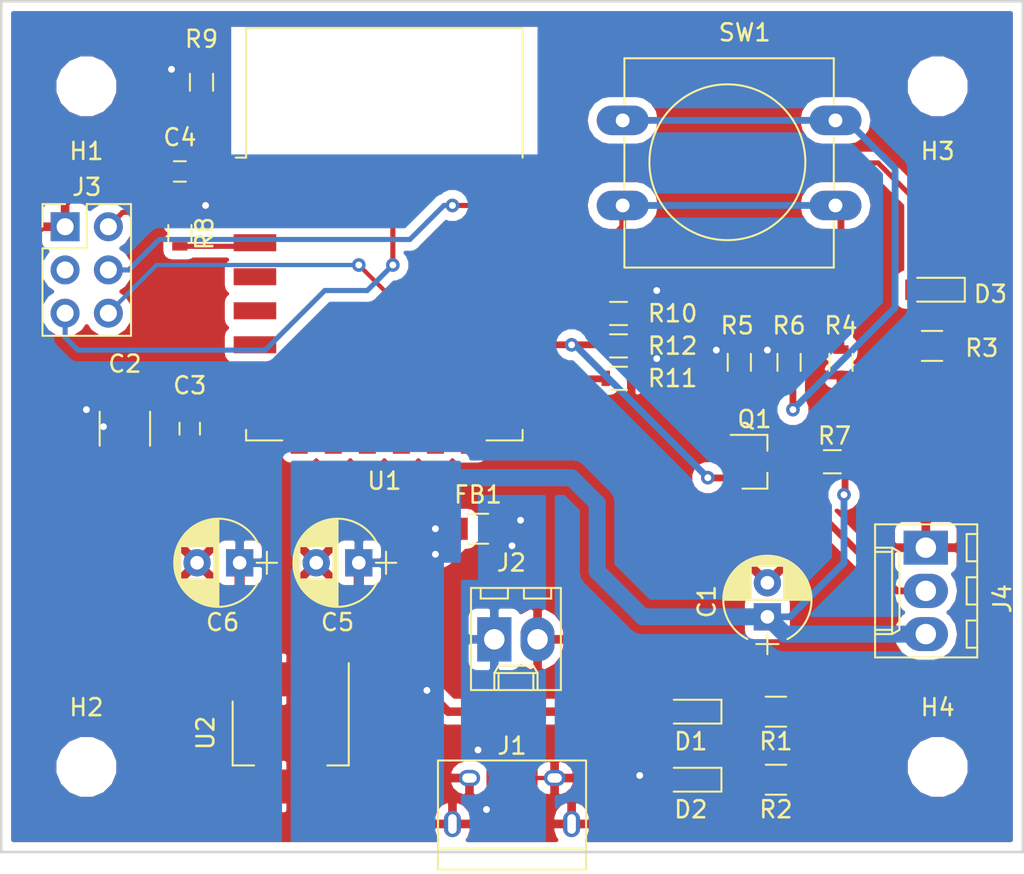
<source format=kicad_pcb>
(kicad_pcb (version 20171130) (host pcbnew 5.0.1)

  (general
    (thickness 1.6)
    (drawings 4)
    (tracks 159)
    (zones 0)
    (modules 34)
    (nets 35)
  )

  (page A4)
  (layers
    (0 F.Cu signal)
    (31 B.Cu signal)
    (32 B.Adhes user)
    (33 F.Adhes user)
    (34 B.Paste user)
    (35 F.Paste user)
    (36 B.SilkS user)
    (37 F.SilkS user)
    (38 B.Mask user)
    (39 F.Mask user)
    (40 Dwgs.User user)
    (41 Cmts.User user)
    (42 Eco1.User user)
    (43 Eco2.User user)
    (44 Edge.Cuts user)
    (45 Margin user)
    (46 B.CrtYd user)
    (47 F.CrtYd user)
    (48 B.Fab user hide)
    (49 F.Fab user hide)
  )

  (setup
    (last_trace_width 0.25)
    (trace_clearance 0.25)
    (zone_clearance 0.508)
    (zone_45_only no)
    (trace_min 0.2)
    (segment_width 0.2)
    (edge_width 0.15)
    (via_size 0.8)
    (via_drill 0.4)
    (via_min_size 0.4)
    (via_min_drill 0.3)
    (uvia_size 0.3)
    (uvia_drill 0.1)
    (uvias_allowed no)
    (uvia_min_size 0.2)
    (uvia_min_drill 0.1)
    (pcb_text_width 0.3)
    (pcb_text_size 1.5 1.5)
    (mod_edge_width 0.15)
    (mod_text_size 1 1)
    (mod_text_width 0.15)
    (pad_size 1.524 1.524)
    (pad_drill 0.762)
    (pad_to_mask_clearance 0.051)
    (solder_mask_min_width 0.25)
    (aux_axis_origin 0 0)
    (visible_elements FFFFFF7F)
    (pcbplotparams
      (layerselection 0x010fc_ffffffff)
      (usegerberextensions false)
      (usegerberattributes false)
      (usegerberadvancedattributes false)
      (creategerberjobfile false)
      (excludeedgelayer true)
      (linewidth 0.100000)
      (plotframeref false)
      (viasonmask false)
      (mode 1)
      (useauxorigin false)
      (hpglpennumber 1)
      (hpglpenspeed 20)
      (hpglpendiameter 15.000000)
      (psnegative false)
      (psa4output false)
      (plotreference true)
      (plotvalue true)
      (plotinvisibletext false)
      (padsonsilk false)
      (subtractmaskfromsilk false)
      (outputformat 1)
      (mirror false)
      (drillshape 1)
      (scaleselection 1)
      (outputdirectory ""))
  )

  (net 0 "")
  (net 1 GND)
  (net 2 +5V)
  (net 3 +3V3)
  (net 4 /5V_LED_A)
  (net 5 /3.3V_LED_A)
  (net 6 /User_LED_A)
  (net 7 /ESP8266/GPIO5)
  (net 8 "Net-(J1-Pad4)")
  (net 9 "Net-(J1-Pad3)")
  (net 10 "Net-(J1-Pad2)")
  (net 11 "Net-(J3-Pad3)")
  (net 12 /DATA)
  (net 13 /ESP8266/GPIO2)
  (net 14 /Level_Shift_Base)
  (net 15 /ESP8266/GPIO4)
  (net 16 /Button_Open_Side)
  (net 17 /ESP8266/EN)
  (net 18 /ESP8266/GPIO15)
  (net 19 /ESP8266/SCLK)
  (net 20 /ESP8266/MOSI)
  (net 21 /ESP8266/GPIO10)
  (net 22 /ESP8266/GPIO9)
  (net 23 /ESP8266/MISO)
  (net 24 /ESP8266/Chip_Select)
  (net 25 /ESP8266/GPIO13)
  (net 26 /ESP8266/GPIO12)
  (net 27 /ESP8266/GPIO14)
  (net 28 /ESP8266/GPIO16)
  (net 29 /ESP8266/ADC)
  (net 30 /5V_Input)
  (net 31 /~RST)
  (net 32 /GPIO0)
  (net 33 /TXD)
  (net 34 /RXD)

  (net_class Default "This is the default net class."
    (clearance 0.25)
    (trace_width 0.25)
    (via_dia 0.8)
    (via_drill 0.4)
    (uvia_dia 0.3)
    (uvia_drill 0.1)
    (add_net +3V3)
    (add_net +5V)
    (add_net /3.3V_LED_A)
    (add_net /5V_Input)
    (add_net /5V_LED_A)
    (add_net /Button_Open_Side)
    (add_net /DATA)
    (add_net /ESP8266/ADC)
    (add_net /ESP8266/Chip_Select)
    (add_net /ESP8266/EN)
    (add_net /ESP8266/GPIO10)
    (add_net /ESP8266/GPIO12)
    (add_net /ESP8266/GPIO13)
    (add_net /ESP8266/GPIO14)
    (add_net /ESP8266/GPIO15)
    (add_net /ESP8266/GPIO16)
    (add_net /ESP8266/GPIO2)
    (add_net /ESP8266/GPIO4)
    (add_net /ESP8266/GPIO5)
    (add_net /ESP8266/GPIO9)
    (add_net /ESP8266/MISO)
    (add_net /ESP8266/MOSI)
    (add_net /ESP8266/SCLK)
    (add_net /GPIO0)
    (add_net /Level_Shift_Base)
    (add_net /RXD)
    (add_net /TXD)
    (add_net /User_LED_A)
    (add_net /~RST)
    (add_net GND)
    (add_net "Net-(J1-Pad2)")
    (add_net "Net-(J1-Pad3)")
    (add_net "Net-(J1-Pad4)")
    (add_net "Net-(J3-Pad3)")
  )

  (module Capacitors_THT:CP_Radial_D5.0mm_P2.00mm (layer F.Cu) (tedit 597BC7C2) (tstamp 5BE22FD6)
    (at 145 136.176 90)
    (descr "CP, Radial series, Radial, pin pitch=2.00mm, , diameter=5mm, Electrolytic Capacitor")
    (tags "CP Radial series Radial pin pitch 2.00mm  diameter 5mm Electrolytic Capacitor")
    (path /5BDB78FC)
    (fp_text reference C1 (at 0.889 -3.556 270) (layer F.SilkS)
      (effects (font (size 1 1) (thickness 0.15)))
    )
    (fp_text value 22uF (at 1 3.81 90) (layer F.Fab)
      (effects (font (size 1 1) (thickness 0.15)))
    )
    (fp_text user %R (at 1 0 90) (layer F.Fab)
      (effects (font (size 1 1) (thickness 0.15)))
    )
    (fp_line (start 3.85 -2.85) (end -1.85 -2.85) (layer F.CrtYd) (width 0.05))
    (fp_line (start 3.85 2.85) (end 3.85 -2.85) (layer F.CrtYd) (width 0.05))
    (fp_line (start -1.85 2.85) (end 3.85 2.85) (layer F.CrtYd) (width 0.05))
    (fp_line (start -1.85 -2.85) (end -1.85 2.85) (layer F.CrtYd) (width 0.05))
    (fp_line (start -1.6 -0.65) (end -1.6 0.65) (layer F.SilkS) (width 0.12))
    (fp_line (start -2.2 0) (end -1 0) (layer F.SilkS) (width 0.12))
    (fp_line (start 3.561 -0.354) (end 3.561 0.354) (layer F.SilkS) (width 0.12))
    (fp_line (start 3.521 -0.559) (end 3.521 0.559) (layer F.SilkS) (width 0.12))
    (fp_line (start 3.481 -0.707) (end 3.481 0.707) (layer F.SilkS) (width 0.12))
    (fp_line (start 3.441 -0.829) (end 3.441 0.829) (layer F.SilkS) (width 0.12))
    (fp_line (start 3.401 -0.934) (end 3.401 0.934) (layer F.SilkS) (width 0.12))
    (fp_line (start 3.361 -1.028) (end 3.361 1.028) (layer F.SilkS) (width 0.12))
    (fp_line (start 3.321 -1.112) (end 3.321 1.112) (layer F.SilkS) (width 0.12))
    (fp_line (start 3.281 -1.189) (end 3.281 1.189) (layer F.SilkS) (width 0.12))
    (fp_line (start 3.241 -1.261) (end 3.241 1.261) (layer F.SilkS) (width 0.12))
    (fp_line (start 3.201 -1.327) (end 3.201 1.327) (layer F.SilkS) (width 0.12))
    (fp_line (start 3.161 -1.39) (end 3.161 1.39) (layer F.SilkS) (width 0.12))
    (fp_line (start 3.121 -1.448) (end 3.121 1.448) (layer F.SilkS) (width 0.12))
    (fp_line (start 3.081 -1.504) (end 3.081 1.504) (layer F.SilkS) (width 0.12))
    (fp_line (start 3.041 -1.556) (end 3.041 1.556) (layer F.SilkS) (width 0.12))
    (fp_line (start 3.001 -1.606) (end 3.001 1.606) (layer F.SilkS) (width 0.12))
    (fp_line (start 2.961 0.98) (end 2.961 1.654) (layer F.SilkS) (width 0.12))
    (fp_line (start 2.961 -1.654) (end 2.961 -0.98) (layer F.SilkS) (width 0.12))
    (fp_line (start 2.921 0.98) (end 2.921 1.699) (layer F.SilkS) (width 0.12))
    (fp_line (start 2.921 -1.699) (end 2.921 -0.98) (layer F.SilkS) (width 0.12))
    (fp_line (start 2.881 0.98) (end 2.881 1.742) (layer F.SilkS) (width 0.12))
    (fp_line (start 2.881 -1.742) (end 2.881 -0.98) (layer F.SilkS) (width 0.12))
    (fp_line (start 2.841 0.98) (end 2.841 1.783) (layer F.SilkS) (width 0.12))
    (fp_line (start 2.841 -1.783) (end 2.841 -0.98) (layer F.SilkS) (width 0.12))
    (fp_line (start 2.801 0.98) (end 2.801 1.823) (layer F.SilkS) (width 0.12))
    (fp_line (start 2.801 -1.823) (end 2.801 -0.98) (layer F.SilkS) (width 0.12))
    (fp_line (start 2.761 0.98) (end 2.761 1.861) (layer F.SilkS) (width 0.12))
    (fp_line (start 2.761 -1.861) (end 2.761 -0.98) (layer F.SilkS) (width 0.12))
    (fp_line (start 2.721 0.98) (end 2.721 1.897) (layer F.SilkS) (width 0.12))
    (fp_line (start 2.721 -1.897) (end 2.721 -0.98) (layer F.SilkS) (width 0.12))
    (fp_line (start 2.681 0.98) (end 2.681 1.932) (layer F.SilkS) (width 0.12))
    (fp_line (start 2.681 -1.932) (end 2.681 -0.98) (layer F.SilkS) (width 0.12))
    (fp_line (start 2.641 0.98) (end 2.641 1.965) (layer F.SilkS) (width 0.12))
    (fp_line (start 2.641 -1.965) (end 2.641 -0.98) (layer F.SilkS) (width 0.12))
    (fp_line (start 2.601 0.98) (end 2.601 1.997) (layer F.SilkS) (width 0.12))
    (fp_line (start 2.601 -1.997) (end 2.601 -0.98) (layer F.SilkS) (width 0.12))
    (fp_line (start 2.561 0.98) (end 2.561 2.028) (layer F.SilkS) (width 0.12))
    (fp_line (start 2.561 -2.028) (end 2.561 -0.98) (layer F.SilkS) (width 0.12))
    (fp_line (start 2.521 0.98) (end 2.521 2.058) (layer F.SilkS) (width 0.12))
    (fp_line (start 2.521 -2.058) (end 2.521 -0.98) (layer F.SilkS) (width 0.12))
    (fp_line (start 2.481 0.98) (end 2.481 2.086) (layer F.SilkS) (width 0.12))
    (fp_line (start 2.481 -2.086) (end 2.481 -0.98) (layer F.SilkS) (width 0.12))
    (fp_line (start 2.441 0.98) (end 2.441 2.113) (layer F.SilkS) (width 0.12))
    (fp_line (start 2.441 -2.113) (end 2.441 -0.98) (layer F.SilkS) (width 0.12))
    (fp_line (start 2.401 0.98) (end 2.401 2.14) (layer F.SilkS) (width 0.12))
    (fp_line (start 2.401 -2.14) (end 2.401 -0.98) (layer F.SilkS) (width 0.12))
    (fp_line (start 2.361 0.98) (end 2.361 2.165) (layer F.SilkS) (width 0.12))
    (fp_line (start 2.361 -2.165) (end 2.361 -0.98) (layer F.SilkS) (width 0.12))
    (fp_line (start 2.321 0.98) (end 2.321 2.189) (layer F.SilkS) (width 0.12))
    (fp_line (start 2.321 -2.189) (end 2.321 -0.98) (layer F.SilkS) (width 0.12))
    (fp_line (start 2.281 0.98) (end 2.281 2.212) (layer F.SilkS) (width 0.12))
    (fp_line (start 2.281 -2.212) (end 2.281 -0.98) (layer F.SilkS) (width 0.12))
    (fp_line (start 2.241 0.98) (end 2.241 2.234) (layer F.SilkS) (width 0.12))
    (fp_line (start 2.241 -2.234) (end 2.241 -0.98) (layer F.SilkS) (width 0.12))
    (fp_line (start 2.201 0.98) (end 2.201 2.256) (layer F.SilkS) (width 0.12))
    (fp_line (start 2.201 -2.256) (end 2.201 -0.98) (layer F.SilkS) (width 0.12))
    (fp_line (start 2.161 0.98) (end 2.161 2.276) (layer F.SilkS) (width 0.12))
    (fp_line (start 2.161 -2.276) (end 2.161 -0.98) (layer F.SilkS) (width 0.12))
    (fp_line (start 2.121 0.98) (end 2.121 2.296) (layer F.SilkS) (width 0.12))
    (fp_line (start 2.121 -2.296) (end 2.121 -0.98) (layer F.SilkS) (width 0.12))
    (fp_line (start 2.081 0.98) (end 2.081 2.315) (layer F.SilkS) (width 0.12))
    (fp_line (start 2.081 -2.315) (end 2.081 -0.98) (layer F.SilkS) (width 0.12))
    (fp_line (start 2.041 0.98) (end 2.041 2.333) (layer F.SilkS) (width 0.12))
    (fp_line (start 2.041 -2.333) (end 2.041 -0.98) (layer F.SilkS) (width 0.12))
    (fp_line (start 2.001 0.98) (end 2.001 2.35) (layer F.SilkS) (width 0.12))
    (fp_line (start 2.001 -2.35) (end 2.001 -0.98) (layer F.SilkS) (width 0.12))
    (fp_line (start 1.961 0.98) (end 1.961 2.366) (layer F.SilkS) (width 0.12))
    (fp_line (start 1.961 -2.366) (end 1.961 -0.98) (layer F.SilkS) (width 0.12))
    (fp_line (start 1.921 0.98) (end 1.921 2.382) (layer F.SilkS) (width 0.12))
    (fp_line (start 1.921 -2.382) (end 1.921 -0.98) (layer F.SilkS) (width 0.12))
    (fp_line (start 1.881 0.98) (end 1.881 2.396) (layer F.SilkS) (width 0.12))
    (fp_line (start 1.881 -2.396) (end 1.881 -0.98) (layer F.SilkS) (width 0.12))
    (fp_line (start 1.841 0.98) (end 1.841 2.41) (layer F.SilkS) (width 0.12))
    (fp_line (start 1.841 -2.41) (end 1.841 -0.98) (layer F.SilkS) (width 0.12))
    (fp_line (start 1.801 0.98) (end 1.801 2.424) (layer F.SilkS) (width 0.12))
    (fp_line (start 1.801 -2.424) (end 1.801 -0.98) (layer F.SilkS) (width 0.12))
    (fp_line (start 1.761 0.98) (end 1.761 2.436) (layer F.SilkS) (width 0.12))
    (fp_line (start 1.761 -2.436) (end 1.761 -0.98) (layer F.SilkS) (width 0.12))
    (fp_line (start 1.721 0.98) (end 1.721 2.448) (layer F.SilkS) (width 0.12))
    (fp_line (start 1.721 -2.448) (end 1.721 -0.98) (layer F.SilkS) (width 0.12))
    (fp_line (start 1.68 0.98) (end 1.68 2.46) (layer F.SilkS) (width 0.12))
    (fp_line (start 1.68 -2.46) (end 1.68 -0.98) (layer F.SilkS) (width 0.12))
    (fp_line (start 1.64 0.98) (end 1.64 2.47) (layer F.SilkS) (width 0.12))
    (fp_line (start 1.64 -2.47) (end 1.64 -0.98) (layer F.SilkS) (width 0.12))
    (fp_line (start 1.6 0.98) (end 1.6 2.48) (layer F.SilkS) (width 0.12))
    (fp_line (start 1.6 -2.48) (end 1.6 -0.98) (layer F.SilkS) (width 0.12))
    (fp_line (start 1.56 0.98) (end 1.56 2.489) (layer F.SilkS) (width 0.12))
    (fp_line (start 1.56 -2.489) (end 1.56 -0.98) (layer F.SilkS) (width 0.12))
    (fp_line (start 1.52 0.98) (end 1.52 2.498) (layer F.SilkS) (width 0.12))
    (fp_line (start 1.52 -2.498) (end 1.52 -0.98) (layer F.SilkS) (width 0.12))
    (fp_line (start 1.48 0.98) (end 1.48 2.506) (layer F.SilkS) (width 0.12))
    (fp_line (start 1.48 -2.506) (end 1.48 -0.98) (layer F.SilkS) (width 0.12))
    (fp_line (start 1.44 0.98) (end 1.44 2.513) (layer F.SilkS) (width 0.12))
    (fp_line (start 1.44 -2.513) (end 1.44 -0.98) (layer F.SilkS) (width 0.12))
    (fp_line (start 1.4 0.98) (end 1.4 2.519) (layer F.SilkS) (width 0.12))
    (fp_line (start 1.4 -2.519) (end 1.4 -0.98) (layer F.SilkS) (width 0.12))
    (fp_line (start 1.36 0.98) (end 1.36 2.525) (layer F.SilkS) (width 0.12))
    (fp_line (start 1.36 -2.525) (end 1.36 -0.98) (layer F.SilkS) (width 0.12))
    (fp_line (start 1.32 0.98) (end 1.32 2.531) (layer F.SilkS) (width 0.12))
    (fp_line (start 1.32 -2.531) (end 1.32 -0.98) (layer F.SilkS) (width 0.12))
    (fp_line (start 1.28 0.98) (end 1.28 2.535) (layer F.SilkS) (width 0.12))
    (fp_line (start 1.28 -2.535) (end 1.28 -0.98) (layer F.SilkS) (width 0.12))
    (fp_line (start 1.24 0.98) (end 1.24 2.539) (layer F.SilkS) (width 0.12))
    (fp_line (start 1.24 -2.539) (end 1.24 -0.98) (layer F.SilkS) (width 0.12))
    (fp_line (start 1.2 0.98) (end 1.2 2.543) (layer F.SilkS) (width 0.12))
    (fp_line (start 1.2 -2.543) (end 1.2 -0.98) (layer F.SilkS) (width 0.12))
    (fp_line (start 1.16 0.98) (end 1.16 2.546) (layer F.SilkS) (width 0.12))
    (fp_line (start 1.16 -2.546) (end 1.16 -0.98) (layer F.SilkS) (width 0.12))
    (fp_line (start 1.12 0.98) (end 1.12 2.548) (layer F.SilkS) (width 0.12))
    (fp_line (start 1.12 -2.548) (end 1.12 -0.98) (layer F.SilkS) (width 0.12))
    (fp_line (start 1.08 0.98) (end 1.08 2.549) (layer F.SilkS) (width 0.12))
    (fp_line (start 1.08 -2.549) (end 1.08 -0.98) (layer F.SilkS) (width 0.12))
    (fp_line (start 1.04 0.98) (end 1.04 2.55) (layer F.SilkS) (width 0.12))
    (fp_line (start 1.04 -2.55) (end 1.04 -0.98) (layer F.SilkS) (width 0.12))
    (fp_line (start 1 -2.55) (end 1 2.55) (layer F.SilkS) (width 0.12))
    (fp_line (start -1.6 -0.65) (end -1.6 0.65) (layer F.Fab) (width 0.1))
    (fp_line (start -2.2 0) (end -1 0) (layer F.Fab) (width 0.1))
    (fp_circle (center 1 0) (end 3.5 0) (layer F.Fab) (width 0.1))
    (fp_arc (start 1 0) (end 3.30558 -1.18) (angle 54.2) (layer F.SilkS) (width 0.12))
    (fp_arc (start 1 0) (end -1.30558 1.18) (angle -125.8) (layer F.SilkS) (width 0.12))
    (fp_arc (start 1 0) (end -1.30558 -1.18) (angle 125.8) (layer F.SilkS) (width 0.12))
    (pad 2 thru_hole circle (at 2 0 90) (size 1.6 1.6) (drill 0.8) (layers *.Cu *.Mask)
      (net 1 GND))
    (pad 1 thru_hole rect (at 0 0 90) (size 1.6 1.6) (drill 0.8) (layers *.Cu *.Mask)
      (net 2 +5V))
    (model ${KISYS3DMOD}/Capacitors_THT.3dshapes/CP_Radial_D5.0mm_P2.00mm.wrl
      (at (xyz 0 0 0))
      (scale (xyz 1 1 1))
      (rotate (xyz 0 0 0))
    )
  )

  (module Capacitors_SMD:C_1210 (layer F.Cu) (tedit 58AA84E2) (tstamp 5BE231CC)
    (at 107.26 125.12 270)
    (descr "Capacitor SMD 1210, reflow soldering, AVX (see smccp.pdf)")
    (tags "capacitor 1210")
    (path /5BCCCF44/5BCD83E4)
    (attr smd)
    (fp_text reference C2 (at -3.81 0) (layer F.SilkS)
      (effects (font (size 1 1) (thickness 0.15)))
    )
    (fp_text value 100uF (at 0 2.5 270) (layer F.Fab)
      (effects (font (size 1 1) (thickness 0.15)))
    )
    (fp_line (start 2.25 1.5) (end -2.25 1.5) (layer F.CrtYd) (width 0.05))
    (fp_line (start 2.25 1.5) (end 2.25 -1.5) (layer F.CrtYd) (width 0.05))
    (fp_line (start -2.25 -1.5) (end -2.25 1.5) (layer F.CrtYd) (width 0.05))
    (fp_line (start -2.25 -1.5) (end 2.25 -1.5) (layer F.CrtYd) (width 0.05))
    (fp_line (start -1 1.48) (end 1 1.48) (layer F.SilkS) (width 0.12))
    (fp_line (start 1 -1.48) (end -1 -1.48) (layer F.SilkS) (width 0.12))
    (fp_line (start -1.6 -1.25) (end 1.6 -1.25) (layer F.Fab) (width 0.1))
    (fp_line (start 1.6 -1.25) (end 1.6 1.25) (layer F.Fab) (width 0.1))
    (fp_line (start 1.6 1.25) (end -1.6 1.25) (layer F.Fab) (width 0.1))
    (fp_line (start -1.6 1.25) (end -1.6 -1.25) (layer F.Fab) (width 0.1))
    (fp_text user %R (at 0 -2.25 270) (layer F.Fab)
      (effects (font (size 1 1) (thickness 0.15)))
    )
    (pad 2 smd rect (at 1.5 0 270) (size 1 2.5) (layers F.Cu F.Paste F.Mask)
      (net 1 GND))
    (pad 1 smd rect (at -1.5 0 270) (size 1 2.5) (layers F.Cu F.Paste F.Mask)
      (net 3 +3V3))
    (model Capacitors_SMD.3dshapes/C_1210.wrl
      (at (xyz 0 0 0))
      (scale (xyz 1 1 1))
      (rotate (xyz 0 0 0))
    )
  )

  (module Capacitors_SMD:C_0603 (layer F.Cu) (tedit 59958EE7) (tstamp 5BE231FC)
    (at 111.07 125.12 270)
    (descr "Capacitor SMD 0603, reflow soldering, AVX (see smccp.pdf)")
    (tags "capacitor 0603")
    (path /5BCCCF44/5BCD83EB)
    (attr smd)
    (fp_text reference C3 (at -2.54 0) (layer F.SilkS)
      (effects (font (size 1 1) (thickness 0.15)))
    )
    (fp_text value 0.1uF (at 0 1.5 270) (layer F.Fab)
      (effects (font (size 1 1) (thickness 0.15)))
    )
    (fp_line (start 1.4 0.65) (end -1.4 0.65) (layer F.CrtYd) (width 0.05))
    (fp_line (start 1.4 0.65) (end 1.4 -0.65) (layer F.CrtYd) (width 0.05))
    (fp_line (start -1.4 -0.65) (end -1.4 0.65) (layer F.CrtYd) (width 0.05))
    (fp_line (start -1.4 -0.65) (end 1.4 -0.65) (layer F.CrtYd) (width 0.05))
    (fp_line (start 0.35 0.6) (end -0.35 0.6) (layer F.SilkS) (width 0.12))
    (fp_line (start -0.35 -0.6) (end 0.35 -0.6) (layer F.SilkS) (width 0.12))
    (fp_line (start -0.8 -0.4) (end 0.8 -0.4) (layer F.Fab) (width 0.1))
    (fp_line (start 0.8 -0.4) (end 0.8 0.4) (layer F.Fab) (width 0.1))
    (fp_line (start 0.8 0.4) (end -0.8 0.4) (layer F.Fab) (width 0.1))
    (fp_line (start -0.8 0.4) (end -0.8 -0.4) (layer F.Fab) (width 0.1))
    (fp_text user %R (at 0 0 270) (layer F.Fab)
      (effects (font (size 0.3 0.3) (thickness 0.075)))
    )
    (pad 2 smd rect (at 0.75 0 270) (size 0.8 0.75) (layers F.Cu F.Paste F.Mask)
      (net 1 GND))
    (pad 1 smd rect (at -0.75 0 270) (size 0.8 0.75) (layers F.Cu F.Paste F.Mask)
      (net 3 +3V3))
    (model Capacitors_SMD.3dshapes/C_0603.wrl
      (at (xyz 0 0 0))
      (scale (xyz 1 1 1))
      (rotate (xyz 0 0 0))
    )
  )

  (module Capacitors_SMD:C_0603 (layer F.Cu) (tedit 59958EE7) (tstamp 5BE23697)
    (at 110.49 110 180)
    (descr "Capacitor SMD 0603, reflow soldering, AVX (see smccp.pdf)")
    (tags "capacitor 0603")
    (path /5BCCCF44/5BCCD8A2)
    (attr smd)
    (fp_text reference C4 (at 0 2) (layer F.SilkS)
      (effects (font (size 1 1) (thickness 0.15)))
    )
    (fp_text value 0.1uF (at 0 1.5 180) (layer F.Fab)
      (effects (font (size 1 1) (thickness 0.15)))
    )
    (fp_text user %R (at 0 0 180) (layer F.Fab)
      (effects (font (size 0.3 0.3) (thickness 0.075)))
    )
    (fp_line (start -0.8 0.4) (end -0.8 -0.4) (layer F.Fab) (width 0.1))
    (fp_line (start 0.8 0.4) (end -0.8 0.4) (layer F.Fab) (width 0.1))
    (fp_line (start 0.8 -0.4) (end 0.8 0.4) (layer F.Fab) (width 0.1))
    (fp_line (start -0.8 -0.4) (end 0.8 -0.4) (layer F.Fab) (width 0.1))
    (fp_line (start -0.35 -0.6) (end 0.35 -0.6) (layer F.SilkS) (width 0.12))
    (fp_line (start 0.35 0.6) (end -0.35 0.6) (layer F.SilkS) (width 0.12))
    (fp_line (start -1.4 -0.65) (end 1.4 -0.65) (layer F.CrtYd) (width 0.05))
    (fp_line (start -1.4 -0.65) (end -1.4 0.65) (layer F.CrtYd) (width 0.05))
    (fp_line (start 1.4 0.65) (end 1.4 -0.65) (layer F.CrtYd) (width 0.05))
    (fp_line (start 1.4 0.65) (end -1.4 0.65) (layer F.CrtYd) (width 0.05))
    (pad 1 smd rect (at -0.75 0 180) (size 0.8 0.75) (layers F.Cu F.Paste F.Mask)
      (net 31 /~RST))
    (pad 2 smd rect (at 0.75 0 180) (size 0.8 0.75) (layers F.Cu F.Paste F.Mask)
      (net 1 GND))
    (model Capacitors_SMD.3dshapes/C_0603.wrl
      (at (xyz 0 0 0))
      (scale (xyz 1 1 1))
      (rotate (xyz 0 0 0))
    )
  )

  (module Capacitors_THT:CP_Radial_D5.0mm_P2.50mm (layer F.Cu) (tedit 597BC7C2) (tstamp 5BE238C7)
    (at 121 133 180)
    (descr "CP, Radial series, Radial, pin pitch=2.50mm, , diameter=5mm, Electrolytic Capacitor")
    (tags "CP Radial series Radial pin pitch 2.50mm  diameter 5mm Electrolytic Capacitor")
    (path /5BD89DA4/5BD8DE35)
    (fp_text reference C5 (at 1.25 -3.5 180) (layer F.SilkS)
      (effects (font (size 1 1) (thickness 0.15)))
    )
    (fp_text value 4.7uF (at 1.25 3.81 180) (layer F.Fab)
      (effects (font (size 1 1) (thickness 0.15)))
    )
    (fp_text user %R (at 1.25 0 180) (layer F.Fab)
      (effects (font (size 1 1) (thickness 0.15)))
    )
    (fp_line (start 4.1 -2.85) (end -1.6 -2.85) (layer F.CrtYd) (width 0.05))
    (fp_line (start 4.1 2.85) (end 4.1 -2.85) (layer F.CrtYd) (width 0.05))
    (fp_line (start -1.6 2.85) (end 4.1 2.85) (layer F.CrtYd) (width 0.05))
    (fp_line (start -1.6 -2.85) (end -1.6 2.85) (layer F.CrtYd) (width 0.05))
    (fp_line (start -1.6 -0.65) (end -1.6 0.65) (layer F.SilkS) (width 0.12))
    (fp_line (start -2.2 0) (end -1 0) (layer F.SilkS) (width 0.12))
    (fp_line (start 3.811 -0.354) (end 3.811 0.354) (layer F.SilkS) (width 0.12))
    (fp_line (start 3.771 -0.559) (end 3.771 0.559) (layer F.SilkS) (width 0.12))
    (fp_line (start 3.731 -0.707) (end 3.731 0.707) (layer F.SilkS) (width 0.12))
    (fp_line (start 3.691 -0.829) (end 3.691 0.829) (layer F.SilkS) (width 0.12))
    (fp_line (start 3.651 -0.934) (end 3.651 0.934) (layer F.SilkS) (width 0.12))
    (fp_line (start 3.611 -1.028) (end 3.611 1.028) (layer F.SilkS) (width 0.12))
    (fp_line (start 3.571 -1.112) (end 3.571 1.112) (layer F.SilkS) (width 0.12))
    (fp_line (start 3.531 -1.189) (end 3.531 1.189) (layer F.SilkS) (width 0.12))
    (fp_line (start 3.491 -1.261) (end 3.491 1.261) (layer F.SilkS) (width 0.12))
    (fp_line (start 3.451 0.98) (end 3.451 1.327) (layer F.SilkS) (width 0.12))
    (fp_line (start 3.451 -1.327) (end 3.451 -0.98) (layer F.SilkS) (width 0.12))
    (fp_line (start 3.411 0.98) (end 3.411 1.39) (layer F.SilkS) (width 0.12))
    (fp_line (start 3.411 -1.39) (end 3.411 -0.98) (layer F.SilkS) (width 0.12))
    (fp_line (start 3.371 0.98) (end 3.371 1.448) (layer F.SilkS) (width 0.12))
    (fp_line (start 3.371 -1.448) (end 3.371 -0.98) (layer F.SilkS) (width 0.12))
    (fp_line (start 3.331 0.98) (end 3.331 1.504) (layer F.SilkS) (width 0.12))
    (fp_line (start 3.331 -1.504) (end 3.331 -0.98) (layer F.SilkS) (width 0.12))
    (fp_line (start 3.291 0.98) (end 3.291 1.556) (layer F.SilkS) (width 0.12))
    (fp_line (start 3.291 -1.556) (end 3.291 -0.98) (layer F.SilkS) (width 0.12))
    (fp_line (start 3.251 0.98) (end 3.251 1.606) (layer F.SilkS) (width 0.12))
    (fp_line (start 3.251 -1.606) (end 3.251 -0.98) (layer F.SilkS) (width 0.12))
    (fp_line (start 3.211 0.98) (end 3.211 1.654) (layer F.SilkS) (width 0.12))
    (fp_line (start 3.211 -1.654) (end 3.211 -0.98) (layer F.SilkS) (width 0.12))
    (fp_line (start 3.171 0.98) (end 3.171 1.699) (layer F.SilkS) (width 0.12))
    (fp_line (start 3.171 -1.699) (end 3.171 -0.98) (layer F.SilkS) (width 0.12))
    (fp_line (start 3.131 0.98) (end 3.131 1.742) (layer F.SilkS) (width 0.12))
    (fp_line (start 3.131 -1.742) (end 3.131 -0.98) (layer F.SilkS) (width 0.12))
    (fp_line (start 3.091 0.98) (end 3.091 1.783) (layer F.SilkS) (width 0.12))
    (fp_line (start 3.091 -1.783) (end 3.091 -0.98) (layer F.SilkS) (width 0.12))
    (fp_line (start 3.051 0.98) (end 3.051 1.823) (layer F.SilkS) (width 0.12))
    (fp_line (start 3.051 -1.823) (end 3.051 -0.98) (layer F.SilkS) (width 0.12))
    (fp_line (start 3.011 0.98) (end 3.011 1.861) (layer F.SilkS) (width 0.12))
    (fp_line (start 3.011 -1.861) (end 3.011 -0.98) (layer F.SilkS) (width 0.12))
    (fp_line (start 2.971 0.98) (end 2.971 1.897) (layer F.SilkS) (width 0.12))
    (fp_line (start 2.971 -1.897) (end 2.971 -0.98) (layer F.SilkS) (width 0.12))
    (fp_line (start 2.931 0.98) (end 2.931 1.932) (layer F.SilkS) (width 0.12))
    (fp_line (start 2.931 -1.932) (end 2.931 -0.98) (layer F.SilkS) (width 0.12))
    (fp_line (start 2.891 0.98) (end 2.891 1.965) (layer F.SilkS) (width 0.12))
    (fp_line (start 2.891 -1.965) (end 2.891 -0.98) (layer F.SilkS) (width 0.12))
    (fp_line (start 2.851 0.98) (end 2.851 1.997) (layer F.SilkS) (width 0.12))
    (fp_line (start 2.851 -1.997) (end 2.851 -0.98) (layer F.SilkS) (width 0.12))
    (fp_line (start 2.811 0.98) (end 2.811 2.028) (layer F.SilkS) (width 0.12))
    (fp_line (start 2.811 -2.028) (end 2.811 -0.98) (layer F.SilkS) (width 0.12))
    (fp_line (start 2.771 0.98) (end 2.771 2.058) (layer F.SilkS) (width 0.12))
    (fp_line (start 2.771 -2.058) (end 2.771 -0.98) (layer F.SilkS) (width 0.12))
    (fp_line (start 2.731 0.98) (end 2.731 2.086) (layer F.SilkS) (width 0.12))
    (fp_line (start 2.731 -2.086) (end 2.731 -0.98) (layer F.SilkS) (width 0.12))
    (fp_line (start 2.691 0.98) (end 2.691 2.113) (layer F.SilkS) (width 0.12))
    (fp_line (start 2.691 -2.113) (end 2.691 -0.98) (layer F.SilkS) (width 0.12))
    (fp_line (start 2.651 0.98) (end 2.651 2.14) (layer F.SilkS) (width 0.12))
    (fp_line (start 2.651 -2.14) (end 2.651 -0.98) (layer F.SilkS) (width 0.12))
    (fp_line (start 2.611 0.98) (end 2.611 2.165) (layer F.SilkS) (width 0.12))
    (fp_line (start 2.611 -2.165) (end 2.611 -0.98) (layer F.SilkS) (width 0.12))
    (fp_line (start 2.571 0.98) (end 2.571 2.189) (layer F.SilkS) (width 0.12))
    (fp_line (start 2.571 -2.189) (end 2.571 -0.98) (layer F.SilkS) (width 0.12))
    (fp_line (start 2.531 0.98) (end 2.531 2.212) (layer F.SilkS) (width 0.12))
    (fp_line (start 2.531 -2.212) (end 2.531 -0.98) (layer F.SilkS) (width 0.12))
    (fp_line (start 2.491 0.98) (end 2.491 2.234) (layer F.SilkS) (width 0.12))
    (fp_line (start 2.491 -2.234) (end 2.491 -0.98) (layer F.SilkS) (width 0.12))
    (fp_line (start 2.451 0.98) (end 2.451 2.256) (layer F.SilkS) (width 0.12))
    (fp_line (start 2.451 -2.256) (end 2.451 -0.98) (layer F.SilkS) (width 0.12))
    (fp_line (start 2.411 0.98) (end 2.411 2.276) (layer F.SilkS) (width 0.12))
    (fp_line (start 2.411 -2.276) (end 2.411 -0.98) (layer F.SilkS) (width 0.12))
    (fp_line (start 2.371 0.98) (end 2.371 2.296) (layer F.SilkS) (width 0.12))
    (fp_line (start 2.371 -2.296) (end 2.371 -0.98) (layer F.SilkS) (width 0.12))
    (fp_line (start 2.331 0.98) (end 2.331 2.315) (layer F.SilkS) (width 0.12))
    (fp_line (start 2.331 -2.315) (end 2.331 -0.98) (layer F.SilkS) (width 0.12))
    (fp_line (start 2.291 0.98) (end 2.291 2.333) (layer F.SilkS) (width 0.12))
    (fp_line (start 2.291 -2.333) (end 2.291 -0.98) (layer F.SilkS) (width 0.12))
    (fp_line (start 2.251 0.98) (end 2.251 2.35) (layer F.SilkS) (width 0.12))
    (fp_line (start 2.251 -2.35) (end 2.251 -0.98) (layer F.SilkS) (width 0.12))
    (fp_line (start 2.211 0.98) (end 2.211 2.366) (layer F.SilkS) (width 0.12))
    (fp_line (start 2.211 -2.366) (end 2.211 -0.98) (layer F.SilkS) (width 0.12))
    (fp_line (start 2.171 0.98) (end 2.171 2.382) (layer F.SilkS) (width 0.12))
    (fp_line (start 2.171 -2.382) (end 2.171 -0.98) (layer F.SilkS) (width 0.12))
    (fp_line (start 2.131 0.98) (end 2.131 2.396) (layer F.SilkS) (width 0.12))
    (fp_line (start 2.131 -2.396) (end 2.131 -0.98) (layer F.SilkS) (width 0.12))
    (fp_line (start 2.091 0.98) (end 2.091 2.41) (layer F.SilkS) (width 0.12))
    (fp_line (start 2.091 -2.41) (end 2.091 -0.98) (layer F.SilkS) (width 0.12))
    (fp_line (start 2.051 0.98) (end 2.051 2.424) (layer F.SilkS) (width 0.12))
    (fp_line (start 2.051 -2.424) (end 2.051 -0.98) (layer F.SilkS) (width 0.12))
    (fp_line (start 2.011 0.98) (end 2.011 2.436) (layer F.SilkS) (width 0.12))
    (fp_line (start 2.011 -2.436) (end 2.011 -0.98) (layer F.SilkS) (width 0.12))
    (fp_line (start 1.971 0.98) (end 1.971 2.448) (layer F.SilkS) (width 0.12))
    (fp_line (start 1.971 -2.448) (end 1.971 -0.98) (layer F.SilkS) (width 0.12))
    (fp_line (start 1.93 0.98) (end 1.93 2.46) (layer F.SilkS) (width 0.12))
    (fp_line (start 1.93 -2.46) (end 1.93 -0.98) (layer F.SilkS) (width 0.12))
    (fp_line (start 1.89 0.98) (end 1.89 2.47) (layer F.SilkS) (width 0.12))
    (fp_line (start 1.89 -2.47) (end 1.89 -0.98) (layer F.SilkS) (width 0.12))
    (fp_line (start 1.85 0.98) (end 1.85 2.48) (layer F.SilkS) (width 0.12))
    (fp_line (start 1.85 -2.48) (end 1.85 -0.98) (layer F.SilkS) (width 0.12))
    (fp_line (start 1.81 0.98) (end 1.81 2.489) (layer F.SilkS) (width 0.12))
    (fp_line (start 1.81 -2.489) (end 1.81 -0.98) (layer F.SilkS) (width 0.12))
    (fp_line (start 1.77 0.98) (end 1.77 2.498) (layer F.SilkS) (width 0.12))
    (fp_line (start 1.77 -2.498) (end 1.77 -0.98) (layer F.SilkS) (width 0.12))
    (fp_line (start 1.73 0.98) (end 1.73 2.506) (layer F.SilkS) (width 0.12))
    (fp_line (start 1.73 -2.506) (end 1.73 -0.98) (layer F.SilkS) (width 0.12))
    (fp_line (start 1.69 0.98) (end 1.69 2.513) (layer F.SilkS) (width 0.12))
    (fp_line (start 1.69 -2.513) (end 1.69 -0.98) (layer F.SilkS) (width 0.12))
    (fp_line (start 1.65 0.98) (end 1.65 2.519) (layer F.SilkS) (width 0.12))
    (fp_line (start 1.65 -2.519) (end 1.65 -0.98) (layer F.SilkS) (width 0.12))
    (fp_line (start 1.61 0.98) (end 1.61 2.525) (layer F.SilkS) (width 0.12))
    (fp_line (start 1.61 -2.525) (end 1.61 -0.98) (layer F.SilkS) (width 0.12))
    (fp_line (start 1.57 0.98) (end 1.57 2.531) (layer F.SilkS) (width 0.12))
    (fp_line (start 1.57 -2.531) (end 1.57 -0.98) (layer F.SilkS) (width 0.12))
    (fp_line (start 1.53 0.98) (end 1.53 2.535) (layer F.SilkS) (width 0.12))
    (fp_line (start 1.53 -2.535) (end 1.53 -0.98) (layer F.SilkS) (width 0.12))
    (fp_line (start 1.49 -2.539) (end 1.49 2.539) (layer F.SilkS) (width 0.12))
    (fp_line (start 1.45 -2.543) (end 1.45 2.543) (layer F.SilkS) (width 0.12))
    (fp_line (start 1.41 -2.546) (end 1.41 2.546) (layer F.SilkS) (width 0.12))
    (fp_line (start 1.37 -2.548) (end 1.37 2.548) (layer F.SilkS) (width 0.12))
    (fp_line (start 1.33 -2.549) (end 1.33 2.549) (layer F.SilkS) (width 0.12))
    (fp_line (start 1.29 -2.55) (end 1.29 2.55) (layer F.SilkS) (width 0.12))
    (fp_line (start 1.25 -2.55) (end 1.25 2.55) (layer F.SilkS) (width 0.12))
    (fp_line (start -1.6 -0.65) (end -1.6 0.65) (layer F.Fab) (width 0.1))
    (fp_line (start -2.2 0) (end -1 0) (layer F.Fab) (width 0.1))
    (fp_circle (center 1.25 0) (end 3.75 0) (layer F.Fab) (width 0.1))
    (fp_arc (start 1.25 0) (end 3.55558 -1.18) (angle 54.2) (layer F.SilkS) (width 0.12))
    (fp_arc (start 1.25 0) (end -1.05558 1.18) (angle -125.8) (layer F.SilkS) (width 0.12))
    (fp_arc (start 1.25 0) (end -1.05558 -1.18) (angle 125.8) (layer F.SilkS) (width 0.12))
    (pad 2 thru_hole circle (at 2.5 0 180) (size 1.6 1.6) (drill 0.8) (layers *.Cu *.Mask)
      (net 1 GND))
    (pad 1 thru_hole rect (at 0 0 180) (size 1.6 1.6) (drill 0.8) (layers *.Cu *.Mask)
      (net 2 +5V))
    (model ${KISYS3DMOD}/Capacitors_THT.3dshapes/CP_Radial_D5.0mm_P2.50mm.wrl
      (at (xyz 0 0 0))
      (scale (xyz 1 1 1))
      (rotate (xyz 0 0 0))
    )
  )

  (module Capacitors_THT:CP_Radial_D5.0mm_P2.50mm (layer F.Cu) (tedit 597BC7C2) (tstamp 5BE2373B)
    (at 114 133 180)
    (descr "CP, Radial series, Radial, pin pitch=2.50mm, , diameter=5mm, Electrolytic Capacitor")
    (tags "CP Radial series Radial pin pitch 2.50mm  diameter 5mm Electrolytic Capacitor")
    (path /5BD89DA4/5BD8E00D)
    (fp_text reference C6 (at 1 -3.5) (layer F.SilkS)
      (effects (font (size 1 1) (thickness 0.15)))
    )
    (fp_text value 4.7uF (at 1.25 3.81 180) (layer F.Fab)
      (effects (font (size 1 1) (thickness 0.15)))
    )
    (fp_arc (start 1.25 0) (end -1.05558 -1.18) (angle 125.8) (layer F.SilkS) (width 0.12))
    (fp_arc (start 1.25 0) (end -1.05558 1.18) (angle -125.8) (layer F.SilkS) (width 0.12))
    (fp_arc (start 1.25 0) (end 3.55558 -1.18) (angle 54.2) (layer F.SilkS) (width 0.12))
    (fp_circle (center 1.25 0) (end 3.75 0) (layer F.Fab) (width 0.1))
    (fp_line (start -2.2 0) (end -1 0) (layer F.Fab) (width 0.1))
    (fp_line (start -1.6 -0.65) (end -1.6 0.65) (layer F.Fab) (width 0.1))
    (fp_line (start 1.25 -2.55) (end 1.25 2.55) (layer F.SilkS) (width 0.12))
    (fp_line (start 1.29 -2.55) (end 1.29 2.55) (layer F.SilkS) (width 0.12))
    (fp_line (start 1.33 -2.549) (end 1.33 2.549) (layer F.SilkS) (width 0.12))
    (fp_line (start 1.37 -2.548) (end 1.37 2.548) (layer F.SilkS) (width 0.12))
    (fp_line (start 1.41 -2.546) (end 1.41 2.546) (layer F.SilkS) (width 0.12))
    (fp_line (start 1.45 -2.543) (end 1.45 2.543) (layer F.SilkS) (width 0.12))
    (fp_line (start 1.49 -2.539) (end 1.49 2.539) (layer F.SilkS) (width 0.12))
    (fp_line (start 1.53 -2.535) (end 1.53 -0.98) (layer F.SilkS) (width 0.12))
    (fp_line (start 1.53 0.98) (end 1.53 2.535) (layer F.SilkS) (width 0.12))
    (fp_line (start 1.57 -2.531) (end 1.57 -0.98) (layer F.SilkS) (width 0.12))
    (fp_line (start 1.57 0.98) (end 1.57 2.531) (layer F.SilkS) (width 0.12))
    (fp_line (start 1.61 -2.525) (end 1.61 -0.98) (layer F.SilkS) (width 0.12))
    (fp_line (start 1.61 0.98) (end 1.61 2.525) (layer F.SilkS) (width 0.12))
    (fp_line (start 1.65 -2.519) (end 1.65 -0.98) (layer F.SilkS) (width 0.12))
    (fp_line (start 1.65 0.98) (end 1.65 2.519) (layer F.SilkS) (width 0.12))
    (fp_line (start 1.69 -2.513) (end 1.69 -0.98) (layer F.SilkS) (width 0.12))
    (fp_line (start 1.69 0.98) (end 1.69 2.513) (layer F.SilkS) (width 0.12))
    (fp_line (start 1.73 -2.506) (end 1.73 -0.98) (layer F.SilkS) (width 0.12))
    (fp_line (start 1.73 0.98) (end 1.73 2.506) (layer F.SilkS) (width 0.12))
    (fp_line (start 1.77 -2.498) (end 1.77 -0.98) (layer F.SilkS) (width 0.12))
    (fp_line (start 1.77 0.98) (end 1.77 2.498) (layer F.SilkS) (width 0.12))
    (fp_line (start 1.81 -2.489) (end 1.81 -0.98) (layer F.SilkS) (width 0.12))
    (fp_line (start 1.81 0.98) (end 1.81 2.489) (layer F.SilkS) (width 0.12))
    (fp_line (start 1.85 -2.48) (end 1.85 -0.98) (layer F.SilkS) (width 0.12))
    (fp_line (start 1.85 0.98) (end 1.85 2.48) (layer F.SilkS) (width 0.12))
    (fp_line (start 1.89 -2.47) (end 1.89 -0.98) (layer F.SilkS) (width 0.12))
    (fp_line (start 1.89 0.98) (end 1.89 2.47) (layer F.SilkS) (width 0.12))
    (fp_line (start 1.93 -2.46) (end 1.93 -0.98) (layer F.SilkS) (width 0.12))
    (fp_line (start 1.93 0.98) (end 1.93 2.46) (layer F.SilkS) (width 0.12))
    (fp_line (start 1.971 -2.448) (end 1.971 -0.98) (layer F.SilkS) (width 0.12))
    (fp_line (start 1.971 0.98) (end 1.971 2.448) (layer F.SilkS) (width 0.12))
    (fp_line (start 2.011 -2.436) (end 2.011 -0.98) (layer F.SilkS) (width 0.12))
    (fp_line (start 2.011 0.98) (end 2.011 2.436) (layer F.SilkS) (width 0.12))
    (fp_line (start 2.051 -2.424) (end 2.051 -0.98) (layer F.SilkS) (width 0.12))
    (fp_line (start 2.051 0.98) (end 2.051 2.424) (layer F.SilkS) (width 0.12))
    (fp_line (start 2.091 -2.41) (end 2.091 -0.98) (layer F.SilkS) (width 0.12))
    (fp_line (start 2.091 0.98) (end 2.091 2.41) (layer F.SilkS) (width 0.12))
    (fp_line (start 2.131 -2.396) (end 2.131 -0.98) (layer F.SilkS) (width 0.12))
    (fp_line (start 2.131 0.98) (end 2.131 2.396) (layer F.SilkS) (width 0.12))
    (fp_line (start 2.171 -2.382) (end 2.171 -0.98) (layer F.SilkS) (width 0.12))
    (fp_line (start 2.171 0.98) (end 2.171 2.382) (layer F.SilkS) (width 0.12))
    (fp_line (start 2.211 -2.366) (end 2.211 -0.98) (layer F.SilkS) (width 0.12))
    (fp_line (start 2.211 0.98) (end 2.211 2.366) (layer F.SilkS) (width 0.12))
    (fp_line (start 2.251 -2.35) (end 2.251 -0.98) (layer F.SilkS) (width 0.12))
    (fp_line (start 2.251 0.98) (end 2.251 2.35) (layer F.SilkS) (width 0.12))
    (fp_line (start 2.291 -2.333) (end 2.291 -0.98) (layer F.SilkS) (width 0.12))
    (fp_line (start 2.291 0.98) (end 2.291 2.333) (layer F.SilkS) (width 0.12))
    (fp_line (start 2.331 -2.315) (end 2.331 -0.98) (layer F.SilkS) (width 0.12))
    (fp_line (start 2.331 0.98) (end 2.331 2.315) (layer F.SilkS) (width 0.12))
    (fp_line (start 2.371 -2.296) (end 2.371 -0.98) (layer F.SilkS) (width 0.12))
    (fp_line (start 2.371 0.98) (end 2.371 2.296) (layer F.SilkS) (width 0.12))
    (fp_line (start 2.411 -2.276) (end 2.411 -0.98) (layer F.SilkS) (width 0.12))
    (fp_line (start 2.411 0.98) (end 2.411 2.276) (layer F.SilkS) (width 0.12))
    (fp_line (start 2.451 -2.256) (end 2.451 -0.98) (layer F.SilkS) (width 0.12))
    (fp_line (start 2.451 0.98) (end 2.451 2.256) (layer F.SilkS) (width 0.12))
    (fp_line (start 2.491 -2.234) (end 2.491 -0.98) (layer F.SilkS) (width 0.12))
    (fp_line (start 2.491 0.98) (end 2.491 2.234) (layer F.SilkS) (width 0.12))
    (fp_line (start 2.531 -2.212) (end 2.531 -0.98) (layer F.SilkS) (width 0.12))
    (fp_line (start 2.531 0.98) (end 2.531 2.212) (layer F.SilkS) (width 0.12))
    (fp_line (start 2.571 -2.189) (end 2.571 -0.98) (layer F.SilkS) (width 0.12))
    (fp_line (start 2.571 0.98) (end 2.571 2.189) (layer F.SilkS) (width 0.12))
    (fp_line (start 2.611 -2.165) (end 2.611 -0.98) (layer F.SilkS) (width 0.12))
    (fp_line (start 2.611 0.98) (end 2.611 2.165) (layer F.SilkS) (width 0.12))
    (fp_line (start 2.651 -2.14) (end 2.651 -0.98) (layer F.SilkS) (width 0.12))
    (fp_line (start 2.651 0.98) (end 2.651 2.14) (layer F.SilkS) (width 0.12))
    (fp_line (start 2.691 -2.113) (end 2.691 -0.98) (layer F.SilkS) (width 0.12))
    (fp_line (start 2.691 0.98) (end 2.691 2.113) (layer F.SilkS) (width 0.12))
    (fp_line (start 2.731 -2.086) (end 2.731 -0.98) (layer F.SilkS) (width 0.12))
    (fp_line (start 2.731 0.98) (end 2.731 2.086) (layer F.SilkS) (width 0.12))
    (fp_line (start 2.771 -2.058) (end 2.771 -0.98) (layer F.SilkS) (width 0.12))
    (fp_line (start 2.771 0.98) (end 2.771 2.058) (layer F.SilkS) (width 0.12))
    (fp_line (start 2.811 -2.028) (end 2.811 -0.98) (layer F.SilkS) (width 0.12))
    (fp_line (start 2.811 0.98) (end 2.811 2.028) (layer F.SilkS) (width 0.12))
    (fp_line (start 2.851 -1.997) (end 2.851 -0.98) (layer F.SilkS) (width 0.12))
    (fp_line (start 2.851 0.98) (end 2.851 1.997) (layer F.SilkS) (width 0.12))
    (fp_line (start 2.891 -1.965) (end 2.891 -0.98) (layer F.SilkS) (width 0.12))
    (fp_line (start 2.891 0.98) (end 2.891 1.965) (layer F.SilkS) (width 0.12))
    (fp_line (start 2.931 -1.932) (end 2.931 -0.98) (layer F.SilkS) (width 0.12))
    (fp_line (start 2.931 0.98) (end 2.931 1.932) (layer F.SilkS) (width 0.12))
    (fp_line (start 2.971 -1.897) (end 2.971 -0.98) (layer F.SilkS) (width 0.12))
    (fp_line (start 2.971 0.98) (end 2.971 1.897) (layer F.SilkS) (width 0.12))
    (fp_line (start 3.011 -1.861) (end 3.011 -0.98) (layer F.SilkS) (width 0.12))
    (fp_line (start 3.011 0.98) (end 3.011 1.861) (layer F.SilkS) (width 0.12))
    (fp_line (start 3.051 -1.823) (end 3.051 -0.98) (layer F.SilkS) (width 0.12))
    (fp_line (start 3.051 0.98) (end 3.051 1.823) (layer F.SilkS) (width 0.12))
    (fp_line (start 3.091 -1.783) (end 3.091 -0.98) (layer F.SilkS) (width 0.12))
    (fp_line (start 3.091 0.98) (end 3.091 1.783) (layer F.SilkS) (width 0.12))
    (fp_line (start 3.131 -1.742) (end 3.131 -0.98) (layer F.SilkS) (width 0.12))
    (fp_line (start 3.131 0.98) (end 3.131 1.742) (layer F.SilkS) (width 0.12))
    (fp_line (start 3.171 -1.699) (end 3.171 -0.98) (layer F.SilkS) (width 0.12))
    (fp_line (start 3.171 0.98) (end 3.171 1.699) (layer F.SilkS) (width 0.12))
    (fp_line (start 3.211 -1.654) (end 3.211 -0.98) (layer F.SilkS) (width 0.12))
    (fp_line (start 3.211 0.98) (end 3.211 1.654) (layer F.SilkS) (width 0.12))
    (fp_line (start 3.251 -1.606) (end 3.251 -0.98) (layer F.SilkS) (width 0.12))
    (fp_line (start 3.251 0.98) (end 3.251 1.606) (layer F.SilkS) (width 0.12))
    (fp_line (start 3.291 -1.556) (end 3.291 -0.98) (layer F.SilkS) (width 0.12))
    (fp_line (start 3.291 0.98) (end 3.291 1.556) (layer F.SilkS) (width 0.12))
    (fp_line (start 3.331 -1.504) (end 3.331 -0.98) (layer F.SilkS) (width 0.12))
    (fp_line (start 3.331 0.98) (end 3.331 1.504) (layer F.SilkS) (width 0.12))
    (fp_line (start 3.371 -1.448) (end 3.371 -0.98) (layer F.SilkS) (width 0.12))
    (fp_line (start 3.371 0.98) (end 3.371 1.448) (layer F.SilkS) (width 0.12))
    (fp_line (start 3.411 -1.39) (end 3.411 -0.98) (layer F.SilkS) (width 0.12))
    (fp_line (start 3.411 0.98) (end 3.411 1.39) (layer F.SilkS) (width 0.12))
    (fp_line (start 3.451 -1.327) (end 3.451 -0.98) (layer F.SilkS) (width 0.12))
    (fp_line (start 3.451 0.98) (end 3.451 1.327) (layer F.SilkS) (width 0.12))
    (fp_line (start 3.491 -1.261) (end 3.491 1.261) (layer F.SilkS) (width 0.12))
    (fp_line (start 3.531 -1.189) (end 3.531 1.189) (layer F.SilkS) (width 0.12))
    (fp_line (start 3.571 -1.112) (end 3.571 1.112) (layer F.SilkS) (width 0.12))
    (fp_line (start 3.611 -1.028) (end 3.611 1.028) (layer F.SilkS) (width 0.12))
    (fp_line (start 3.651 -0.934) (end 3.651 0.934) (layer F.SilkS) (width 0.12))
    (fp_line (start 3.691 -0.829) (end 3.691 0.829) (layer F.SilkS) (width 0.12))
    (fp_line (start 3.731 -0.707) (end 3.731 0.707) (layer F.SilkS) (width 0.12))
    (fp_line (start 3.771 -0.559) (end 3.771 0.559) (layer F.SilkS) (width 0.12))
    (fp_line (start 3.811 -0.354) (end 3.811 0.354) (layer F.SilkS) (width 0.12))
    (fp_line (start -2.2 0) (end -1 0) (layer F.SilkS) (width 0.12))
    (fp_line (start -1.6 -0.65) (end -1.6 0.65) (layer F.SilkS) (width 0.12))
    (fp_line (start -1.6 -2.85) (end -1.6 2.85) (layer F.CrtYd) (width 0.05))
    (fp_line (start -1.6 2.85) (end 4.1 2.85) (layer F.CrtYd) (width 0.05))
    (fp_line (start 4.1 2.85) (end 4.1 -2.85) (layer F.CrtYd) (width 0.05))
    (fp_line (start 4.1 -2.85) (end -1.6 -2.85) (layer F.CrtYd) (width 0.05))
    (fp_text user %R (at 1.25 0 180) (layer F.Fab)
      (effects (font (size 1 1) (thickness 0.15)))
    )
    (pad 1 thru_hole rect (at 0 0 180) (size 1.6 1.6) (drill 0.8) (layers *.Cu *.Mask)
      (net 3 +3V3))
    (pad 2 thru_hole circle (at 2.5 0 180) (size 1.6 1.6) (drill 0.8) (layers *.Cu *.Mask)
      (net 1 GND))
    (model ${KISYS3DMOD}/Capacitors_THT.3dshapes/CP_Radial_D5.0mm_P2.50mm.wrl
      (at (xyz 0 0 0))
      (scale (xyz 1 1 1))
      (rotate (xyz 0 0 0))
    )
  )

  (module LEDs:LED_0805 (layer F.Cu) (tedit 59959803) (tstamp 5BE239E4)
    (at 140.5 141.75 180)
    (descr "LED 0805 smd package")
    (tags "LED led 0805 SMD smd SMT smt smdled SMDLED smtled SMTLED")
    (path /5BCEBB90)
    (attr smd)
    (fp_text reference D1 (at 0 -1.75 180) (layer F.SilkS)
      (effects (font (size 1 1) (thickness 0.15)))
    )
    (fp_text value LED (at 0 1.55 180) (layer F.Fab)
      (effects (font (size 1 1) (thickness 0.15)))
    )
    (fp_text user %R (at 0 -1.25 180) (layer F.Fab)
      (effects (font (size 0.4 0.4) (thickness 0.1)))
    )
    (fp_line (start -1.95 -0.85) (end 1.95 -0.85) (layer F.CrtYd) (width 0.05))
    (fp_line (start -1.95 0.85) (end -1.95 -0.85) (layer F.CrtYd) (width 0.05))
    (fp_line (start 1.95 0.85) (end -1.95 0.85) (layer F.CrtYd) (width 0.05))
    (fp_line (start 1.95 -0.85) (end 1.95 0.85) (layer F.CrtYd) (width 0.05))
    (fp_line (start -1.8 -0.7) (end 1 -0.7) (layer F.SilkS) (width 0.12))
    (fp_line (start -1.8 0.7) (end 1 0.7) (layer F.SilkS) (width 0.12))
    (fp_line (start -1 0.6) (end -1 -0.6) (layer F.Fab) (width 0.1))
    (fp_line (start -1 -0.6) (end 1 -0.6) (layer F.Fab) (width 0.1))
    (fp_line (start 1 -0.6) (end 1 0.6) (layer F.Fab) (width 0.1))
    (fp_line (start 1 0.6) (end -1 0.6) (layer F.Fab) (width 0.1))
    (fp_line (start 0.2 -0.4) (end 0.2 0.4) (layer F.Fab) (width 0.1))
    (fp_line (start 0.2 0.4) (end -0.4 0) (layer F.Fab) (width 0.1))
    (fp_line (start -0.4 0) (end 0.2 -0.4) (layer F.Fab) (width 0.1))
    (fp_line (start -0.4 -0.4) (end -0.4 0.4) (layer F.Fab) (width 0.1))
    (fp_line (start -1.8 -0.7) (end -1.8 0.7) (layer F.SilkS) (width 0.12))
    (pad 1 smd rect (at -1.1 0) (size 1.2 1.2) (layers F.Cu F.Paste F.Mask)
      (net 4 /5V_LED_A))
    (pad 2 smd rect (at 1.1 0) (size 1.2 1.2) (layers F.Cu F.Paste F.Mask)
      (net 2 +5V))
    (model ${KISYS3DMOD}/LEDs.3dshapes/LED_0805.wrl
      (at (xyz 0 0 0))
      (scale (xyz 1 1 1))
      (rotate (xyz 0 0 180))
    )
  )

  (module LEDs:LED_0805 (layer F.Cu) (tedit 59959803) (tstamp 5BE23657)
    (at 140.5 145.75 180)
    (descr "LED 0805 smd package")
    (tags "LED led 0805 SMD smd SMT smt smdled SMDLED smtled SMTLED")
    (path /5BCEBC17)
    (attr smd)
    (fp_text reference D2 (at 0 -1.75 180) (layer F.SilkS)
      (effects (font (size 1 1) (thickness 0.15)))
    )
    (fp_text value LED (at 0 1.55 180) (layer F.Fab)
      (effects (font (size 1 1) (thickness 0.15)))
    )
    (fp_line (start -1.8 -0.7) (end -1.8 0.7) (layer F.SilkS) (width 0.12))
    (fp_line (start -0.4 -0.4) (end -0.4 0.4) (layer F.Fab) (width 0.1))
    (fp_line (start -0.4 0) (end 0.2 -0.4) (layer F.Fab) (width 0.1))
    (fp_line (start 0.2 0.4) (end -0.4 0) (layer F.Fab) (width 0.1))
    (fp_line (start 0.2 -0.4) (end 0.2 0.4) (layer F.Fab) (width 0.1))
    (fp_line (start 1 0.6) (end -1 0.6) (layer F.Fab) (width 0.1))
    (fp_line (start 1 -0.6) (end 1 0.6) (layer F.Fab) (width 0.1))
    (fp_line (start -1 -0.6) (end 1 -0.6) (layer F.Fab) (width 0.1))
    (fp_line (start -1 0.6) (end -1 -0.6) (layer F.Fab) (width 0.1))
    (fp_line (start -1.8 0.7) (end 1 0.7) (layer F.SilkS) (width 0.12))
    (fp_line (start -1.8 -0.7) (end 1 -0.7) (layer F.SilkS) (width 0.12))
    (fp_line (start 1.95 -0.85) (end 1.95 0.85) (layer F.CrtYd) (width 0.05))
    (fp_line (start 1.95 0.85) (end -1.95 0.85) (layer F.CrtYd) (width 0.05))
    (fp_line (start -1.95 0.85) (end -1.95 -0.85) (layer F.CrtYd) (width 0.05))
    (fp_line (start -1.95 -0.85) (end 1.95 -0.85) (layer F.CrtYd) (width 0.05))
    (fp_text user %R (at 0 -1.25 180) (layer F.Fab)
      (effects (font (size 0.4 0.4) (thickness 0.1)))
    )
    (pad 2 smd rect (at 1.1 0) (size 1.2 1.2) (layers F.Cu F.Paste F.Mask)
      (net 3 +3V3))
    (pad 1 smd rect (at -1.1 0) (size 1.2 1.2) (layers F.Cu F.Paste F.Mask)
      (net 5 /3.3V_LED_A))
    (model ${KISYS3DMOD}/LEDs.3dshapes/LED_0805.wrl
      (at (xyz 0 0 0))
      (scale (xyz 1 1 1))
      (rotate (xyz 0 0 180))
    )
  )

  (module LEDs:LED_0805 (layer F.Cu) (tedit 59959803) (tstamp 5BE2339C)
    (at 154.797 116.952 180)
    (descr "LED 0805 smd package")
    (tags "LED led 0805 SMD smd SMT smt smdled SMDLED smtled SMTLED")
    (path /5BCF56F1)
    (attr smd)
    (fp_text reference D3 (at -3.302 -0.254 180) (layer F.SilkS)
      (effects (font (size 1 1) (thickness 0.15)))
    )
    (fp_text value LED (at 0 1.55 180) (layer F.Fab)
      (effects (font (size 1 1) (thickness 0.15)))
    )
    (fp_text user %R (at 0 -1.25 180) (layer F.Fab)
      (effects (font (size 0.4 0.4) (thickness 0.1)))
    )
    (fp_line (start -1.95 -0.85) (end 1.95 -0.85) (layer F.CrtYd) (width 0.05))
    (fp_line (start -1.95 0.85) (end -1.95 -0.85) (layer F.CrtYd) (width 0.05))
    (fp_line (start 1.95 0.85) (end -1.95 0.85) (layer F.CrtYd) (width 0.05))
    (fp_line (start 1.95 -0.85) (end 1.95 0.85) (layer F.CrtYd) (width 0.05))
    (fp_line (start -1.8 -0.7) (end 1 -0.7) (layer F.SilkS) (width 0.12))
    (fp_line (start -1.8 0.7) (end 1 0.7) (layer F.SilkS) (width 0.12))
    (fp_line (start -1 0.6) (end -1 -0.6) (layer F.Fab) (width 0.1))
    (fp_line (start -1 -0.6) (end 1 -0.6) (layer F.Fab) (width 0.1))
    (fp_line (start 1 -0.6) (end 1 0.6) (layer F.Fab) (width 0.1))
    (fp_line (start 1 0.6) (end -1 0.6) (layer F.Fab) (width 0.1))
    (fp_line (start 0.2 -0.4) (end 0.2 0.4) (layer F.Fab) (width 0.1))
    (fp_line (start 0.2 0.4) (end -0.4 0) (layer F.Fab) (width 0.1))
    (fp_line (start -0.4 0) (end 0.2 -0.4) (layer F.Fab) (width 0.1))
    (fp_line (start -0.4 -0.4) (end -0.4 0.4) (layer F.Fab) (width 0.1))
    (fp_line (start -1.8 -0.7) (end -1.8 0.7) (layer F.SilkS) (width 0.12))
    (pad 1 smd rect (at -1.1 0) (size 1.2 1.2) (layers F.Cu F.Paste F.Mask)
      (net 6 /User_LED_A))
    (pad 2 smd rect (at 1.1 0) (size 1.2 1.2) (layers F.Cu F.Paste F.Mask)
      (net 7 /ESP8266/GPIO5))
    (model ${KISYS3DMOD}/LEDs.3dshapes/LED_0805.wrl
      (at (xyz 0 0 0))
      (scale (xyz 1 1 1))
      (rotate (xyz 0 0 180))
    )
  )

  (module Connectors:USB_Micro-B (layer F.Cu) (tedit 5543E447) (tstamp 5BE23537)
    (at 130 147)
    (descr "Micro USB Type B Receptacle")
    (tags "USB USB_B USB_micro USB_OTG")
    (path /5BC3C321)
    (attr smd)
    (fp_text reference J1 (at 0 -3.24) (layer F.SilkS)
      (effects (font (size 1 1) (thickness 0.15)))
    )
    (fp_text value USB_B_Micro (at 0 5.01) (layer F.Fab)
      (effects (font (size 1 1) (thickness 0.15)))
    )
    (fp_line (start -4.35 4.03) (end -4.35 -2.38) (layer F.SilkS) (width 0.12))
    (fp_line (start 4.35 2.8) (end -4.35 2.8) (layer F.SilkS) (width 0.12))
    (fp_line (start 4.35 -2.38) (end 4.35 4.03) (layer F.SilkS) (width 0.12))
    (fp_line (start -4.35 -2.38) (end 4.35 -2.38) (layer F.SilkS) (width 0.12))
    (fp_line (start -4.35 4.03) (end 4.35 4.03) (layer F.SilkS) (width 0.12))
    (fp_line (start -4.6 4.26) (end -4.6 -2.59) (layer F.CrtYd) (width 0.05))
    (fp_line (start 4.6 4.26) (end -4.6 4.26) (layer F.CrtYd) (width 0.05))
    (fp_line (start 4.6 -2.59) (end 4.6 4.26) (layer F.CrtYd) (width 0.05))
    (fp_line (start -4.6 -2.59) (end 4.6 -2.59) (layer F.CrtYd) (width 0.05))
    (pad 6 thru_hole oval (at 3.5 1.35 90) (size 1.55 1) (drill oval 1.15 0.5) (layers *.Cu *.Mask)
      (net 1 GND))
    (pad 6 thru_hole oval (at -3.5 1.35 90) (size 1.55 1) (drill oval 1.15 0.5) (layers *.Cu *.Mask)
      (net 1 GND))
    (pad 6 thru_hole oval (at 2.5 -1.35 90) (size 0.95 1.25) (drill oval 0.55 0.85) (layers *.Cu *.Mask)
      (net 1 GND))
    (pad 6 thru_hole oval (at -2.5 -1.35 90) (size 0.95 1.25) (drill oval 0.55 0.85) (layers *.Cu *.Mask)
      (net 1 GND))
    (pad 5 smd rect (at 1.3 -1.35 90) (size 1.35 0.4) (layers F.Cu F.Paste F.Mask)
      (net 1 GND))
    (pad 4 smd rect (at 0.65 -1.35 90) (size 1.35 0.4) (layers F.Cu F.Paste F.Mask)
      (net 8 "Net-(J1-Pad4)"))
    (pad 3 smd rect (at 0 -1.35 90) (size 1.35 0.4) (layers F.Cu F.Paste F.Mask)
      (net 9 "Net-(J1-Pad3)"))
    (pad 2 smd rect (at -0.65 -1.35 90) (size 1.35 0.4) (layers F.Cu F.Paste F.Mask)
      (net 10 "Net-(J1-Pad2)"))
    (pad 1 smd rect (at -1.3 -1.35 90) (size 1.35 0.4) (layers F.Cu F.Paste F.Mask)
      (net 30 /5V_Input))
  )

  (module Connectors_Molex:Molex_KK-6410-02_02x2.54mm_Straight (layer F.Cu) (tedit 58EE6EE4) (tstamp 5BE25EC7)
    (at 128.96 137.5)
    (descr "Connector Headers with Friction Lock, 22-27-2021, http://www.molex.com/pdm_docs/sd/022272021_sd.pdf")
    (tags "connector molex kk_6410 22-27-2021")
    (path /5BDA10A0)
    (fp_text reference J2 (at 1 -4.5) (layer F.SilkS)
      (effects (font (size 1 1) (thickness 0.15)))
    )
    (fp_text value Alternate_Power_Input (at 1.27 4.5) (layer F.Fab)
      (effects (font (size 1 1) (thickness 0.15)))
    )
    (fp_text user %R (at 1.27 0) (layer F.Fab)
      (effects (font (size 1 1) (thickness 0.15)))
    )
    (fp_line (start 4.45 3.5) (end -1.9 3.5) (layer F.CrtYd) (width 0.05))
    (fp_line (start 4.45 -3.55) (end 4.45 3.5) (layer F.CrtYd) (width 0.05))
    (fp_line (start -1.9 -3.55) (end 4.45 -3.55) (layer F.CrtYd) (width 0.05))
    (fp_line (start -1.9 3.5) (end -1.9 -3.55) (layer F.CrtYd) (width 0.05))
    (fp_line (start 3.34 -2.4) (end 3.34 -3.02) (layer F.SilkS) (width 0.12))
    (fp_line (start 1.74 -2.4) (end 3.34 -2.4) (layer F.SilkS) (width 0.12))
    (fp_line (start 1.74 -3.02) (end 1.74 -2.4) (layer F.SilkS) (width 0.12))
    (fp_line (start 0.8 -2.4) (end 0.8 -3.02) (layer F.SilkS) (width 0.12))
    (fp_line (start -0.8 -2.4) (end 0.8 -2.4) (layer F.SilkS) (width 0.12))
    (fp_line (start -0.8 -3.02) (end -0.8 -2.4) (layer F.SilkS) (width 0.12))
    (fp_line (start 2.29 2.98) (end 2.29 1.98) (layer F.SilkS) (width 0.12))
    (fp_line (start 0.25 2.98) (end 0.25 1.98) (layer F.SilkS) (width 0.12))
    (fp_line (start 2.29 1.55) (end 2.54 1.98) (layer F.SilkS) (width 0.12))
    (fp_line (start 0.25 1.55) (end 2.29 1.55) (layer F.SilkS) (width 0.12))
    (fp_line (start 0 1.98) (end 0.25 1.55) (layer F.SilkS) (width 0.12))
    (fp_line (start 2.54 1.98) (end 2.54 2.98) (layer F.SilkS) (width 0.12))
    (fp_line (start 0 1.98) (end 2.54 1.98) (layer F.SilkS) (width 0.12))
    (fp_line (start 0 2.98) (end 0 1.98) (layer F.SilkS) (width 0.12))
    (fp_line (start 3.91 -3.02) (end -1.37 -3.02) (layer F.SilkS) (width 0.12))
    (fp_line (start 3.91 2.98) (end 3.91 -3.02) (layer F.SilkS) (width 0.12))
    (fp_line (start -1.37 2.98) (end 3.91 2.98) (layer F.SilkS) (width 0.12))
    (fp_line (start -1.37 -3.02) (end -1.37 2.98) (layer F.SilkS) (width 0.12))
    (fp_line (start 4.01 -3.12) (end -1.47 -3.12) (layer F.Fab) (width 0.12))
    (fp_line (start 4.01 3.08) (end 4.01 -3.12) (layer F.Fab) (width 0.12))
    (fp_line (start -1.47 3.08) (end 4.01 3.08) (layer F.Fab) (width 0.12))
    (fp_line (start -1.47 -3.12) (end -1.47 3.08) (layer F.Fab) (width 0.12))
    (pad 2 thru_hole oval (at 2.54 0) (size 2 2.6) (drill 1.2) (layers *.Cu *.Mask)
      (net 1 GND))
    (pad 1 thru_hole rect (at 0 0) (size 2 2.6) (drill 1.2) (layers *.Cu *.Mask)
      (net 30 /5V_Input))
    (model ${KISYS3DMOD}/Connectors_Molex.3dshapes/Molex_KK-6410-02_02x2.54mm_Straight.wrl
      (at (xyz 0 0 0))
      (scale (xyz 1 1 1))
      (rotate (xyz 0 0 0))
    )
  )

  (module Connectors_Molex:Molex_KK-6410-03_03x2.54mm_Straight (layer F.Cu) (tedit 58EE6EE6) (tstamp 5BE23429)
    (at 154.305 132.112 270)
    (descr "Connector Headers with Friction Lock, 22-27-2031, http://www.molex.com/pdm_docs/sd/022272021_sd.pdf")
    (tags "connector molex kk_6410 22-27-2031")
    (path /5BC51F28)
    (fp_text reference J4 (at 3 -4.5 270) (layer F.SilkS)
      (effects (font (size 1 1) (thickness 0.15)))
    )
    (fp_text value Conn_01x03 (at 2.54 4.5 270) (layer F.Fab)
      (effects (font (size 1 1) (thickness 0.15)))
    )
    (fp_text user %R (at 2.54 0 270) (layer F.Fab)
      (effects (font (size 1 1) (thickness 0.15)))
    )
    (fp_line (start 7 3.5) (end -1.9 3.5) (layer F.CrtYd) (width 0.05))
    (fp_line (start 7 -3.55) (end 7 3.5) (layer F.CrtYd) (width 0.05))
    (fp_line (start -1.9 -3.55) (end 7 -3.55) (layer F.CrtYd) (width 0.05))
    (fp_line (start -1.9 3.5) (end -1.9 -3.55) (layer F.CrtYd) (width 0.05))
    (fp_line (start 5.88 -2.4) (end 5.88 -3.02) (layer F.SilkS) (width 0.12))
    (fp_line (start 4.28 -2.4) (end 5.88 -2.4) (layer F.SilkS) (width 0.12))
    (fp_line (start 4.28 -3.02) (end 4.28 -2.4) (layer F.SilkS) (width 0.12))
    (fp_line (start 3.34 -2.4) (end 3.34 -3.02) (layer F.SilkS) (width 0.12))
    (fp_line (start 1.74 -2.4) (end 3.34 -2.4) (layer F.SilkS) (width 0.12))
    (fp_line (start 1.74 -3.02) (end 1.74 -2.4) (layer F.SilkS) (width 0.12))
    (fp_line (start 0.8 -2.4) (end 0.8 -3.02) (layer F.SilkS) (width 0.12))
    (fp_line (start -0.8 -2.4) (end 0.8 -2.4) (layer F.SilkS) (width 0.12))
    (fp_line (start -0.8 -3.02) (end -0.8 -2.4) (layer F.SilkS) (width 0.12))
    (fp_line (start 4.83 2.98) (end 4.83 1.98) (layer F.SilkS) (width 0.12))
    (fp_line (start 0.25 2.98) (end 0.25 1.98) (layer F.SilkS) (width 0.12))
    (fp_line (start 4.83 1.55) (end 5.08 1.98) (layer F.SilkS) (width 0.12))
    (fp_line (start 0.25 1.55) (end 4.83 1.55) (layer F.SilkS) (width 0.12))
    (fp_line (start 0 1.98) (end 0.25 1.55) (layer F.SilkS) (width 0.12))
    (fp_line (start 5.08 1.98) (end 5.08 2.98) (layer F.SilkS) (width 0.12))
    (fp_line (start 0 1.98) (end 5.08 1.98) (layer F.SilkS) (width 0.12))
    (fp_line (start 0 2.98) (end 0 1.98) (layer F.SilkS) (width 0.12))
    (fp_line (start 6.45 -3.02) (end -1.37 -3.02) (layer F.SilkS) (width 0.12))
    (fp_line (start 6.45 2.98) (end 6.45 -3.02) (layer F.SilkS) (width 0.12))
    (fp_line (start -1.37 2.98) (end 6.45 2.98) (layer F.SilkS) (width 0.12))
    (fp_line (start -1.37 -3.02) (end -1.37 2.98) (layer F.SilkS) (width 0.12))
    (fp_line (start 6.55 -3.12) (end -1.47 -3.12) (layer F.Fab) (width 0.12))
    (fp_line (start 6.55 3.08) (end 6.55 -3.12) (layer F.Fab) (width 0.12))
    (fp_line (start -1.47 3.08) (end 6.55 3.08) (layer F.Fab) (width 0.12))
    (fp_line (start -1.47 -3.12) (end -1.47 3.08) (layer F.Fab) (width 0.12))
    (pad 3 thru_hole oval (at 5.08 0 270) (size 2 2.6) (drill 1.2) (layers *.Cu *.Mask)
      (net 2 +5V))
    (pad 2 thru_hole oval (at 2.54 0 270) (size 2 2.6) (drill 1.2) (layers *.Cu *.Mask)
      (net 12 /DATA))
    (pad 1 thru_hole rect (at 0 0 270) (size 2 2.6) (drill 1.2) (layers *.Cu *.Mask)
      (net 1 GND))
    (model ${KISYS3DMOD}/Connectors_Molex.3dshapes/Molex_KK-6410-03_03x2.54mm_Straight.wrl
      (at (xyz 0 0 0))
      (scale (xyz 1 1 1))
      (rotate (xyz 0 0 0))
    )
  )

  (module TO_SOT_Packages_SMD:SOT-23 (layer F.Cu) (tedit 58CE4E7E) (tstamp 5BE234FA)
    (at 144.24 127.064)
    (descr "SOT-23, Standard")
    (tags SOT-23)
    (path /5BCE6001)
    (attr smd)
    (fp_text reference Q1 (at 0 -2.5) (layer F.SilkS)
      (effects (font (size 1 1) (thickness 0.15)))
    )
    (fp_text value Q_NPN_BEC (at 0 2.5) (layer F.Fab)
      (effects (font (size 1 1) (thickness 0.15)))
    )
    (fp_line (start 0.76 1.58) (end -0.7 1.58) (layer F.SilkS) (width 0.12))
    (fp_line (start 0.76 -1.58) (end -1.4 -1.58) (layer F.SilkS) (width 0.12))
    (fp_line (start -1.7 1.75) (end -1.7 -1.75) (layer F.CrtYd) (width 0.05))
    (fp_line (start 1.7 1.75) (end -1.7 1.75) (layer F.CrtYd) (width 0.05))
    (fp_line (start 1.7 -1.75) (end 1.7 1.75) (layer F.CrtYd) (width 0.05))
    (fp_line (start -1.7 -1.75) (end 1.7 -1.75) (layer F.CrtYd) (width 0.05))
    (fp_line (start 0.76 -1.58) (end 0.76 -0.65) (layer F.SilkS) (width 0.12))
    (fp_line (start 0.76 1.58) (end 0.76 0.65) (layer F.SilkS) (width 0.12))
    (fp_line (start -0.7 1.52) (end 0.7 1.52) (layer F.Fab) (width 0.1))
    (fp_line (start 0.7 -1.52) (end 0.7 1.52) (layer F.Fab) (width 0.1))
    (fp_line (start -0.7 -0.95) (end -0.15 -1.52) (layer F.Fab) (width 0.1))
    (fp_line (start -0.15 -1.52) (end 0.7 -1.52) (layer F.Fab) (width 0.1))
    (fp_line (start -0.7 -0.95) (end -0.7 1.5) (layer F.Fab) (width 0.1))
    (fp_text user %R (at 0 0 90) (layer F.Fab)
      (effects (font (size 0.5 0.5) (thickness 0.075)))
    )
    (pad 3 smd rect (at 1 0) (size 0.9 0.8) (layers F.Cu F.Paste F.Mask)
      (net 12 /DATA))
    (pad 2 smd rect (at -1 0.95) (size 0.9 0.8) (layers F.Cu F.Paste F.Mask)
      (net 13 /ESP8266/GPIO2))
    (pad 1 smd rect (at -1 -0.95) (size 0.9 0.8) (layers F.Cu F.Paste F.Mask)
      (net 14 /Level_Shift_Base))
    (model ${KISYS3DMOD}/TO_SOT_Packages_SMD.3dshapes/SOT-23.wrl
      (at (xyz 0 0 0))
      (scale (xyz 1 1 1))
      (rotate (xyz 0 0 0))
    )
  )

  (module Resistors_SMD:R_0805 (layer F.Cu) (tedit 58E0A804) (tstamp 5BE23367)
    (at 145.5 141.75)
    (descr "Resistor SMD 0805, reflow soldering, Vishay (see dcrcw.pdf)")
    (tags "resistor 0805")
    (path /5BCEBCDB)
    (attr smd)
    (fp_text reference R1 (at 0 1.75) (layer F.SilkS)
      (effects (font (size 1 1) (thickness 0.15)))
    )
    (fp_text value 680R (at 0 1.75) (layer F.Fab)
      (effects (font (size 1 1) (thickness 0.15)))
    )
    (fp_line (start 1.55 0.9) (end -1.55 0.9) (layer F.CrtYd) (width 0.05))
    (fp_line (start 1.55 0.9) (end 1.55 -0.9) (layer F.CrtYd) (width 0.05))
    (fp_line (start -1.55 -0.9) (end -1.55 0.9) (layer F.CrtYd) (width 0.05))
    (fp_line (start -1.55 -0.9) (end 1.55 -0.9) (layer F.CrtYd) (width 0.05))
    (fp_line (start -0.6 -0.88) (end 0.6 -0.88) (layer F.SilkS) (width 0.12))
    (fp_line (start 0.6 0.88) (end -0.6 0.88) (layer F.SilkS) (width 0.12))
    (fp_line (start -1 -0.62) (end 1 -0.62) (layer F.Fab) (width 0.1))
    (fp_line (start 1 -0.62) (end 1 0.62) (layer F.Fab) (width 0.1))
    (fp_line (start 1 0.62) (end -1 0.62) (layer F.Fab) (width 0.1))
    (fp_line (start -1 0.62) (end -1 -0.62) (layer F.Fab) (width 0.1))
    (fp_text user %R (at 0 0) (layer F.Fab)
      (effects (font (size 0.5 0.5) (thickness 0.075)))
    )
    (pad 2 smd rect (at 0.95 0) (size 0.7 1.3) (layers F.Cu F.Paste F.Mask)
      (net 1 GND))
    (pad 1 smd rect (at -0.95 0) (size 0.7 1.3) (layers F.Cu F.Paste F.Mask)
      (net 4 /5V_LED_A))
    (model ${KISYS3DMOD}/Resistors_SMD.3dshapes/R_0805.wrl
      (at (xyz 0 0 0))
      (scale (xyz 1 1 1))
      (rotate (xyz 0 0 0))
    )
  )

  (module Resistors_SMD:R_0805 (layer F.Cu) (tedit 58E0A804) (tstamp 5BE230EE)
    (at 145.5 145.75)
    (descr "Resistor SMD 0805, reflow soldering, Vishay (see dcrcw.pdf)")
    (tags "resistor 0805")
    (path /5BCEBD76)
    (attr smd)
    (fp_text reference R2 (at 0 1.75) (layer F.SilkS)
      (effects (font (size 1 1) (thickness 0.15)))
    )
    (fp_text value 430R (at 0 1.75) (layer F.Fab)
      (effects (font (size 1 1) (thickness 0.15)))
    )
    (fp_text user %R (at 0 0) (layer F.Fab)
      (effects (font (size 0.5 0.5) (thickness 0.075)))
    )
    (fp_line (start -1 0.62) (end -1 -0.62) (layer F.Fab) (width 0.1))
    (fp_line (start 1 0.62) (end -1 0.62) (layer F.Fab) (width 0.1))
    (fp_line (start 1 -0.62) (end 1 0.62) (layer F.Fab) (width 0.1))
    (fp_line (start -1 -0.62) (end 1 -0.62) (layer F.Fab) (width 0.1))
    (fp_line (start 0.6 0.88) (end -0.6 0.88) (layer F.SilkS) (width 0.12))
    (fp_line (start -0.6 -0.88) (end 0.6 -0.88) (layer F.SilkS) (width 0.12))
    (fp_line (start -1.55 -0.9) (end 1.55 -0.9) (layer F.CrtYd) (width 0.05))
    (fp_line (start -1.55 -0.9) (end -1.55 0.9) (layer F.CrtYd) (width 0.05))
    (fp_line (start 1.55 0.9) (end 1.55 -0.9) (layer F.CrtYd) (width 0.05))
    (fp_line (start 1.55 0.9) (end -1.55 0.9) (layer F.CrtYd) (width 0.05))
    (pad 1 smd rect (at -0.95 0) (size 0.7 1.3) (layers F.Cu F.Paste F.Mask)
      (net 5 /3.3V_LED_A))
    (pad 2 smd rect (at 0.95 0) (size 0.7 1.3) (layers F.Cu F.Paste F.Mask)
      (net 1 GND))
    (model ${KISYS3DMOD}/Resistors_SMD.3dshapes/R_0805.wrl
      (at (xyz 0 0 0))
      (scale (xyz 1 1 1))
      (rotate (xyz 0 0 0))
    )
  )

  (module Resistors_SMD:R_0805 (layer F.Cu) (tedit 58E0A804) (tstamp 5BE23277)
    (at 154.67 120.254 180)
    (descr "Resistor SMD 0805, reflow soldering, Vishay (see dcrcw.pdf)")
    (tags "resistor 0805")
    (path /5BCF56F8)
    (attr smd)
    (fp_text reference R3 (at -2.921 -0.127 180) (layer F.SilkS)
      (effects (font (size 1 1) (thickness 0.15)))
    )
    (fp_text value 430R (at 0 1.75 180) (layer F.Fab)
      (effects (font (size 1 1) (thickness 0.15)))
    )
    (fp_line (start 1.55 0.9) (end -1.55 0.9) (layer F.CrtYd) (width 0.05))
    (fp_line (start 1.55 0.9) (end 1.55 -0.9) (layer F.CrtYd) (width 0.05))
    (fp_line (start -1.55 -0.9) (end -1.55 0.9) (layer F.CrtYd) (width 0.05))
    (fp_line (start -1.55 -0.9) (end 1.55 -0.9) (layer F.CrtYd) (width 0.05))
    (fp_line (start -0.6 -0.88) (end 0.6 -0.88) (layer F.SilkS) (width 0.12))
    (fp_line (start 0.6 0.88) (end -0.6 0.88) (layer F.SilkS) (width 0.12))
    (fp_line (start -1 -0.62) (end 1 -0.62) (layer F.Fab) (width 0.1))
    (fp_line (start 1 -0.62) (end 1 0.62) (layer F.Fab) (width 0.1))
    (fp_line (start 1 0.62) (end -1 0.62) (layer F.Fab) (width 0.1))
    (fp_line (start -1 0.62) (end -1 -0.62) (layer F.Fab) (width 0.1))
    (fp_text user %R (at 0 0 180) (layer F.Fab)
      (effects (font (size 0.5 0.5) (thickness 0.075)))
    )
    (pad 2 smd rect (at 0.95 0 180) (size 0.7 1.3) (layers F.Cu F.Paste F.Mask)
      (net 1 GND))
    (pad 1 smd rect (at -0.95 0 180) (size 0.7 1.3) (layers F.Cu F.Paste F.Mask)
      (net 6 /User_LED_A))
    (model ${KISYS3DMOD}/Resistors_SMD.3dshapes/R_0805.wrl
      (at (xyz 0 0 0))
      (scale (xyz 1 1 1))
      (rotate (xyz 0 0 0))
    )
  )

  (module Resistors_SMD:R_0603 (layer F.Cu) (tedit 58E0A804) (tstamp 5BE22F02)
    (at 149.32 121.222 270)
    (descr "Resistor SMD 0603, reflow soldering, Vishay (see dcrcw.pdf)")
    (tags "resistor 0603")
    (path /5BDC84DB)
    (attr smd)
    (fp_text reference R4 (at -2.159 0) (layer F.SilkS)
      (effects (font (size 1 1) (thickness 0.15)))
    )
    (fp_text value 10kR (at 0 1.5 270) (layer F.Fab)
      (effects (font (size 1 1) (thickness 0.15)))
    )
    (fp_line (start 1.25 0.7) (end -1.25 0.7) (layer F.CrtYd) (width 0.05))
    (fp_line (start 1.25 0.7) (end 1.25 -0.7) (layer F.CrtYd) (width 0.05))
    (fp_line (start -1.25 -0.7) (end -1.25 0.7) (layer F.CrtYd) (width 0.05))
    (fp_line (start -1.25 -0.7) (end 1.25 -0.7) (layer F.CrtYd) (width 0.05))
    (fp_line (start -0.5 -0.68) (end 0.5 -0.68) (layer F.SilkS) (width 0.12))
    (fp_line (start 0.5 0.68) (end -0.5 0.68) (layer F.SilkS) (width 0.12))
    (fp_line (start -0.8 -0.4) (end 0.8 -0.4) (layer F.Fab) (width 0.1))
    (fp_line (start 0.8 -0.4) (end 0.8 0.4) (layer F.Fab) (width 0.1))
    (fp_line (start 0.8 0.4) (end -0.8 0.4) (layer F.Fab) (width 0.1))
    (fp_line (start -0.8 0.4) (end -0.8 -0.4) (layer F.Fab) (width 0.1))
    (fp_text user %R (at 0 0 270) (layer F.Fab)
      (effects (font (size 0.4 0.4) (thickness 0.075)))
    )
    (pad 2 smd rect (at 0.75 0 270) (size 0.5 0.9) (layers F.Cu F.Paste F.Mask)
      (net 1 GND))
    (pad 1 smd rect (at -0.75 0 270) (size 0.5 0.9) (layers F.Cu F.Paste F.Mask)
      (net 15 /ESP8266/GPIO4))
    (model ${KISYS3DMOD}/Resistors_SMD.3dshapes/R_0603.wrl
      (at (xyz 0 0 0))
      (scale (xyz 1 1 1))
      (rotate (xyz 0 0 0))
    )
  )

  (module Resistors_SMD:R_0603 (layer F.Cu) (tedit 58E0A804) (tstamp 5BE22E93)
    (at 143.351 121.222 270)
    (descr "Resistor SMD 0603, reflow soldering, Vishay (see dcrcw.pdf)")
    (tags "resistor 0603")
    (path /5BCE8517)
    (attr smd)
    (fp_text reference R5 (at -2.159 0.127) (layer F.SilkS)
      (effects (font (size 1 1) (thickness 0.15)))
    )
    (fp_text value 3.3kR (at 0 1.5 270) (layer F.Fab)
      (effects (font (size 1 1) (thickness 0.15)))
    )
    (fp_line (start 1.25 0.7) (end -1.25 0.7) (layer F.CrtYd) (width 0.05))
    (fp_line (start 1.25 0.7) (end 1.25 -0.7) (layer F.CrtYd) (width 0.05))
    (fp_line (start -1.25 -0.7) (end -1.25 0.7) (layer F.CrtYd) (width 0.05))
    (fp_line (start -1.25 -0.7) (end 1.25 -0.7) (layer F.CrtYd) (width 0.05))
    (fp_line (start -0.5 -0.68) (end 0.5 -0.68) (layer F.SilkS) (width 0.12))
    (fp_line (start 0.5 0.68) (end -0.5 0.68) (layer F.SilkS) (width 0.12))
    (fp_line (start -0.8 -0.4) (end 0.8 -0.4) (layer F.Fab) (width 0.1))
    (fp_line (start 0.8 -0.4) (end 0.8 0.4) (layer F.Fab) (width 0.1))
    (fp_line (start 0.8 0.4) (end -0.8 0.4) (layer F.Fab) (width 0.1))
    (fp_line (start -0.8 0.4) (end -0.8 -0.4) (layer F.Fab) (width 0.1))
    (fp_text user %R (at 0 0 270) (layer F.Fab)
      (effects (font (size 0.4 0.4) (thickness 0.075)))
    )
    (pad 2 smd rect (at 0.75 0 270) (size 0.5 0.9) (layers F.Cu F.Paste F.Mask)
      (net 14 /Level_Shift_Base))
    (pad 1 smd rect (at -0.75 0 270) (size 0.5 0.9) (layers F.Cu F.Paste F.Mask)
      (net 3 +3V3))
    (model ${KISYS3DMOD}/Resistors_SMD.3dshapes/R_0603.wrl
      (at (xyz 0 0 0))
      (scale (xyz 1 1 1))
      (rotate (xyz 0 0 0))
    )
  )

  (module Resistors_SMD:R_0603 (layer F.Cu) (tedit 58E0A804) (tstamp 5BE22F32)
    (at 146.272 121.222 270)
    (descr "Resistor SMD 0603, reflow soldering, Vishay (see dcrcw.pdf)")
    (tags "resistor 0603")
    (path /5BDCA73F)
    (attr smd)
    (fp_text reference R6 (at -2.159 0) (layer F.SilkS)
      (effects (font (size 1 1) (thickness 0.15)))
    )
    (fp_text value 10kR (at 0 1.5 270) (layer F.Fab)
      (effects (font (size 1 1) (thickness 0.15)))
    )
    (fp_text user %R (at 0 0 270) (layer F.Fab)
      (effects (font (size 0.4 0.4) (thickness 0.075)))
    )
    (fp_line (start -0.8 0.4) (end -0.8 -0.4) (layer F.Fab) (width 0.1))
    (fp_line (start 0.8 0.4) (end -0.8 0.4) (layer F.Fab) (width 0.1))
    (fp_line (start 0.8 -0.4) (end 0.8 0.4) (layer F.Fab) (width 0.1))
    (fp_line (start -0.8 -0.4) (end 0.8 -0.4) (layer F.Fab) (width 0.1))
    (fp_line (start 0.5 0.68) (end -0.5 0.68) (layer F.SilkS) (width 0.12))
    (fp_line (start -0.5 -0.68) (end 0.5 -0.68) (layer F.SilkS) (width 0.12))
    (fp_line (start -1.25 -0.7) (end 1.25 -0.7) (layer F.CrtYd) (width 0.05))
    (fp_line (start -1.25 -0.7) (end -1.25 0.7) (layer F.CrtYd) (width 0.05))
    (fp_line (start 1.25 0.7) (end 1.25 -0.7) (layer F.CrtYd) (width 0.05))
    (fp_line (start 1.25 0.7) (end -1.25 0.7) (layer F.CrtYd) (width 0.05))
    (pad 1 smd rect (at -0.75 0 270) (size 0.5 0.9) (layers F.Cu F.Paste F.Mask)
      (net 3 +3V3))
    (pad 2 smd rect (at 0.75 0 270) (size 0.5 0.9) (layers F.Cu F.Paste F.Mask)
      (net 16 /Button_Open_Side))
    (model ${KISYS3DMOD}/Resistors_SMD.3dshapes/R_0603.wrl
      (at (xyz 0 0 0))
      (scale (xyz 1 1 1))
      (rotate (xyz 0 0 0))
    )
  )

  (module Resistors_SMD:R_0603 (layer F.Cu) (tedit 58E0A804) (tstamp 5BE232D7)
    (at 148.812 127.064)
    (descr "Resistor SMD 0603, reflow soldering, Vishay (see dcrcw.pdf)")
    (tags "resistor 0603")
    (path /5BCE7C1D)
    (attr smd)
    (fp_text reference R7 (at 0.127 -1.524) (layer F.SilkS)
      (effects (font (size 1 1) (thickness 0.15)))
    )
    (fp_text value 10kR (at 0 1.5) (layer F.Fab)
      (effects (font (size 1 1) (thickness 0.15)))
    )
    (fp_text user %R (at 0 0) (layer F.Fab)
      (effects (font (size 0.4 0.4) (thickness 0.075)))
    )
    (fp_line (start -0.8 0.4) (end -0.8 -0.4) (layer F.Fab) (width 0.1))
    (fp_line (start 0.8 0.4) (end -0.8 0.4) (layer F.Fab) (width 0.1))
    (fp_line (start 0.8 -0.4) (end 0.8 0.4) (layer F.Fab) (width 0.1))
    (fp_line (start -0.8 -0.4) (end 0.8 -0.4) (layer F.Fab) (width 0.1))
    (fp_line (start 0.5 0.68) (end -0.5 0.68) (layer F.SilkS) (width 0.12))
    (fp_line (start -0.5 -0.68) (end 0.5 -0.68) (layer F.SilkS) (width 0.12))
    (fp_line (start -1.25 -0.7) (end 1.25 -0.7) (layer F.CrtYd) (width 0.05))
    (fp_line (start -1.25 -0.7) (end -1.25 0.7) (layer F.CrtYd) (width 0.05))
    (fp_line (start 1.25 0.7) (end 1.25 -0.7) (layer F.CrtYd) (width 0.05))
    (fp_line (start 1.25 0.7) (end -1.25 0.7) (layer F.CrtYd) (width 0.05))
    (pad 1 smd rect (at -0.75 0) (size 0.5 0.9) (layers F.Cu F.Paste F.Mask)
      (net 12 /DATA))
    (pad 2 smd rect (at 0.75 0) (size 0.5 0.9) (layers F.Cu F.Paste F.Mask)
      (net 2 +5V))
    (model ${KISYS3DMOD}/Resistors_SMD.3dshapes/R_0603.wrl
      (at (xyz 0 0 0))
      (scale (xyz 1 1 1))
      (rotate (xyz 0 0 0))
    )
  )

  (module Resistors_SMD:R_0603 (layer F.Cu) (tedit 58E0A804) (tstamp 5BE23307)
    (at 110.49 113.65 270)
    (descr "Resistor SMD 0603, reflow soldering, Vishay (see dcrcw.pdf)")
    (tags "resistor 0603")
    (path /5BCCCF44/5BCCD845)
    (attr smd)
    (fp_text reference R8 (at 0 -1.45 270) (layer F.SilkS)
      (effects (font (size 1 1) (thickness 0.15)))
    )
    (fp_text value 10kR (at 0 1.5 270) (layer F.Fab)
      (effects (font (size 1 1) (thickness 0.15)))
    )
    (fp_line (start 1.25 0.7) (end -1.25 0.7) (layer F.CrtYd) (width 0.05))
    (fp_line (start 1.25 0.7) (end 1.25 -0.7) (layer F.CrtYd) (width 0.05))
    (fp_line (start -1.25 -0.7) (end -1.25 0.7) (layer F.CrtYd) (width 0.05))
    (fp_line (start -1.25 -0.7) (end 1.25 -0.7) (layer F.CrtYd) (width 0.05))
    (fp_line (start -0.5 -0.68) (end 0.5 -0.68) (layer F.SilkS) (width 0.12))
    (fp_line (start 0.5 0.68) (end -0.5 0.68) (layer F.SilkS) (width 0.12))
    (fp_line (start -0.8 -0.4) (end 0.8 -0.4) (layer F.Fab) (width 0.1))
    (fp_line (start 0.8 -0.4) (end 0.8 0.4) (layer F.Fab) (width 0.1))
    (fp_line (start 0.8 0.4) (end -0.8 0.4) (layer F.Fab) (width 0.1))
    (fp_line (start -0.8 0.4) (end -0.8 -0.4) (layer F.Fab) (width 0.1))
    (fp_text user %R (at 0 0 270) (layer F.Fab)
      (effects (font (size 0.4 0.4) (thickness 0.075)))
    )
    (pad 2 smd rect (at 0.75 0 270) (size 0.5 0.9) (layers F.Cu F.Paste F.Mask)
      (net 17 /ESP8266/EN))
    (pad 1 smd rect (at -0.75 0 270) (size 0.5 0.9) (layers F.Cu F.Paste F.Mask)
      (net 3 +3V3))
    (model ${KISYS3DMOD}/Resistors_SMD.3dshapes/R_0603.wrl
      (at (xyz 0 0 0))
      (scale (xyz 1 1 1))
      (rotate (xyz 0 0 0))
    )
  )

  (module Resistors_SMD:R_0603 (layer F.Cu) (tedit 58E0A804) (tstamp 5BE232A7)
    (at 111.76 104.76 270)
    (descr "Resistor SMD 0603, reflow soldering, Vishay (see dcrcw.pdf)")
    (tags "resistor 0603")
    (path /5BCCCF44/5BCCD893)
    (attr smd)
    (fp_text reference R9 (at -2.54 0) (layer F.SilkS)
      (effects (font (size 1 1) (thickness 0.15)))
    )
    (fp_text value 10kR (at 0 1.5 270) (layer F.Fab)
      (effects (font (size 1 1) (thickness 0.15)))
    )
    (fp_line (start 1.25 0.7) (end -1.25 0.7) (layer F.CrtYd) (width 0.05))
    (fp_line (start 1.25 0.7) (end 1.25 -0.7) (layer F.CrtYd) (width 0.05))
    (fp_line (start -1.25 -0.7) (end -1.25 0.7) (layer F.CrtYd) (width 0.05))
    (fp_line (start -1.25 -0.7) (end 1.25 -0.7) (layer F.CrtYd) (width 0.05))
    (fp_line (start -0.5 -0.68) (end 0.5 -0.68) (layer F.SilkS) (width 0.12))
    (fp_line (start 0.5 0.68) (end -0.5 0.68) (layer F.SilkS) (width 0.12))
    (fp_line (start -0.8 -0.4) (end 0.8 -0.4) (layer F.Fab) (width 0.1))
    (fp_line (start 0.8 -0.4) (end 0.8 0.4) (layer F.Fab) (width 0.1))
    (fp_line (start 0.8 0.4) (end -0.8 0.4) (layer F.Fab) (width 0.1))
    (fp_line (start -0.8 0.4) (end -0.8 -0.4) (layer F.Fab) (width 0.1))
    (fp_text user %R (at 0 0 270) (layer F.Fab)
      (effects (font (size 0.4 0.4) (thickness 0.075)))
    )
    (pad 2 smd rect (at 0.75 0 270) (size 0.5 0.9) (layers F.Cu F.Paste F.Mask)
      (net 31 /~RST))
    (pad 1 smd rect (at -0.75 0 270) (size 0.5 0.9) (layers F.Cu F.Paste F.Mask)
      (net 3 +3V3))
    (model ${KISYS3DMOD}/Resistors_SMD.3dshapes/R_0603.wrl
      (at (xyz 0 0 0))
      (scale (xyz 1 1 1))
      (rotate (xyz 0 0 0))
    )
  )

  (module Resistors_SMD:R_0603 (layer F.Cu) (tedit 58E0A804) (tstamp 5BE234B1)
    (at 136.255 118.349 180)
    (descr "Resistor SMD 0603, reflow soldering, Vishay (see dcrcw.pdf)")
    (tags "resistor 0603")
    (path /5BCCCF44/5BCCD873)
    (attr smd)
    (fp_text reference R10 (at -3.175 0 180) (layer F.SilkS)
      (effects (font (size 1 1) (thickness 0.15)))
    )
    (fp_text value 10kR (at 0 1.5 180) (layer F.Fab)
      (effects (font (size 1 1) (thickness 0.15)))
    )
    (fp_line (start 1.25 0.7) (end -1.25 0.7) (layer F.CrtYd) (width 0.05))
    (fp_line (start 1.25 0.7) (end 1.25 -0.7) (layer F.CrtYd) (width 0.05))
    (fp_line (start -1.25 -0.7) (end -1.25 0.7) (layer F.CrtYd) (width 0.05))
    (fp_line (start -1.25 -0.7) (end 1.25 -0.7) (layer F.CrtYd) (width 0.05))
    (fp_line (start -0.5 -0.68) (end 0.5 -0.68) (layer F.SilkS) (width 0.12))
    (fp_line (start 0.5 0.68) (end -0.5 0.68) (layer F.SilkS) (width 0.12))
    (fp_line (start -0.8 -0.4) (end 0.8 -0.4) (layer F.Fab) (width 0.1))
    (fp_line (start 0.8 -0.4) (end 0.8 0.4) (layer F.Fab) (width 0.1))
    (fp_line (start 0.8 0.4) (end -0.8 0.4) (layer F.Fab) (width 0.1))
    (fp_line (start -0.8 0.4) (end -0.8 -0.4) (layer F.Fab) (width 0.1))
    (fp_text user %R (at 0 0 180) (layer F.Fab)
      (effects (font (size 0.4 0.4) (thickness 0.075)))
    )
    (pad 2 smd rect (at 0.75 0 180) (size 0.5 0.9) (layers F.Cu F.Paste F.Mask)
      (net 32 /GPIO0))
    (pad 1 smd rect (at -0.75 0 180) (size 0.5 0.9) (layers F.Cu F.Paste F.Mask)
      (net 3 +3V3))
    (model ${KISYS3DMOD}/Resistors_SMD.3dshapes/R_0603.wrl
      (at (xyz 0 0 0))
      (scale (xyz 1 1 1))
      (rotate (xyz 0 0 0))
    )
  )

  (module Resistors_SMD:R_0603 (layer F.Cu) (tedit 58E0A804) (tstamp 5BE23481)
    (at 136.255 122.159)
    (descr "Resistor SMD 0603, reflow soldering, Vishay (see dcrcw.pdf)")
    (tags "resistor 0603")
    (path /5BCCCF44/5BCCD863)
    (attr smd)
    (fp_text reference R11 (at 3.175 0) (layer F.SilkS)
      (effects (font (size 1 1) (thickness 0.15)))
    )
    (fp_text value 10kR (at 0 1.5) (layer F.Fab)
      (effects (font (size 1 1) (thickness 0.15)))
    )
    (fp_text user %R (at 0 0) (layer F.Fab)
      (effects (font (size 0.4 0.4) (thickness 0.075)))
    )
    (fp_line (start -0.8 0.4) (end -0.8 -0.4) (layer F.Fab) (width 0.1))
    (fp_line (start 0.8 0.4) (end -0.8 0.4) (layer F.Fab) (width 0.1))
    (fp_line (start 0.8 -0.4) (end 0.8 0.4) (layer F.Fab) (width 0.1))
    (fp_line (start -0.8 -0.4) (end 0.8 -0.4) (layer F.Fab) (width 0.1))
    (fp_line (start 0.5 0.68) (end -0.5 0.68) (layer F.SilkS) (width 0.12))
    (fp_line (start -0.5 -0.68) (end 0.5 -0.68) (layer F.SilkS) (width 0.12))
    (fp_line (start -1.25 -0.7) (end 1.25 -0.7) (layer F.CrtYd) (width 0.05))
    (fp_line (start -1.25 -0.7) (end -1.25 0.7) (layer F.CrtYd) (width 0.05))
    (fp_line (start 1.25 0.7) (end 1.25 -0.7) (layer F.CrtYd) (width 0.05))
    (fp_line (start 1.25 0.7) (end -1.25 0.7) (layer F.CrtYd) (width 0.05))
    (pad 1 smd rect (at -0.75 0) (size 0.5 0.9) (layers F.Cu F.Paste F.Mask)
      (net 18 /ESP8266/GPIO15))
    (pad 2 smd rect (at 0.75 0) (size 0.5 0.9) (layers F.Cu F.Paste F.Mask)
      (net 1 GND))
    (model ${KISYS3DMOD}/Resistors_SMD.3dshapes/R_0603.wrl
      (at (xyz 0 0 0))
      (scale (xyz 1 1 1))
      (rotate (xyz 0 0 0))
    )
  )

  (module Resistors_SMD:R_0603 (layer F.Cu) (tedit 58E0A804) (tstamp 5BE235C2)
    (at 136.255 120.254 180)
    (descr "Resistor SMD 0603, reflow soldering, Vishay (see dcrcw.pdf)")
    (tags "resistor 0603")
    (path /5BCCCF44/5BCCD884)
    (attr smd)
    (fp_text reference R12 (at -3.175 0 180) (layer F.SilkS)
      (effects (font (size 1 1) (thickness 0.15)))
    )
    (fp_text value 10kR (at 0 1.5 180) (layer F.Fab)
      (effects (font (size 1 1) (thickness 0.15)))
    )
    (fp_text user %R (at 0 0 180) (layer F.Fab)
      (effects (font (size 0.4 0.4) (thickness 0.075)))
    )
    (fp_line (start -0.8 0.4) (end -0.8 -0.4) (layer F.Fab) (width 0.1))
    (fp_line (start 0.8 0.4) (end -0.8 0.4) (layer F.Fab) (width 0.1))
    (fp_line (start 0.8 -0.4) (end 0.8 0.4) (layer F.Fab) (width 0.1))
    (fp_line (start -0.8 -0.4) (end 0.8 -0.4) (layer F.Fab) (width 0.1))
    (fp_line (start 0.5 0.68) (end -0.5 0.68) (layer F.SilkS) (width 0.12))
    (fp_line (start -0.5 -0.68) (end 0.5 -0.68) (layer F.SilkS) (width 0.12))
    (fp_line (start -1.25 -0.7) (end 1.25 -0.7) (layer F.CrtYd) (width 0.05))
    (fp_line (start -1.25 -0.7) (end -1.25 0.7) (layer F.CrtYd) (width 0.05))
    (fp_line (start 1.25 0.7) (end 1.25 -0.7) (layer F.CrtYd) (width 0.05))
    (fp_line (start 1.25 0.7) (end -1.25 0.7) (layer F.CrtYd) (width 0.05))
    (pad 1 smd rect (at -0.75 0 180) (size 0.5 0.9) (layers F.Cu F.Paste F.Mask)
      (net 3 +3V3))
    (pad 2 smd rect (at 0.75 0 180) (size 0.5 0.9) (layers F.Cu F.Paste F.Mask)
      (net 13 /ESP8266/GPIO2))
    (model ${KISYS3DMOD}/Resistors_SMD.3dshapes/R_0603.wrl
      (at (xyz 0 0 0))
      (scale (xyz 1 1 1))
      (rotate (xyz 0 0 0))
    )
  )

  (module Buttons_Switches_THT:SW_PUSH-12mm (layer F.Cu) (tedit 592546E6) (tstamp 5BE23235)
    (at 149 112 180)
    (descr "SW PUSH 12mm https://www.e-switch.com/system/asset/product_line/data_sheet/143/TL1100.pdf")
    (tags "tact sw push 12mm")
    (path /5BDC7808)
    (fp_text reference SW1 (at 5.334 10.16) (layer F.SilkS)
      (effects (font (size 1 1) (thickness 0.15)))
    )
    (fp_text value SW_Push (at 6.62 9.93 180) (layer F.Fab)
      (effects (font (size 1 1) (thickness 0.15)))
    )
    (fp_line (start 12.4 -3.65) (end 12.4 -0.93) (layer F.SilkS) (width 0.12))
    (fp_line (start 12.4 5.93) (end 12.4 8.65) (layer F.SilkS) (width 0.12))
    (fp_line (start 0.1 4.07) (end 0.1 0.93) (layer F.SilkS) (width 0.12))
    (fp_line (start 0.1 8.65) (end 0.1 5.93) (layer F.SilkS) (width 0.12))
    (fp_line (start 0.25 -3.5) (end 0.25 8.5) (layer F.Fab) (width 0.1))
    (fp_circle (center 6.35 2.54) (end 10.16 5.08) (layer F.SilkS) (width 0.12))
    (fp_line (start 14.25 8.75) (end -1.77 8.75) (layer F.CrtYd) (width 0.05))
    (fp_line (start 14.25 8.75) (end 14.25 -3.75) (layer F.CrtYd) (width 0.05))
    (fp_line (start -1.77 -3.75) (end -1.77 8.75) (layer F.CrtYd) (width 0.05))
    (fp_line (start -1.77 -3.75) (end 14.25 -3.75) (layer F.CrtYd) (width 0.05))
    (fp_line (start 0.1 -0.93) (end 0.1 -3.65) (layer F.SilkS) (width 0.12))
    (fp_line (start 12.4 8.65) (end 0.1 8.65) (layer F.SilkS) (width 0.12))
    (fp_line (start 12.4 0.93) (end 12.4 4.07) (layer F.SilkS) (width 0.12))
    (fp_line (start 0.1 -3.65) (end 12.4 -3.65) (layer F.SilkS) (width 0.12))
    (fp_text user %R (at 6.35 2.54 180) (layer F.Fab)
      (effects (font (size 1 1) (thickness 0.15)))
    )
    (fp_line (start 12.25 -3.5) (end 12.25 8.5) (layer F.Fab) (width 0.1))
    (fp_line (start 0.25 -3.5) (end 12.25 -3.5) (layer F.Fab) (width 0.1))
    (fp_line (start 0.25 8.5) (end 12.25 8.5) (layer F.Fab) (width 0.1))
    (pad 2 thru_hole oval (at 0 5 180) (size 3.048 1.7272) (drill 0.8128) (layers *.Cu *.Mask)
      (net 16 /Button_Open_Side))
    (pad 1 thru_hole oval (at 0 0 180) (size 3.048 1.7272) (drill 0.8128) (layers *.Cu *.Mask)
      (net 15 /ESP8266/GPIO4))
    (pad 2 thru_hole oval (at 12.5 5 180) (size 3.048 1.7272) (drill 0.8128) (layers *.Cu *.Mask)
      (net 16 /Button_Open_Side))
    (pad 1 thru_hole oval (at 12.5 0 180) (size 3.048 1.7272) (drill 0.8128) (layers *.Cu *.Mask)
      (net 15 /ESP8266/GPIO4))
    (model ${KISYS3DMOD}/Buttons_Switches_THT.3dshapes/SW_PUSH-12mm.wrl
      (offset (xyz 6.299199905395508 -2.539999961853027 0))
      (scale (xyz 3.93701 3.93701 3.93701))
      (rotate (xyz 0 0 0))
    )
  )

  (module RF_Modules:ESP-12E (layer F.Cu) (tedit 59E32322) (tstamp 5BE23148)
    (at 122.5 113.69)
    (descr "Wi-Fi Module, http://wiki.ai-thinker.com/_media/esp8266/docs/aithinker_esp_12f_datasheet_en.pdf")
    (tags "Wi-Fi Module")
    (path /5BCCCF44/5BCCD83E)
    (attr smd)
    (fp_text reference U1 (at 0 14.5) (layer F.SilkS)
      (effects (font (size 1 1) (thickness 0.15)))
    )
    (fp_text value ESP-12F (at -0.06 -12.78) (layer F.Fab)
      (effects (font (size 1 1) (thickness 0.15)))
    )
    (fp_line (start 5.56 -4.8) (end 8.12 -7.36) (layer Dwgs.User) (width 0.12))
    (fp_line (start 2.56 -4.8) (end 8.12 -10.36) (layer Dwgs.User) (width 0.12))
    (fp_line (start -0.44 -4.8) (end 6.88 -12.12) (layer Dwgs.User) (width 0.12))
    (fp_line (start -3.44 -4.8) (end 3.88 -12.12) (layer Dwgs.User) (width 0.12))
    (fp_line (start -6.44 -4.8) (end 0.88 -12.12) (layer Dwgs.User) (width 0.12))
    (fp_line (start -8.12 -6.12) (end -2.12 -12.12) (layer Dwgs.User) (width 0.12))
    (fp_line (start -8.12 -9.12) (end -5.12 -12.12) (layer Dwgs.User) (width 0.12))
    (fp_line (start -8.12 -4.8) (end -8.12 -12.12) (layer Dwgs.User) (width 0.12))
    (fp_line (start 8.12 -4.8) (end -8.12 -4.8) (layer Dwgs.User) (width 0.12))
    (fp_line (start 8.12 -12.12) (end 8.12 -4.8) (layer Dwgs.User) (width 0.12))
    (fp_line (start -8.12 -12.12) (end 8.12 -12.12) (layer Dwgs.User) (width 0.12))
    (fp_line (start -8.12 -4.5) (end -8.73 -4.5) (layer F.SilkS) (width 0.12))
    (fp_line (start -8.12 -4.5) (end -8.12 -12.12) (layer F.SilkS) (width 0.12))
    (fp_line (start -8.12 12.12) (end -8.12 11.5) (layer F.SilkS) (width 0.12))
    (fp_line (start -6 12.12) (end -8.12 12.12) (layer F.SilkS) (width 0.12))
    (fp_line (start 8.12 12.12) (end 6 12.12) (layer F.SilkS) (width 0.12))
    (fp_line (start 8.12 11.5) (end 8.12 12.12) (layer F.SilkS) (width 0.12))
    (fp_line (start 8.12 -12.12) (end 8.12 -4.5) (layer F.SilkS) (width 0.12))
    (fp_line (start -8.12 -12.12) (end 8.12 -12.12) (layer F.SilkS) (width 0.12))
    (fp_line (start -9.05 13.1) (end -9.05 -12.2) (layer F.CrtYd) (width 0.05))
    (fp_line (start 9.05 13.1) (end -9.05 13.1) (layer F.CrtYd) (width 0.05))
    (fp_line (start 9.05 -12.2) (end 9.05 13.1) (layer F.CrtYd) (width 0.05))
    (fp_line (start -9.05 -12.2) (end 9.05 -12.2) (layer F.CrtYd) (width 0.05))
    (fp_line (start -8 -4) (end -8 -12) (layer F.Fab) (width 0.12))
    (fp_line (start -7.5 -3.5) (end -8 -4) (layer F.Fab) (width 0.12))
    (fp_line (start -8 -3) (end -7.5 -3.5) (layer F.Fab) (width 0.12))
    (fp_line (start -8 12) (end -8 -3) (layer F.Fab) (width 0.12))
    (fp_line (start 8 12) (end -8 12) (layer F.Fab) (width 0.12))
    (fp_line (start 8 -12) (end 8 12) (layer F.Fab) (width 0.12))
    (fp_line (start -8 -12) (end 8 -12) (layer F.Fab) (width 0.12))
    (fp_text user %R (at 0.49 -0.8) (layer F.Fab)
      (effects (font (size 1 1) (thickness 0.15)))
    )
    (fp_text user "KEEP-OUT ZONE" (at 0.03 -9.55 180) (layer Cmts.User)
      (effects (font (size 1 1) (thickness 0.15)))
    )
    (fp_text user Antenna (at -0.06 -7 180) (layer Cmts.User)
      (effects (font (size 1 1) (thickness 0.15)))
    )
    (pad 22 smd rect (at 7.6 -3.5) (size 2.5 1) (layers F.Cu F.Paste F.Mask)
      (net 33 /TXD))
    (pad 21 smd rect (at 7.6 -1.5) (size 2.5 1) (layers F.Cu F.Paste F.Mask)
      (net 34 /RXD))
    (pad 20 smd rect (at 7.6 0.5) (size 2.5 1) (layers F.Cu F.Paste F.Mask)
      (net 7 /ESP8266/GPIO5))
    (pad 19 smd rect (at 7.6 2.5) (size 2.5 1) (layers F.Cu F.Paste F.Mask)
      (net 15 /ESP8266/GPIO4))
    (pad 18 smd rect (at 7.6 4.5) (size 2.5 1) (layers F.Cu F.Paste F.Mask)
      (net 32 /GPIO0))
    (pad 17 smd rect (at 7.6 6.5) (size 2.5 1) (layers F.Cu F.Paste F.Mask)
      (net 13 /ESP8266/GPIO2))
    (pad 16 smd rect (at 7.6 8.5) (size 2.5 1) (layers F.Cu F.Paste F.Mask)
      (net 18 /ESP8266/GPIO15))
    (pad 15 smd rect (at 7.6 10.5) (size 2.5 1) (layers F.Cu F.Paste F.Mask)
      (net 1 GND))
    (pad 14 smd rect (at 5 12) (size 1 1.8) (layers F.Cu F.Paste F.Mask)
      (net 19 /ESP8266/SCLK))
    (pad 13 smd rect (at 3 12) (size 1 1.8) (layers F.Cu F.Paste F.Mask)
      (net 20 /ESP8266/MOSI))
    (pad 12 smd rect (at 1 12) (size 1 1.8) (layers F.Cu F.Paste F.Mask)
      (net 21 /ESP8266/GPIO10))
    (pad 11 smd rect (at -1 12) (size 1 1.8) (layers F.Cu F.Paste F.Mask)
      (net 22 /ESP8266/GPIO9))
    (pad 10 smd rect (at -3 12) (size 1 1.8) (layers F.Cu F.Paste F.Mask)
      (net 23 /ESP8266/MISO))
    (pad 9 smd rect (at -5 12) (size 1 1.8) (layers F.Cu F.Paste F.Mask)
      (net 24 /ESP8266/Chip_Select))
    (pad 8 smd rect (at -7.6 10.5) (size 2.5 1) (layers F.Cu F.Paste F.Mask)
      (net 3 +3V3))
    (pad 7 smd rect (at -7.6 8.5) (size 2.5 1) (layers F.Cu F.Paste F.Mask)
      (net 25 /ESP8266/GPIO13))
    (pad 6 smd rect (at -7.6 6.5) (size 2.5 1) (layers F.Cu F.Paste F.Mask)
      (net 26 /ESP8266/GPIO12))
    (pad 5 smd rect (at -7.6 4.5) (size 2.5 1) (layers F.Cu F.Paste F.Mask)
      (net 27 /ESP8266/GPIO14))
    (pad 4 smd rect (at -7.6 2.5) (size 2.5 1) (layers F.Cu F.Paste F.Mask)
      (net 28 /ESP8266/GPIO16))
    (pad 3 smd rect (at -7.6 0.5) (size 2.5 1) (layers F.Cu F.Paste F.Mask)
      (net 17 /ESP8266/EN))
    (pad 2 smd rect (at -7.6 -1.5) (size 2.5 1) (layers F.Cu F.Paste F.Mask)
      (net 29 /ESP8266/ADC))
    (pad 1 smd rect (at -7.6 -3.5) (size 2.5 1) (layers F.Cu F.Paste F.Mask)
      (net 31 /~RST))
    (model ${KISYS3DMOD}/RF_Modules.3dshapes/ESP-12E.wrl
      (at (xyz 0 0 0))
      (scale (xyz 1 1 1))
      (rotate (xyz 0 0 0))
    )
  )

  (module TO_SOT_Packages_SMD:SOT-223 (layer F.Cu) (tedit 58CE4E7E) (tstamp 5BE22EC8)
    (at 117 143 270)
    (descr "module CMS SOT223 4 pins")
    (tags "CMS SOT")
    (path /5BD89DA4/5BE0C18B)
    (attr smd)
    (fp_text reference U2 (at 0 5 270) (layer F.SilkS)
      (effects (font (size 1 1) (thickness 0.15)))
    )
    (fp_text value AP2114HA-3.3 (at 0 4.5 270) (layer F.Fab)
      (effects (font (size 1 1) (thickness 0.15)))
    )
    (fp_line (start 1.85 -3.35) (end 1.85 3.35) (layer F.Fab) (width 0.1))
    (fp_line (start -1.85 3.35) (end 1.85 3.35) (layer F.Fab) (width 0.1))
    (fp_line (start -4.1 -3.41) (end 1.91 -3.41) (layer F.SilkS) (width 0.12))
    (fp_line (start -0.8 -3.35) (end 1.85 -3.35) (layer F.Fab) (width 0.1))
    (fp_line (start -1.85 3.41) (end 1.91 3.41) (layer F.SilkS) (width 0.12))
    (fp_line (start -1.85 -2.3) (end -1.85 3.35) (layer F.Fab) (width 0.1))
    (fp_line (start -4.4 -3.6) (end -4.4 3.6) (layer F.CrtYd) (width 0.05))
    (fp_line (start -4.4 3.6) (end 4.4 3.6) (layer F.CrtYd) (width 0.05))
    (fp_line (start 4.4 3.6) (end 4.4 -3.6) (layer F.CrtYd) (width 0.05))
    (fp_line (start 4.4 -3.6) (end -4.4 -3.6) (layer F.CrtYd) (width 0.05))
    (fp_line (start 1.91 -3.41) (end 1.91 -2.15) (layer F.SilkS) (width 0.12))
    (fp_line (start 1.91 3.41) (end 1.91 2.15) (layer F.SilkS) (width 0.12))
    (fp_line (start -1.85 -2.3) (end -0.8 -3.35) (layer F.Fab) (width 0.1))
    (fp_text user %R (at 0 0) (layer F.Fab)
      (effects (font (size 0.8 0.8) (thickness 0.12)))
    )
    (pad 1 smd rect (at -3.15 -2.3 270) (size 2 1.5) (layers F.Cu F.Paste F.Mask)
      (net 2 +5V))
    (pad 3 smd rect (at -3.15 2.3 270) (size 2 1.5) (layers F.Cu F.Paste F.Mask)
      (net 3 +3V3))
    (pad 2 smd rect (at -3.15 0 270) (size 2 1.5) (layers F.Cu F.Paste F.Mask)
      (net 1 GND))
    (pad 4 smd rect (at 3.15 0 270) (size 2 3.8) (layers F.Cu F.Paste F.Mask)
      (net 1 GND))
    (model ${KISYS3DMOD}/TO_SOT_Packages_SMD.3dshapes/SOT-223.wrl
      (at (xyz 0 0 0))
      (scale (xyz 1 1 1))
      (rotate (xyz 0 0 0))
    )
  )

  (module Inductors_SMD:L_0805 (layer F.Cu) (tedit 58307B54) (tstamp 5BE23337)
    (at 128 131)
    (descr "Resistor SMD 0805, reflow soldering, Vishay (see dcrcw.pdf)")
    (tags "resistor 0805")
    (path /5BE0F936)
    (attr smd)
    (fp_text reference FB1 (at 0 -2) (layer F.SilkS)
      (effects (font (size 1 1) (thickness 0.15)))
    )
    (fp_text value Ferrite_Bead (at 0 2.1) (layer F.Fab)
      (effects (font (size 1 1) (thickness 0.15)))
    )
    (fp_line (start -0.6 -0.88) (end 0.6 -0.88) (layer F.SilkS) (width 0.12))
    (fp_line (start 0.6 0.88) (end -0.6 0.88) (layer F.SilkS) (width 0.12))
    (fp_line (start 1.6 -1) (end 1.6 1) (layer F.CrtYd) (width 0.05))
    (fp_line (start -1.6 -1) (end -1.6 1) (layer F.CrtYd) (width 0.05))
    (fp_line (start -1.6 1) (end 1.6 1) (layer F.CrtYd) (width 0.05))
    (fp_line (start -1.6 -1) (end 1.6 -1) (layer F.CrtYd) (width 0.05))
    (fp_line (start -1 -0.62) (end 1 -0.62) (layer F.Fab) (width 0.1))
    (fp_line (start 1 -0.62) (end 1 0.62) (layer F.Fab) (width 0.1))
    (fp_line (start 1 0.62) (end -1 0.62) (layer F.Fab) (width 0.1))
    (fp_line (start -1 0.62) (end -1 -0.62) (layer F.Fab) (width 0.1))
    (fp_text user %R (at 0 0) (layer F.Fab)
      (effects (font (size 0.5 0.5) (thickness 0.075)))
    )
    (pad 2 smd rect (at 0.95 0) (size 0.7 1.3) (layers F.Cu F.Paste F.Mask)
      (net 30 /5V_Input))
    (pad 1 smd rect (at -0.95 0) (size 0.7 1.3) (layers F.Cu F.Paste F.Mask)
      (net 2 +5V))
    (model ${KISYS3DMOD}/Inductors_SMD.3dshapes/L_0805.wrl
      (at (xyz 0 0 0))
      (scale (xyz 1 1 1))
      (rotate (xyz 0 0 0))
    )
  )

  (module Pin_Headers:Pin_Header_Straight_2x03_Pitch2.54mm (layer F.Cu) (tedit 59650532) (tstamp 5BE2357C)
    (at 103.75 113.25)
    (descr "Through hole straight pin header, 2x03, 2.54mm pitch, double rows")
    (tags "Through hole pin header THT 2x03 2.54mm double row")
    (path /5BE1A98A)
    (fp_text reference J3 (at 1.27 -2.33) (layer F.SilkS)
      (effects (font (size 1 1) (thickness 0.15)))
    )
    (fp_text value Conn_02x03_Odd_Even (at 1.27 7.41) (layer F.Fab)
      (effects (font (size 1 1) (thickness 0.15)))
    )
    (fp_text user %R (at 1.27 2.54 90) (layer F.Fab)
      (effects (font (size 1 1) (thickness 0.15)))
    )
    (fp_line (start 4.35 -1.8) (end -1.8 -1.8) (layer F.CrtYd) (width 0.05))
    (fp_line (start 4.35 6.85) (end 4.35 -1.8) (layer F.CrtYd) (width 0.05))
    (fp_line (start -1.8 6.85) (end 4.35 6.85) (layer F.CrtYd) (width 0.05))
    (fp_line (start -1.8 -1.8) (end -1.8 6.85) (layer F.CrtYd) (width 0.05))
    (fp_line (start -1.33 -1.33) (end 0 -1.33) (layer F.SilkS) (width 0.12))
    (fp_line (start -1.33 0) (end -1.33 -1.33) (layer F.SilkS) (width 0.12))
    (fp_line (start 1.27 -1.33) (end 3.87 -1.33) (layer F.SilkS) (width 0.12))
    (fp_line (start 1.27 1.27) (end 1.27 -1.33) (layer F.SilkS) (width 0.12))
    (fp_line (start -1.33 1.27) (end 1.27 1.27) (layer F.SilkS) (width 0.12))
    (fp_line (start 3.87 -1.33) (end 3.87 6.41) (layer F.SilkS) (width 0.12))
    (fp_line (start -1.33 1.27) (end -1.33 6.41) (layer F.SilkS) (width 0.12))
    (fp_line (start -1.33 6.41) (end 3.87 6.41) (layer F.SilkS) (width 0.12))
    (fp_line (start -1.27 0) (end 0 -1.27) (layer F.Fab) (width 0.1))
    (fp_line (start -1.27 6.35) (end -1.27 0) (layer F.Fab) (width 0.1))
    (fp_line (start 3.81 6.35) (end -1.27 6.35) (layer F.Fab) (width 0.1))
    (fp_line (start 3.81 -1.27) (end 3.81 6.35) (layer F.Fab) (width 0.1))
    (fp_line (start 0 -1.27) (end 3.81 -1.27) (layer F.Fab) (width 0.1))
    (pad 6 thru_hole oval (at 2.54 5.08) (size 1.7 1.7) (drill 1) (layers *.Cu *.Mask)
      (net 32 /GPIO0))
    (pad 5 thru_hole oval (at 0 5.08) (size 1.7 1.7) (drill 1) (layers *.Cu *.Mask)
      (net 33 /TXD))
    (pad 4 thru_hole oval (at 2.54 2.54) (size 1.7 1.7) (drill 1) (layers *.Cu *.Mask)
      (net 34 /RXD))
    (pad 3 thru_hole oval (at 0 2.54) (size 1.7 1.7) (drill 1) (layers *.Cu *.Mask)
      (net 11 "Net-(J3-Pad3)"))
    (pad 2 thru_hole oval (at 2.54 0) (size 1.7 1.7) (drill 1) (layers *.Cu *.Mask)
      (net 31 /~RST))
    (pad 1 thru_hole rect (at 0 0) (size 1.7 1.7) (drill 1) (layers *.Cu *.Mask)
      (net 1 GND))
    (model ${KISYS3DMOD}/Pin_Headers.3dshapes/Pin_Header_Straight_2x03_Pitch2.54mm.wrl
      (at (xyz 0 0 0))
      (scale (xyz 1 1 1))
      (rotate (xyz 0 0 0))
    )
  )

  (module Mounting_Holes:MountingHole_2.5mm (layer F.Cu) (tedit 56D1B4CB) (tstamp 5BE233F7)
    (at 105 105)
    (descr "Mounting Hole 2.5mm, no annular")
    (tags "mounting hole 2.5mm no annular")
    (path /5BE26377)
    (attr virtual)
    (fp_text reference H1 (at 0 3.81) (layer F.SilkS)
      (effects (font (size 1 1) (thickness 0.15)))
    )
    (fp_text value MountingHole (at 0 3.5) (layer F.Fab)
      (effects (font (size 1 1) (thickness 0.15)))
    )
    (fp_circle (center 0 0) (end 2.75 0) (layer F.CrtYd) (width 0.05))
    (fp_circle (center 0 0) (end 2.5 0) (layer Cmts.User) (width 0.15))
    (fp_text user %R (at 0.3 0) (layer F.Fab)
      (effects (font (size 1 1) (thickness 0.15)))
    )
    (pad 1 np_thru_hole circle (at 0 0) (size 2.5 2.5) (drill 2.5) (layers *.Cu *.Mask))
  )

  (module Mounting_Holes:MountingHole_2.5mm (layer F.Cu) (tedit 56D1B4CB) (tstamp 5BE233E2)
    (at 105 145)
    (descr "Mounting Hole 2.5mm, no annular")
    (tags "mounting hole 2.5mm no annular")
    (path /5BE268DA)
    (attr virtual)
    (fp_text reference H2 (at 0 -3.5) (layer F.SilkS)
      (effects (font (size 1 1) (thickness 0.15)))
    )
    (fp_text value MountingHole (at 0 3.5) (layer F.Fab)
      (effects (font (size 1 1) (thickness 0.15)))
    )
    (fp_circle (center 0 0) (end 2.75 0) (layer F.CrtYd) (width 0.05))
    (fp_circle (center 0 0) (end 2.5 0) (layer Cmts.User) (width 0.15))
    (fp_text user %R (at 0.3 0) (layer F.Fab)
      (effects (font (size 1 1) (thickness 0.15)))
    )
    (pad 1 np_thru_hole circle (at 0 0) (size 2.5 2.5) (drill 2.5) (layers *.Cu *.Mask))
  )

  (module Mounting_Holes:MountingHole_2.5mm (layer F.Cu) (tedit 56D1B4CB) (tstamp 5BE233CD)
    (at 155 105)
    (descr "Mounting Hole 2.5mm, no annular")
    (tags "mounting hole 2.5mm no annular")
    (path /5BE2687A)
    (attr virtual)
    (fp_text reference H3 (at 0 3.81) (layer F.SilkS)
      (effects (font (size 1 1) (thickness 0.15)))
    )
    (fp_text value MountingHole (at 0 3.5) (layer F.Fab)
      (effects (font (size 1 1) (thickness 0.15)))
    )
    (fp_text user %R (at 0.3 0) (layer F.Fab)
      (effects (font (size 1 1) (thickness 0.15)))
    )
    (fp_circle (center 0 0) (end 2.5 0) (layer Cmts.User) (width 0.15))
    (fp_circle (center 0 0) (end 2.75 0) (layer F.CrtYd) (width 0.05))
    (pad 1 np_thru_hole circle (at 0 0) (size 2.5 2.5) (drill 2.5) (layers *.Cu *.Mask))
  )

  (module Mounting_Holes:MountingHole_2.5mm (layer F.Cu) (tedit 56D1B4CB) (tstamp 5BE234D8)
    (at 155 145)
    (descr "Mounting Hole 2.5mm, no annular")
    (tags "mounting hole 2.5mm no annular")
    (path /5BE26922)
    (attr virtual)
    (fp_text reference H4 (at 0 -3.5) (layer F.SilkS)
      (effects (font (size 1 1) (thickness 0.15)))
    )
    (fp_text value MountingHole (at 0 3.5) (layer F.Fab)
      (effects (font (size 1 1) (thickness 0.15)))
    )
    (fp_text user %R (at 0.3 0) (layer F.Fab)
      (effects (font (size 1 1) (thickness 0.15)))
    )
    (fp_circle (center 0 0) (end 2.5 0) (layer Cmts.User) (width 0.15))
    (fp_circle (center 0 0) (end 2.75 0) (layer F.CrtYd) (width 0.05))
    (pad 1 np_thru_hole circle (at 0 0) (size 2.5 2.5) (drill 2.5) (layers *.Cu *.Mask))
  )

  (gr_line (start 160 100) (end 100 100) (layer Edge.Cuts) (width 0.15) (tstamp 5BE23682))
  (gr_line (start 160 150) (end 160 100) (layer Edge.Cuts) (width 0.15) (tstamp 5BE23685))
  (gr_line (start 100 150) (end 160 150) (layer Edge.Cuts) (width 0.15) (tstamp 5BE23A12))
  (gr_line (start 100 100) (end 100 150) (layer Edge.Cuts) (width 0.15) (tstamp 5BE23A0F))

  (segment (start 131.3 145.65) (end 131.3 144.2) (width 0.25) (layer F.Cu) (net 1))
  (segment (start 131.3 144.2) (end 131.5 144) (width 0.25) (layer F.Cu) (net 1))
  (segment (start 131.3 145.65) (end 132.5 145.65) (width 0.25) (layer F.Cu) (net 1))
  (segment (start 119.3 139.6) (end 119.3 139.85) (width 0.6) (layer F.Cu) (net 2))
  (segment (start 121 137.9) (end 119.3 139.6) (width 0.6) (layer F.Cu) (net 2))
  (segment (start 121 133) (end 121 137.9) (width 0.6) (layer F.Cu) (net 2))
  (via (at 125.5 132.500016) (size 0.8) (drill 0.4) (layers F.Cu B.Cu) (net 2))
  (segment (start 127.05 131.3) (end 125.849984 132.500016) (width 0.5) (layer F.Cu) (net 2))
  (segment (start 125.849984 132.500016) (end 125.5 132.500016) (width 0.5) (layer F.Cu) (net 2))
  (segment (start 127.05 131) (end 127.05 131.3) (width 0.5) (layer F.Cu) (net 2))
  (via (at 125.5 131) (size 0.8) (drill 0.4) (layers F.Cu B.Cu) (net 2))
  (segment (start 127.05 131) (end 125.5 131) (width 0.5) (layer F.Cu) (net 2))
  (segment (start 139.4 141.75) (end 126.25 141.75) (width 0.5) (layer F.Cu) (net 2))
  (via (at 124.999998 140.499998) (size 0.8) (drill 0.4) (layers F.Cu B.Cu) (net 2))
  (segment (start 126.25 141.75) (end 125.399997 140.899997) (width 0.5) (layer F.Cu) (net 2))
  (segment (start 125.399997 140.899997) (end 124.999998 140.499998) (width 0.5) (layer F.Cu) (net 2))
  (segment (start 133.5 128) (end 125.5 128) (width 1) (layer B.Cu) (net 2))
  (segment (start 135 129.5) (end 133.5 128) (width 1) (layer B.Cu) (net 2))
  (segment (start 145 136.176) (end 137.676 136.176) (width 1) (layer B.Cu) (net 2))
  (segment (start 135 133.5) (end 135 129.5) (width 1) (layer B.Cu) (net 2))
  (segment (start 137.676 136.176) (end 135 133.5) (width 1) (layer B.Cu) (net 2))
  (segment (start 146.016 137.192) (end 154.305 137.192) (width 1) (layer B.Cu) (net 2))
  (segment (start 145 136.176) (end 146.016 137.192) (width 1) (layer B.Cu) (net 2))
  (via (at 149.5 129) (size 0.8) (drill 0.4) (layers F.Cu B.Cu) (net 2))
  (segment (start 149.562 127.064) (end 149.562 128.938) (width 0.4) (layer F.Cu) (net 2))
  (segment (start 149.562 128.938) (end 149.5 129) (width 0.4) (layer F.Cu) (net 2))
  (segment (start 149.5 129) (end 149.5 133) (width 0.4) (layer B.Cu) (net 2))
  (segment (start 146.324 136.176) (end 145 136.176) (width 0.4) (layer B.Cu) (net 2))
  (segment (start 149.5 133) (end 146.324 136.176) (width 0.4) (layer B.Cu) (net 2))
  (via (at 110 104) (size 0.8) (drill 0.4) (layers F.Cu B.Cu) (net 3))
  (segment (start 111.76 104.01) (end 110.01 104.01) (width 0.3) (layer F.Cu) (net 3))
  (segment (start 110.01 104.01) (end 110 104) (width 0.3) (layer F.Cu) (net 3))
  (via (at 112 112) (size 0.8) (drill 0.4) (layers F.Cu B.Cu) (net 3))
  (segment (start 110.49 112.9) (end 111.1 112.9) (width 0.3) (layer F.Cu) (net 3))
  (segment (start 111.1 112.9) (end 112 112) (width 0.3) (layer F.Cu) (net 3))
  (segment (start 111.25 124.19) (end 111.07 124.37) (width 0.4) (layer F.Cu) (net 3))
  (segment (start 114.9 124.19) (end 111.25 124.19) (width 0.4) (layer F.Cu) (net 3))
  (segment (start 107.64 124) (end 107.26 123.62) (width 0.4) (layer F.Cu) (net 3))
  (segment (start 108.5 124) (end 107.64 124) (width 0.4) (layer F.Cu) (net 3))
  (segment (start 111.07 124.37) (end 108.87 124.37) (width 0.4) (layer F.Cu) (net 3))
  (segment (start 108.87 124.37) (end 108.5 124) (width 0.4) (layer F.Cu) (net 3))
  (via (at 105.999948 125) (size 0.8) (drill 0.4) (layers F.Cu B.Cu) (net 3))
  (segment (start 107.26 123.62) (end 107.26 124.52) (width 0.4) (layer F.Cu) (net 3))
  (segment (start 107.26 124.52) (end 106.78 125) (width 0.4) (layer F.Cu) (net 3))
  (segment (start 106.565633 125) (end 105.999948 125) (width 0.4) (layer F.Cu) (net 3))
  (segment (start 106.78 125) (end 106.565633 125) (width 0.4) (layer F.Cu) (net 3))
  (via (at 105 124) (size 0.8) (drill 0.4) (layers F.Cu B.Cu) (net 3))
  (segment (start 105.38 123.62) (end 105 124) (width 0.4) (layer F.Cu) (net 3))
  (segment (start 107.26 123.62) (end 105.38 123.62) (width 0.4) (layer F.Cu) (net 3))
  (segment (start 114 139.15) (end 114.7 139.85) (width 0.6) (layer F.Cu) (net 3))
  (segment (start 114 133) (end 114 139.15) (width 0.6) (layer F.Cu) (net 3))
  (via (at 138.5 121) (size 0.8) (drill 0.4) (layers F.Cu B.Cu) (net 3))
  (segment (start 137.005 120.254) (end 137.754 120.254) (width 0.4) (layer F.Cu) (net 3))
  (segment (start 137.754 120.254) (end 138.5 121) (width 0.4) (layer F.Cu) (net 3))
  (via (at 138.5 117) (size 0.8) (drill 0.4) (layers F.Cu B.Cu) (net 3))
  (segment (start 137.005 118.349) (end 137.151 118.349) (width 0.4) (layer F.Cu) (net 3))
  (segment (start 137.151 118.349) (end 138.5 117) (width 0.4) (layer F.Cu) (net 3))
  (via (at 142 120.5) (size 0.8) (drill 0.4) (layers F.Cu B.Cu) (net 3))
  (segment (start 143.351 120.472) (end 142.028 120.472) (width 0.4) (layer F.Cu) (net 3))
  (segment (start 142.028 120.472) (end 142 120.5) (width 0.4) (layer F.Cu) (net 3))
  (via (at 145 120.5) (size 0.8) (drill 0.4) (layers F.Cu B.Cu) (net 3))
  (segment (start 146.272 120.472) (end 145.028 120.472) (width 0.4) (layer F.Cu) (net 3))
  (segment (start 145.028 120.472) (end 145 120.5) (width 0.4) (layer F.Cu) (net 3))
  (via (at 137.5 145.5) (size 0.8) (drill 0.4) (layers F.Cu B.Cu) (net 3))
  (segment (start 139.4 145.75) (end 137.75 145.75) (width 0.5) (layer F.Cu) (net 3))
  (segment (start 137.75 145.75) (end 137.5 145.5) (width 0.5) (layer F.Cu) (net 3))
  (segment (start 141.6 141.75) (end 144.55 141.75) (width 0.5) (layer F.Cu) (net 4))
  (segment (start 141.6 145.75) (end 144.55 145.75) (width 0.5) (layer F.Cu) (net 5))
  (segment (start 155.62 117.229) (end 155.897 116.952) (width 0.4) (layer F.Cu) (net 6))
  (segment (start 155.62 120.254) (end 155.62 117.229) (width 0.4) (layer F.Cu) (net 6))
  (segment (start 153.697 111.697) (end 153.697 116.952) (width 0.3) (layer F.Cu) (net 7))
  (segment (start 131.81 114.19) (end 133.5 112.5) (width 0.3) (layer F.Cu) (net 7))
  (segment (start 151.5 109.5) (end 153.697 111.697) (width 0.3) (layer F.Cu) (net 7))
  (segment (start 133.5 112.5) (end 133.5 111) (width 0.3) (layer F.Cu) (net 7))
  (segment (start 130.1 114.19) (end 131.81 114.19) (width 0.3) (layer F.Cu) (net 7))
  (segment (start 133.5 111) (end 135 109.5) (width 0.3) (layer F.Cu) (net 7))
  (segment (start 135 109.5) (end 151.5 109.5) (width 0.3) (layer F.Cu) (net 7))
  (segment (start 148.062 127.064) (end 145.24 127.064) (width 0.4) (layer F.Cu) (net 12))
  (segment (start 152.605 134.652) (end 154.305 134.652) (width 0.4) (layer F.Cu) (net 12))
  (segment (start 148.062 130.109) (end 152.605 134.652) (width 0.4) (layer F.Cu) (net 12))
  (segment (start 148.062 127.064) (end 148.062 130.109) (width 0.4) (layer F.Cu) (net 12))
  (segment (start 135.441 120.19) (end 135.505 120.254) (width 0.4) (layer F.Cu) (net 13))
  (via (at 141.5 128) (size 0.8) (drill 0.4) (layers F.Cu B.Cu) (net 13))
  (segment (start 143.24 128.014) (end 141.514 128.014) (width 0.4) (layer F.Cu) (net 13))
  (segment (start 141.514 128.014) (end 141.5 128) (width 0.4) (layer F.Cu) (net 13))
  (segment (start 133.69 120.19) (end 133.5 120.19) (width 0.4) (layer B.Cu) (net 13))
  (segment (start 141.5 128) (end 133.69 120.19) (width 0.4) (layer B.Cu) (net 13))
  (via (at 133.5 120.19) (size 0.8) (drill 0.4) (layers F.Cu B.Cu) (net 13))
  (segment (start 130.1 120.19) (end 133.5 120.19) (width 0.4) (layer F.Cu) (net 13))
  (segment (start 133.5 120.19) (end 135.441 120.19) (width 0.4) (layer F.Cu) (net 13))
  (segment (start 143.24 122.083) (end 143.351 121.972) (width 0.4) (layer F.Cu) (net 14))
  (segment (start 143.24 126.114) (end 143.24 122.083) (width 0.4) (layer F.Cu) (net 14))
  (segment (start 136.5 112) (end 149 112) (width 0.4) (layer B.Cu) (net 15))
  (segment (start 131.75 116.19) (end 130.1 116.19) (width 0.4) (layer F.Cu) (net 15))
  (segment (start 133.5736 116.19) (end 131.75 116.19) (width 0.4) (layer F.Cu) (net 15))
  (segment (start 136.5 113.2636) (end 133.5736 116.19) (width 0.4) (layer F.Cu) (net 15))
  (segment (start 136.5 112) (end 136.5 113.2636) (width 0.4) (layer F.Cu) (net 15))
  (segment (start 149.32 112.32) (end 149 112) (width 0.4) (layer F.Cu) (net 15))
  (segment (start 149.32 120.472) (end 149.32 112.32) (width 0.4) (layer F.Cu) (net 15))
  (segment (start 147.076 107) (end 136.5 107) (width 0.4) (layer B.Cu) (net 16))
  (segment (start 149 107) (end 147.076 107) (width 0.4) (layer B.Cu) (net 16))
  (segment (start 149.6604 107) (end 152.5 109.8396) (width 0.4) (layer B.Cu) (net 16))
  (segment (start 149 107) (end 149.6604 107) (width 0.4) (layer B.Cu) (net 16))
  (via (at 146.5 124) (size 0.8) (drill 0.4) (layers F.Cu B.Cu) (net 16))
  (segment (start 152.5 109.8396) (end 152.5 118) (width 0.4) (layer B.Cu) (net 16))
  (segment (start 152.5 118) (end 146.5 124) (width 0.4) (layer B.Cu) (net 16))
  (segment (start 146.5 122.2) (end 146.272 121.972) (width 0.4) (layer F.Cu) (net 16))
  (segment (start 146.5 124) (end 146.5 122.2) (width 0.4) (layer F.Cu) (net 16))
  (segment (start 114.69 114.4) (end 114.9 114.19) (width 0.3) (layer F.Cu) (net 17))
  (segment (start 110.49 114.4) (end 114.69 114.4) (width 0.3) (layer F.Cu) (net 17))
  (segment (start 135.474 122.19) (end 135.505 122.159) (width 0.4) (layer F.Cu) (net 18))
  (segment (start 130.1 122.19) (end 135.474 122.19) (width 0.4) (layer F.Cu) (net 18))
  (via (at 130.5 130.5) (size 0.8) (drill 0.4) (layers F.Cu B.Cu) (net 30))
  (segment (start 128.95 131) (end 130 131) (width 0.5) (layer F.Cu) (net 30))
  (segment (start 130 131) (end 130.5 130.5) (width 0.5) (layer F.Cu) (net 30))
  (via (at 130 132) (size 0.8) (drill 0.4) (layers F.Cu B.Cu) (net 30))
  (segment (start 128.95 131) (end 129 131) (width 0.5) (layer F.Cu) (net 30))
  (segment (start 129 131) (end 130 132) (width 0.5) (layer F.Cu) (net 30))
  (via (at 128 144) (size 0.8) (drill 0.4) (layers F.Cu B.Cu) (net 30))
  (segment (start 128.7 145.65) (end 128.7 144.7) (width 0.25) (layer F.Cu) (net 30))
  (segment (start 128.7 144.7) (end 128 144) (width 0.25) (layer F.Cu) (net 30))
  (via (at 128.5 147.5) (size 0.8) (drill 0.4) (layers F.Cu B.Cu) (net 30))
  (segment (start 128.7 145.65) (end 128.7 147.3) (width 0.25) (layer F.Cu) (net 30))
  (segment (start 128.7 147.3) (end 128.5 147.5) (width 0.25) (layer F.Cu) (net 30))
  (segment (start 114.71 110) (end 114.9 110.19) (width 0.3) (layer F.Cu) (net 31))
  (segment (start 111.24 110) (end 114.71 110) (width 0.3) (layer F.Cu) (net 31))
  (segment (start 111.24 110.26) (end 111.24 110) (width 0.3) (layer F.Cu) (net 31))
  (segment (start 109.099999 112.400001) (end 111.24 110.26) (width 0.3) (layer F.Cu) (net 31))
  (segment (start 106.29 113.25) (end 107.139999 112.400001) (width 0.3) (layer F.Cu) (net 31))
  (segment (start 107.139999 112.400001) (end 109.099999 112.400001) (width 0.3) (layer F.Cu) (net 31))
  (segment (start 111.24 106.03) (end 111.76 105.51) (width 0.3) (layer F.Cu) (net 31))
  (segment (start 111.24 110) (end 111.24 106.03) (width 0.3) (layer F.Cu) (net 31))
  (segment (start 121.399957 115.899999) (end 120.999958 115.5) (width 0.25) (layer F.Cu) (net 32))
  (segment (start 123.689958 118.19) (end 121.399957 115.899999) (width 0.25) (layer F.Cu) (net 32))
  (segment (start 109.12 115.5) (end 120.434273 115.5) (width 0.25) (layer B.Cu) (net 32))
  (segment (start 130.1 118.19) (end 123.689958 118.19) (width 0.25) (layer F.Cu) (net 32))
  (segment (start 106.29 118.33) (end 109.12 115.5) (width 0.25) (layer B.Cu) (net 32))
  (via (at 120.999958 115.5) (size 0.8) (drill 0.4) (layers F.Cu B.Cu) (net 32))
  (segment (start 120.434273 115.5) (end 120.999958 115.5) (width 0.25) (layer B.Cu) (net 32))
  (segment (start 135.346 118.19) (end 135.505 118.349) (width 0.4) (layer F.Cu) (net 32))
  (segment (start 130.1 118.19) (end 135.346 118.19) (width 0.4) (layer F.Cu) (net 32))
  (via (at 123 115.5) (size 0.8) (drill 0.4) (layers F.Cu B.Cu) (net 33))
  (segment (start 125.31 110.19) (end 130.1 110.19) (width 0.3) (layer F.Cu) (net 33))
  (segment (start 123 115.5) (end 123 112.5) (width 0.3) (layer F.Cu) (net 33))
  (segment (start 123 112.5) (end 125.31 110.19) (width 0.3) (layer F.Cu) (net 33))
  (segment (start 119 117) (end 121.5 117) (width 0.3) (layer B.Cu) (net 33))
  (segment (start 104.5 120.5) (end 115.5 120.5) (width 0.3) (layer B.Cu) (net 33))
  (segment (start 103.75 118.33) (end 103.75 119.75) (width 0.3) (layer B.Cu) (net 33))
  (segment (start 121.5 117) (end 123 115.5) (width 0.3) (layer B.Cu) (net 33))
  (segment (start 115.5 120.5) (end 119 117) (width 0.3) (layer B.Cu) (net 33))
  (segment (start 103.75 119.75) (end 104.5 120.5) (width 0.3) (layer B.Cu) (net 33))
  (segment (start 107.492081 115.79) (end 109.282081 114) (width 0.3) (layer B.Cu) (net 34))
  (segment (start 106.29 115.79) (end 107.492081 115.79) (width 0.3) (layer B.Cu) (net 34))
  (segment (start 109.282081 114) (end 124 114) (width 0.3) (layer B.Cu) (net 34))
  (via (at 126.5 112) (size 0.8) (drill 0.4) (layers F.Cu B.Cu) (net 34))
  (segment (start 124 114) (end 126 112) (width 0.3) (layer B.Cu) (net 34))
  (segment (start 126 112) (end 126.5 112) (width 0.3) (layer B.Cu) (net 34))
  (segment (start 129.91 112) (end 130.1 112.19) (width 0.3) (layer F.Cu) (net 34))
  (segment (start 126.5 112) (end 129.91 112) (width 0.3) (layer F.Cu) (net 34))

  (zone (net 1) (net_name GND) (layer F.Cu) (tstamp 0) (hatch edge 0.508)
    (connect_pads (clearance 0.508))
    (min_thickness 0.25)
    (fill yes (arc_segments 16) (thermal_gap 0.508) (thermal_bridge_width 0.508))
    (polygon
      (pts
        (xy 100 100) (xy 100 150) (xy 160 150) (xy 160 100)
      )
    )
    (filled_polygon
      (pts
        (xy 159.292 149.292) (xy 134.400694 149.292) (xy 134.497389 149.177761) (xy 134.633 148.754) (xy 134.633 148.479)
        (xy 133.629 148.479) (xy 133.629 148.499) (xy 133.371 148.499) (xy 133.371 148.479) (xy 132.367 148.479)
        (xy 132.367 148.754) (xy 132.502611 149.177761) (xy 132.599306 149.292) (xy 127.400694 149.292) (xy 127.497389 149.177761)
        (xy 127.633 148.754) (xy 127.633 148.479) (xy 126.629 148.479) (xy 126.629 148.499) (xy 126.371 148.499)
        (xy 126.371 148.479) (xy 125.367 148.479) (xy 125.367 148.754) (xy 125.502611 149.177761) (xy 125.599306 149.292)
        (xy 100.708 149.292) (xy 100.708 147.946) (xy 125.367 147.946) (xy 125.367 148.221) (xy 126.371 148.221)
        (xy 126.371 147.108824) (xy 126.196501 146.983406) (xy 125.790065 147.182631) (xy 125.502611 147.522239) (xy 125.367 147.946)
        (xy 100.708 147.946) (xy 100.708 144.625448) (xy 103.117 144.625448) (xy 103.117 145.374552) (xy 103.40367 146.066634)
        (xy 103.933366 146.59633) (xy 104.625448 146.883) (xy 105.374552 146.883) (xy 106.066634 146.59633) (xy 106.225714 146.43725)
        (xy 114.467 146.43725) (xy 114.467 147.275911) (xy 114.563368 147.508565) (xy 114.741434 147.686631) (xy 114.974088 147.783)
        (xy 116.71275 147.783) (xy 116.871 147.62475) (xy 116.871 146.279) (xy 117.129 146.279) (xy 117.129 147.62475)
        (xy 117.28725 147.783) (xy 119.025912 147.783) (xy 119.258566 147.686631) (xy 119.436632 147.508565) (xy 119.533 147.275911)
        (xy 119.533 146.43725) (xy 119.37475 146.279) (xy 117.129 146.279) (xy 116.871 146.279) (xy 114.62525 146.279)
        (xy 114.467 146.43725) (xy 106.225714 146.43725) (xy 106.59633 146.066634) (xy 106.883 145.374552) (xy 106.883 145.024089)
        (xy 114.467 145.024089) (xy 114.467 145.86275) (xy 114.62525 146.021) (xy 116.871 146.021) (xy 116.871 144.67525)
        (xy 117.129 144.67525) (xy 117.129 146.021) (xy 119.37475 146.021) (xy 119.446188 145.949562) (xy 126.283264 145.949562)
        (xy 126.464965 146.318972) (xy 126.788339 146.606738) (xy 127.197221 146.748849) (xy 127.371 146.60097) (xy 127.371 145.779)
        (xy 126.409052 145.779) (xy 126.283264 145.949562) (xy 119.446188 145.949562) (xy 119.533 145.86275) (xy 119.533 145.350438)
        (xy 126.283264 145.350438) (xy 126.409052 145.521) (xy 127.371 145.521) (xy 127.371 145.501) (xy 127.629 145.501)
        (xy 127.629 145.521) (xy 127.649 145.521) (xy 127.649 145.779) (xy 127.629 145.779) (xy 127.629 146.60097)
        (xy 127.79602 146.743097) (xy 127.624265 146.914852) (xy 127.467 147.294523) (xy 127.467 147.486336) (xy 127.209935 147.182631)
        (xy 126.803499 146.983406) (xy 126.629 147.108824) (xy 126.629 148.221) (xy 127.633 148.221) (xy 127.633 148.093883)
        (xy 127.914852 148.375735) (xy 128.294523 148.533) (xy 128.705477 148.533) (xy 129.085148 148.375735) (xy 129.375735 148.085148)
        (xy 129.433372 147.946) (xy 132.367 147.946) (xy 132.367 148.221) (xy 133.371 148.221) (xy 133.371 147.108824)
        (xy 133.629 147.108824) (xy 133.629 148.221) (xy 134.633 148.221) (xy 134.633 147.946) (xy 134.497389 147.522239)
        (xy 134.209935 147.182631) (xy 133.803499 146.983406) (xy 133.629 147.108824) (xy 133.371 147.108824) (xy 133.196501 146.983406)
        (xy 132.790065 147.182631) (xy 132.502611 147.522239) (xy 132.367 147.946) (xy 129.433372 147.946) (xy 129.533 147.705477)
        (xy 129.533 147.294523) (xy 129.458 147.113457) (xy 129.458 146.970401) (xy 129.55 146.970401) (xy 129.675 146.945537)
        (xy 129.8 146.970401) (xy 130.2 146.970401) (xy 130.325 146.945537) (xy 130.45 146.970401) (xy 130.85 146.970401)
        (xy 130.954057 146.949703) (xy 130.974088 146.958) (xy 131.04175 146.958) (xy 131.073882 146.925868) (xy 131.096984 146.921273)
        (xy 131.306367 146.781367) (xy 131.4 146.641236) (xy 131.4 146.79975) (xy 131.55825 146.958) (xy 131.625912 146.958)
        (xy 131.858566 146.861631) (xy 132.029605 146.690592) (xy 132.197221 146.748849) (xy 132.371 146.60097) (xy 132.371 145.779)
        (xy 132.629 145.779) (xy 132.629 146.60097) (xy 132.802779 146.748849) (xy 133.211661 146.606738) (xy 133.535035 146.318972)
        (xy 133.716736 145.949562) (xy 133.590948 145.779) (xy 132.629 145.779) (xy 132.371 145.779) (xy 132.351 145.779)
        (xy 132.351 145.521) (xy 132.371 145.521) (xy 132.371 144.69903) (xy 132.629 144.69903) (xy 132.629 145.521)
        (xy 133.590948 145.521) (xy 133.716736 145.350438) (xy 133.689234 145.294523) (xy 136.467 145.294523) (xy 136.467 145.705477)
        (xy 136.624265 146.085148) (xy 136.914852 146.375735) (xy 137.294523 146.533) (xy 137.332486 146.533) (xy 137.405471 146.581767)
        (xy 137.663037 146.633) (xy 137.663041 146.633) (xy 137.749999 146.650297) (xy 137.836957 146.633) (xy 138.227792 146.633)
        (xy 138.343633 146.806367) (xy 138.553016 146.946273) (xy 138.8 146.995401) (xy 140 146.995401) (xy 140.246984 146.946273)
        (xy 140.456367 146.806367) (xy 140.5 146.741066) (xy 140.543633 146.806367) (xy 140.753016 146.946273) (xy 141 146.995401)
        (xy 142.2 146.995401) (xy 142.446984 146.946273) (xy 142.656367 146.806367) (xy 142.772208 146.633) (xy 143.600945 146.633)
        (xy 143.603727 146.646984) (xy 143.743633 146.856367) (xy 143.953016 146.996273) (xy 144.2 147.045401) (xy 144.9 147.045401)
        (xy 145.146984 146.996273) (xy 145.356367 146.856367) (xy 145.496273 146.646984) (xy 145.503046 146.612934) (xy 145.563369 146.758566)
        (xy 145.741435 146.936632) (xy 145.974089 147.033) (xy 146.16275 147.033) (xy 146.321 146.87475) (xy 146.321 145.879)
        (xy 146.579 145.879) (xy 146.579 146.87475) (xy 146.73725 147.033) (xy 146.925911 147.033) (xy 147.158565 146.936632)
        (xy 147.336631 146.758566) (xy 147.433 146.525912) (xy 147.433 146.03725) (xy 147.27475 145.879) (xy 146.579 145.879)
        (xy 146.321 145.879) (xy 146.301 145.879) (xy 146.301 145.621) (xy 146.321 145.621) (xy 146.321 144.62525)
        (xy 146.579 144.62525) (xy 146.579 145.621) (xy 147.27475 145.621) (xy 147.433 145.46275) (xy 147.433 144.974088)
        (xy 147.336631 144.741434) (xy 147.220645 144.625448) (xy 153.117 144.625448) (xy 153.117 145.374552) (xy 153.40367 146.066634)
        (xy 153.933366 146.59633) (xy 154.625448 146.883) (xy 155.374552 146.883) (xy 156.066634 146.59633) (xy 156.59633 146.066634)
        (xy 156.883 145.374552) (xy 156.883 144.625448) (xy 156.59633 143.933366) (xy 156.066634 143.40367) (xy 155.374552 143.117)
        (xy 154.625448 143.117) (xy 153.933366 143.40367) (xy 153.40367 143.933366) (xy 153.117 144.625448) (xy 147.220645 144.625448)
        (xy 147.158565 144.563368) (xy 146.925911 144.467) (xy 146.73725 144.467) (xy 146.579 144.62525) (xy 146.321 144.62525)
        (xy 146.16275 144.467) (xy 145.974089 144.467) (xy 145.741435 144.563368) (xy 145.563369 144.741434) (xy 145.503046 144.887066)
        (xy 145.496273 144.853016) (xy 145.356367 144.643633) (xy 145.146984 144.503727) (xy 144.9 144.454599) (xy 144.2 144.454599)
        (xy 143.953016 144.503727) (xy 143.743633 144.643633) (xy 143.603727 144.853016) (xy 143.600945 144.867) (xy 142.772208 144.867)
        (xy 142.656367 144.693633) (xy 142.446984 144.553727) (xy 142.2 144.504599) (xy 141 144.504599) (xy 140.753016 144.553727)
        (xy 140.543633 144.693633) (xy 140.5 144.758934) (xy 140.456367 144.693633) (xy 140.246984 144.553727) (xy 140 144.504599)
        (xy 138.8 144.504599) (xy 138.553016 144.553727) (xy 138.343633 144.693633) (xy 138.267883 144.807) (xy 138.085148 144.624265)
        (xy 137.705477 144.467) (xy 137.294523 144.467) (xy 136.914852 144.624265) (xy 136.624265 144.914852) (xy 136.467 145.294523)
        (xy 133.689234 145.294523) (xy 133.535035 144.981028) (xy 133.211661 144.693262) (xy 132.802779 144.551151) (xy 132.629 144.69903)
        (xy 132.371 144.69903) (xy 132.197221 144.551151) (xy 132.029605 144.609408) (xy 131.858566 144.438369) (xy 131.625912 144.342)
        (xy 131.55825 144.342) (xy 131.4 144.50025) (xy 131.4 144.658764) (xy 131.306367 144.518633) (xy 131.096984 144.378727)
        (xy 131.073882 144.374132) (xy 131.04175 144.342) (xy 130.974088 144.342) (xy 130.954057 144.350297) (xy 130.85 144.329599)
        (xy 130.45 144.329599) (xy 130.325 144.354463) (xy 130.2 144.329599) (xy 129.8 144.329599) (xy 129.675 144.354463)
        (xy 129.55 144.329599) (xy 129.364144 144.329599) (xy 129.246487 144.153513) (xy 129.183199 144.111225) (xy 129.033 143.961026)
        (xy 129.033 143.794523) (xy 128.875735 143.414852) (xy 128.585148 143.124265) (xy 128.205477 142.967) (xy 127.794523 142.967)
        (xy 127.414852 143.124265) (xy 127.124265 143.414852) (xy 126.967 143.794523) (xy 126.967 144.205477) (xy 127.121136 144.577595)
        (xy 126.788339 144.693262) (xy 126.464965 144.981028) (xy 126.283264 145.350438) (xy 119.533 145.350438) (xy 119.533 145.024089)
        (xy 119.436632 144.791435) (xy 119.258566 144.613369) (xy 119.025912 144.517) (xy 117.28725 144.517) (xy 117.129 144.67525)
        (xy 116.871 144.67525) (xy 116.71275 144.517) (xy 114.974088 144.517) (xy 114.741434 144.613369) (xy 114.563368 144.791435)
        (xy 114.467 145.024089) (xy 106.883 145.024089) (xy 106.883 144.625448) (xy 106.59633 143.933366) (xy 106.066634 143.40367)
        (xy 105.374552 143.117) (xy 104.625448 143.117) (xy 103.933366 143.40367) (xy 103.40367 143.933366) (xy 103.117 144.625448)
        (xy 100.708 144.625448) (xy 100.708 134.007926) (xy 110.674508 134.007926) (xy 110.74892 134.253242) (xy 111.285687 134.445271)
        (xy 111.855082 134.41727) (xy 112.25108 134.253242) (xy 112.325492 134.007926) (xy 111.5 133.182434) (xy 110.674508 134.007926)
        (xy 100.708 134.007926) (xy 100.708 132.785687) (xy 110.054729 132.785687) (xy 110.08273 133.355082) (xy 110.246758 133.75108)
        (xy 110.492074 133.825492) (xy 111.317566 133) (xy 111.682434 133) (xy 112.507926 133.825492) (xy 112.556725 133.81069)
        (xy 112.603727 134.046984) (xy 112.743633 134.256367) (xy 112.953016 134.396273) (xy 113.067 134.418946) (xy 113.067001 139.058111)
        (xy 113.048723 139.15) (xy 113.067001 139.241889) (xy 113.121135 139.514038) (xy 113.304599 139.788612) (xy 113.304599 140.85)
        (xy 113.353727 141.096984) (xy 113.493633 141.306367) (xy 113.703016 141.446273) (xy 113.95 141.495401) (xy 115.45 141.495401)
        (xy 115.696984 141.446273) (xy 115.849301 141.344498) (xy 115.891434 141.386631) (xy 116.124088 141.483) (xy 116.71275 141.483)
        (xy 116.871 141.32475) (xy 116.871 139.979) (xy 116.851 139.979) (xy 116.851 139.721) (xy 116.871 139.721)
        (xy 116.871 138.37525) (xy 117.129 138.37525) (xy 117.129 139.721) (xy 117.149 139.721) (xy 117.149 139.979)
        (xy 117.129 139.979) (xy 117.129 141.32475) (xy 117.28725 141.483) (xy 117.875912 141.483) (xy 118.108566 141.386631)
        (xy 118.150699 141.344498) (xy 118.303016 141.446273) (xy 118.55 141.495401) (xy 120.05 141.495401) (xy 120.296984 141.446273)
        (xy 120.506367 141.306367) (xy 120.646273 141.096984) (xy 120.695401 140.85) (xy 120.695401 140.294521) (xy 123.966998 140.294521)
        (xy 123.966998 140.705475) (xy 124.124263 141.085146) (xy 124.41485 141.375733) (xy 124.776984 141.525734) (xy 125.564131 142.312881)
        (xy 125.613393 142.386607) (xy 125.801208 142.512101) (xy 125.90547 142.581767) (xy 126.25 142.650298) (xy 126.336963 142.633)
        (xy 138.227792 142.633) (xy 138.343633 142.806367) (xy 138.553016 142.946273) (xy 138.8 142.995401) (xy 140 142.995401)
        (xy 140.246984 142.946273) (xy 140.456367 142.806367) (xy 140.5 142.741066) (xy 140.543633 142.806367) (xy 140.753016 142.946273)
        (xy 141 142.995401) (xy 142.2 142.995401) (xy 142.446984 142.946273) (xy 142.656367 142.806367) (xy 142.772208 142.633)
        (xy 143.600945 142.633) (xy 143.603727 142.646984) (xy 143.743633 142.856367) (xy 143.953016 142.996273) (xy 144.2 143.045401)
        (xy 144.9 143.045401) (xy 145.146984 142.996273) (xy 145.356367 142.856367) (xy 145.496273 142.646984) (xy 145.503046 142.612934)
        (xy 145.563369 142.758566) (xy 145.741435 142.936632) (xy 145.974089 143.033) (xy 146.16275 143.033) (xy 146.321 142.87475)
        (xy 146.321 141.879) (xy 146.579 141.879) (xy 146.579 142.87475) (xy 146.73725 143.033) (xy 146.925911 143.033)
        (xy 147.158565 142.936632) (xy 147.336631 142.758566) (xy 147.433 142.525912) (xy 147.433 142.03725) (xy 147.27475 141.879)
        (xy 146.579 141.879) (xy 146.321 141.879) (xy 146.301 141.879) (xy 146.301 141.621) (xy 146.321 141.621)
        (xy 146.321 140.62525) (xy 146.579 140.62525) (xy 146.579 141.621) (xy 147.27475 141.621) (xy 147.433 141.46275)
        (xy 147.433 140.974088) (xy 147.336631 140.741434) (xy 147.158565 140.563368) (xy 146.925911 140.467) (xy 146.73725 140.467)
        (xy 146.579 140.62525) (xy 146.321 140.62525) (xy 146.16275 140.467) (xy 145.974089 140.467) (xy 145.741435 140.563368)
        (xy 145.563369 140.741434) (xy 145.503046 140.887066) (xy 145.496273 140.853016) (xy 145.356367 140.643633) (xy 145.146984 140.503727)
        (xy 144.9 140.454599) (xy 144.2 140.454599) (xy 143.953016 140.503727) (xy 143.743633 140.643633) (xy 143.603727 140.853016)
        (xy 143.600945 140.867) (xy 142.772208 140.867) (xy 142.656367 140.693633) (xy 142.446984 140.553727) (xy 142.2 140.504599)
        (xy 141 140.504599) (xy 140.753016 140.553727) (xy 140.543633 140.693633) (xy 140.5 140.758934) (xy 140.456367 140.693633)
        (xy 140.246984 140.553727) (xy 140 140.504599) (xy 138.8 140.504599) (xy 138.553016 140.553727) (xy 138.343633 140.693633)
        (xy 138.227792 140.867) (xy 126.61575 140.867) (xy 126.025734 140.276984) (xy 125.875733 139.91485) (xy 125.585146 139.624263)
        (xy 125.205475 139.466998) (xy 124.794521 139.466998) (xy 124.41485 139.624263) (xy 124.124263 139.91485) (xy 123.966998 140.294521)
        (xy 120.695401 140.294521) (xy 120.695401 139.524059) (xy 121.594755 138.624706) (xy 121.672655 138.572655) (xy 121.878866 138.264038)
        (xy 121.933 137.991889) (xy 121.933 137.991885) (xy 121.951277 137.900001) (xy 121.933 137.808116) (xy 121.933 136.2)
        (xy 127.314599 136.2) (xy 127.314599 138.8) (xy 127.363727 139.046984) (xy 127.503633 139.256367) (xy 127.713016 139.396273)
        (xy 127.96 139.445401) (xy 129.96 139.445401) (xy 130.206984 139.396273) (xy 130.416367 139.256367) (xy 130.524194 139.094994)
        (xy 130.994259 139.358062) (xy 131.117929 139.387675) (xy 131.371 139.269097) (xy 131.371 137.629) (xy 131.629 137.629)
        (xy 131.629 139.269097) (xy 131.882071 139.387675) (xy 132.005741 139.358062) (xy 132.563488 139.045923) (xy 132.959329 138.544103)
        (xy 133.133 137.929) (xy 133.133 137.629) (xy 131.629 137.629) (xy 131.371 137.629) (xy 131.351 137.629)
        (xy 131.351 137.371) (xy 131.371 137.371) (xy 131.371 135.730903) (xy 131.629 135.730903) (xy 131.629 137.371)
        (xy 133.133 137.371) (xy 133.133 137.071) (xy 132.959329 136.455897) (xy 132.563488 135.954077) (xy 132.005741 135.641938)
        (xy 131.882071 135.612325) (xy 131.629 135.730903) (xy 131.371 135.730903) (xy 131.117929 135.612325) (xy 130.994259 135.641938)
        (xy 130.524194 135.905006) (xy 130.416367 135.743633) (xy 130.206984 135.603727) (xy 129.96 135.554599) (xy 127.96 135.554599)
        (xy 127.713016 135.603727) (xy 127.503633 135.743633) (xy 127.363727 135.953016) (xy 127.314599 136.2) (xy 121.933 136.2)
        (xy 121.933 135.376) (xy 143.554599 135.376) (xy 143.554599 136.976) (xy 143.603727 137.222984) (xy 143.743633 137.432367)
        (xy 143.953016 137.572273) (xy 144.2 137.621401) (xy 145.8 137.621401) (xy 146.046984 137.572273) (xy 146.256367 137.432367)
        (xy 146.396273 137.222984) (xy 146.445401 136.976) (xy 146.445401 135.376) (xy 146.396273 135.129016) (xy 146.256367 134.919633)
        (xy 146.255995 134.919384) (xy 146.445271 134.390313) (xy 146.41727 133.820918) (xy 146.253242 133.42492) (xy 146.007926 133.350508)
        (xy 145.182434 134.176) (xy 145.196576 134.190142) (xy 145.014142 134.372576) (xy 145 134.358434) (xy 144.985858 134.372576)
        (xy 144.803424 134.190142) (xy 144.817566 134.176) (xy 143.992074 133.350508) (xy 143.746758 133.42492) (xy 143.554729 133.961687)
        (xy 143.58273 134.531082) (xy 143.743665 134.919612) (xy 143.743633 134.919633) (xy 143.603727 135.129016) (xy 143.554599 135.376)
        (xy 121.933 135.376) (xy 121.933 134.418946) (xy 122.046984 134.396273) (xy 122.256367 134.256367) (xy 122.396273 134.046984)
        (xy 122.445401 133.8) (xy 122.445401 132.2) (xy 122.396273 131.953016) (xy 122.256367 131.743633) (xy 122.046984 131.603727)
        (xy 121.8 131.554599) (xy 120.2 131.554599) (xy 119.953016 131.603727) (xy 119.743633 131.743633) (xy 119.603727 131.953016)
        (xy 119.556725 132.18931) (xy 119.507926 132.174508) (xy 118.682434 133) (xy 119.507926 133.825492) (xy 119.556725 133.81069)
        (xy 119.603727 134.046984) (xy 119.743633 134.256367) (xy 119.953016 134.396273) (xy 120.067 134.418946) (xy 120.067001 137.513538)
        (xy 119.375941 138.204599) (xy 118.55 138.204599) (xy 118.303016 138.253727) (xy 118.150699 138.355502) (xy 118.108566 138.313369)
        (xy 117.875912 138.217) (xy 117.28725 138.217) (xy 117.129 138.37525) (xy 116.871 138.37525) (xy 116.71275 138.217)
        (xy 116.124088 138.217) (xy 115.891434 138.313369) (xy 115.849301 138.355502) (xy 115.696984 138.253727) (xy 115.45 138.204599)
        (xy 114.933 138.204599) (xy 114.933 134.418946) (xy 115.046984 134.396273) (xy 115.256367 134.256367) (xy 115.396273 134.046984)
        (xy 115.404042 134.007926) (xy 117.674508 134.007926) (xy 117.74892 134.253242) (xy 118.285687 134.445271) (xy 118.855082 134.41727)
        (xy 119.25108 134.253242) (xy 119.325492 134.007926) (xy 118.5 133.182434) (xy 117.674508 134.007926) (xy 115.404042 134.007926)
        (xy 115.445401 133.8) (xy 115.445401 132.785687) (xy 117.054729 132.785687) (xy 117.08273 133.355082) (xy 117.246758 133.75108)
        (xy 117.492074 133.825492) (xy 118.317566 133) (xy 117.492074 132.174508) (xy 117.246758 132.24892) (xy 117.054729 132.785687)
        (xy 115.445401 132.785687) (xy 115.445401 132.2) (xy 115.404043 131.992074) (xy 117.674508 131.992074) (xy 118.5 132.817566)
        (xy 119.325492 131.992074) (xy 119.25108 131.746758) (xy 118.714313 131.554729) (xy 118.144918 131.58273) (xy 117.74892 131.746758)
        (xy 117.674508 131.992074) (xy 115.404043 131.992074) (xy 115.396273 131.953016) (xy 115.256367 131.743633) (xy 115.046984 131.603727)
        (xy 114.8 131.554599) (xy 113.2 131.554599) (xy 112.953016 131.603727) (xy 112.743633 131.743633) (xy 112.603727 131.953016)
        (xy 112.556725 132.18931) (xy 112.507926 132.174508) (xy 111.682434 133) (xy 111.317566 133) (xy 110.492074 132.174508)
        (xy 110.246758 132.24892) (xy 110.054729 132.785687) (xy 100.708 132.785687) (xy 100.708 131.992074) (xy 110.674508 131.992074)
        (xy 111.5 132.817566) (xy 112.325492 131.992074) (xy 112.25108 131.746758) (xy 111.714313 131.554729) (xy 111.144918 131.58273)
        (xy 110.74892 131.746758) (xy 110.674508 131.992074) (xy 100.708 131.992074) (xy 100.708 130.794523) (xy 124.467 130.794523)
        (xy 124.467 131.205477) (xy 124.624265 131.585148) (xy 124.789125 131.750008) (xy 124.624265 131.914868) (xy 124.467 132.294539)
        (xy 124.467 132.705493) (xy 124.624265 133.085164) (xy 124.914852 133.375751) (xy 125.294523 133.533016) (xy 125.705477 133.533016)
        (xy 126.085148 133.375751) (xy 126.112878 133.348021) (xy 126.194513 133.331783) (xy 126.439521 133.168074) (xy 144.174508 133.168074)
        (xy 145 133.993566) (xy 145.825492 133.168074) (xy 145.75108 132.922758) (xy 145.214313 132.730729) (xy 144.644918 132.75873)
        (xy 144.24892 132.922758) (xy 144.174508 133.168074) (xy 126.439521 133.168074) (xy 126.486591 133.136623) (xy 126.535853 133.062897)
        (xy 127.30335 132.295401) (xy 127.4 132.295401) (xy 127.646984 132.246273) (xy 127.856367 132.106367) (xy 127.996273 131.896984)
        (xy 128 131.878247) (xy 128.003727 131.896984) (xy 128.143633 132.106367) (xy 128.353016 132.246273) (xy 128.6 132.295401)
        (xy 129.004248 132.295401) (xy 129.124265 132.585148) (xy 129.414852 132.875735) (xy 129.794523 133.033) (xy 130.205477 133.033)
        (xy 130.585148 132.875735) (xy 130.875735 132.585148) (xy 131.033 132.205477) (xy 131.033 131.794523) (xy 130.892573 131.455502)
        (xy 131.085148 131.375735) (xy 131.375735 131.085148) (xy 131.533 130.705477) (xy 131.533 130.294523) (xy 131.375735 129.914852)
        (xy 131.085148 129.624265) (xy 130.705477 129.467) (xy 130.294523 129.467) (xy 129.914852 129.624265) (xy 129.689898 129.849219)
        (xy 129.546984 129.753727) (xy 129.3 129.704599) (xy 128.6 129.704599) (xy 128.353016 129.753727) (xy 128.143633 129.893633)
        (xy 128.003727 130.103016) (xy 128 130.121753) (xy 127.996273 130.103016) (xy 127.856367 129.893633) (xy 127.646984 129.753727)
        (xy 127.4 129.704599) (xy 126.7 129.704599) (xy 126.453016 129.753727) (xy 126.243633 129.893633) (xy 126.103727 130.103016)
        (xy 126.100945 130.117) (xy 126.067609 130.117) (xy 125.705477 129.967) (xy 125.294523 129.967) (xy 124.914852 130.124265)
        (xy 124.624265 130.414852) (xy 124.467 130.794523) (xy 100.708 130.794523) (xy 100.708 127.794523) (xy 140.467 127.794523)
        (xy 140.467 128.205477) (xy 140.624265 128.585148) (xy 140.914852 128.875735) (xy 141.294523 129.033) (xy 141.705477 129.033)
        (xy 142.085148 128.875735) (xy 142.113883 128.847) (xy 142.31802 128.847) (xy 142.333633 128.870367) (xy 142.543016 129.010273)
        (xy 142.79 129.059401) (xy 143.69 129.059401) (xy 143.936984 129.010273) (xy 144.146367 128.870367) (xy 144.286273 128.660984)
        (xy 144.335401 128.414) (xy 144.335401 127.921548) (xy 144.543016 128.060273) (xy 144.79 128.109401) (xy 145.69 128.109401)
        (xy 145.936984 128.060273) (xy 146.146367 127.920367) (xy 146.16198 127.897) (xy 147.229 127.897) (xy 147.229001 130.02696)
        (xy 147.212682 130.109) (xy 147.229001 130.191041) (xy 147.270507 130.399702) (xy 147.277333 130.43402) (xy 147.414969 130.640008)
        (xy 147.414971 130.64001) (xy 147.461442 130.709559) (xy 147.530991 130.75603) (xy 151.95797 135.18301) (xy 152.004441 135.252559)
        (xy 152.27998 135.436668) (xy 152.522959 135.485) (xy 152.522964 135.485) (xy 152.604999 135.501318) (xy 152.608093 135.500703)
        (xy 152.827673 135.829327) (xy 152.966368 135.922) (xy 152.827673 136.014673) (xy 152.466748 136.554835) (xy 152.340008 137.192)
        (xy 152.466748 137.829165) (xy 152.827673 138.369327) (xy 153.367835 138.730252) (xy 153.844165 138.825) (xy 154.765835 138.825)
        (xy 155.242165 138.730252) (xy 155.782327 138.369327) (xy 156.143252 137.829165) (xy 156.269992 137.192) (xy 156.143252 136.554835)
        (xy 155.782327 136.014673) (xy 155.643632 135.922) (xy 155.782327 135.829327) (xy 156.143252 135.289165) (xy 156.269992 134.652)
        (xy 156.143252 134.014835) (xy 155.912653 133.66972) (xy 155.963566 133.648631) (xy 156.141632 133.470565) (xy 156.238 133.237911)
        (xy 156.238 132.39925) (xy 156.07975 132.241) (xy 154.434 132.241) (xy 154.434 132.261) (xy 154.176 132.261)
        (xy 154.176 132.241) (xy 152.53025 132.241) (xy 152.372 132.39925) (xy 152.372 133.237911) (xy 152.374156 133.243116)
        (xy 150.117129 130.986089) (xy 152.372 130.986089) (xy 152.372 131.82475) (xy 152.53025 131.983) (xy 154.176 131.983)
        (xy 154.176 130.63725) (xy 154.434 130.63725) (xy 154.434 131.983) (xy 156.07975 131.983) (xy 156.238 131.82475)
        (xy 156.238 130.986089) (xy 156.141632 130.753435) (xy 155.963566 130.575369) (xy 155.730912 130.479) (xy 154.59225 130.479)
        (xy 154.434 130.63725) (xy 154.176 130.63725) (xy 154.01775 130.479) (xy 152.879088 130.479) (xy 152.646434 130.575369)
        (xy 152.468368 130.753435) (xy 152.372 130.986089) (xy 150.117129 130.986089) (xy 149.071773 129.940734) (xy 149.294523 130.033)
        (xy 149.705477 130.033) (xy 150.085148 129.875735) (xy 150.375735 129.585148) (xy 150.533 129.205477) (xy 150.533 128.794523)
        (xy 150.395 128.461362) (xy 150.395 127.780848) (xy 150.408273 127.760984) (xy 150.457401 127.514) (xy 150.457401 126.614)
        (xy 150.408273 126.367016) (xy 150.268367 126.157633) (xy 150.058984 126.017727) (xy 149.812 125.968599) (xy 149.312 125.968599)
        (xy 149.065016 126.017727) (xy 148.855633 126.157633) (xy 148.812 126.222934) (xy 148.768367 126.157633) (xy 148.558984 126.017727)
        (xy 148.312 125.968599) (xy 147.812 125.968599) (xy 147.565016 126.017727) (xy 147.355633 126.157633) (xy 147.30661 126.231)
        (xy 146.16198 126.231) (xy 146.146367 126.207633) (xy 145.936984 126.067727) (xy 145.69 126.018599) (xy 144.79 126.018599)
        (xy 144.543016 126.067727) (xy 144.335401 126.206452) (xy 144.335401 125.714) (xy 144.286273 125.467016) (xy 144.146367 125.257633)
        (xy 144.073 125.20861) (xy 144.073 122.801558) (xy 144.257367 122.678367) (xy 144.397273 122.468984) (xy 144.446401 122.222)
        (xy 144.446401 121.722) (xy 144.397273 121.475016) (xy 144.257367 121.265633) (xy 144.192066 121.222) (xy 144.233459 121.194342)
        (xy 144.414852 121.375735) (xy 144.794523 121.533) (xy 145.205477 121.533) (xy 145.214976 121.529065) (xy 145.176599 121.722)
        (xy 145.176599 122.222) (xy 145.225727 122.468984) (xy 145.365633 122.678367) (xy 145.575016 122.818273) (xy 145.667001 122.83657)
        (xy 145.667 123.372117) (xy 145.624265 123.414852) (xy 145.467 123.794523) (xy 145.467 124.205477) (xy 145.624265 124.585148)
        (xy 145.914852 124.875735) (xy 146.294523 125.033) (xy 146.705477 125.033) (xy 147.085148 124.875735) (xy 147.375735 124.585148)
        (xy 147.533 124.205477) (xy 147.533 123.794523) (xy 147.375735 123.414852) (xy 147.333 123.372117) (xy 147.333 122.394946)
        (xy 147.360787 122.25525) (xy 148.237 122.25525) (xy 148.237 122.347911) (xy 148.333368 122.580565) (xy 148.511434 122.758631)
        (xy 148.744088 122.855) (xy 149.03275 122.855) (xy 149.191 122.69675) (xy 149.191 122.097) (xy 149.449 122.097)
        (xy 149.449 122.69675) (xy 149.60725 122.855) (xy 149.895912 122.855) (xy 150.128566 122.758631) (xy 150.306632 122.580565)
        (xy 150.403 122.347911) (xy 150.403 122.25525) (xy 150.24475 122.097) (xy 149.449 122.097) (xy 149.191 122.097)
        (xy 148.39525 122.097) (xy 148.237 122.25525) (xy 147.360787 122.25525) (xy 147.367401 122.222) (xy 147.367401 121.722)
        (xy 147.318273 121.475016) (xy 147.178367 121.265633) (xy 147.113066 121.222) (xy 147.178367 121.178367) (xy 147.318273 120.968984)
        (xy 147.367401 120.722) (xy 147.367401 120.222) (xy 147.318273 119.975016) (xy 147.178367 119.765633) (xy 146.968984 119.625727)
        (xy 146.722 119.576599) (xy 145.822 119.576599) (xy 145.584245 119.623891) (xy 145.205477 119.467) (xy 144.794523 119.467)
        (xy 144.414852 119.624265) (xy 144.263823 119.775294) (xy 144.257367 119.765633) (xy 144.047984 119.625727) (xy 143.801 119.576599)
        (xy 142.901 119.576599) (xy 142.654016 119.625727) (xy 142.634152 119.639) (xy 142.599883 119.639) (xy 142.585148 119.624265)
        (xy 142.205477 119.467) (xy 141.794523 119.467) (xy 141.414852 119.624265) (xy 141.124265 119.914852) (xy 140.967 120.294523)
        (xy 140.967 120.705477) (xy 141.124265 121.085148) (xy 141.414852 121.375735) (xy 141.794523 121.533) (xy 142.205477 121.533)
        (xy 142.301069 121.493404) (xy 142.255599 121.722) (xy 142.255599 122.222) (xy 142.304727 122.468984) (xy 142.407001 122.622047)
        (xy 142.407 125.20861) (xy 142.333633 125.257633) (xy 142.193727 125.467016) (xy 142.144599 125.714) (xy 142.144599 126.514)
        (xy 142.193727 126.760984) (xy 142.333633 126.970367) (xy 142.473764 127.064) (xy 142.333633 127.157633) (xy 142.31802 127.181)
        (xy 142.141883 127.181) (xy 142.085148 127.124265) (xy 141.705477 126.967) (xy 141.294523 126.967) (xy 140.914852 127.124265)
        (xy 140.624265 127.414852) (xy 140.467 127.794523) (xy 100.708 127.794523) (xy 100.708 126.90725) (xy 105.377 126.90725)
        (xy 105.377 127.245911) (xy 105.473368 127.478565) (xy 105.651434 127.656631) (xy 105.884088 127.753) (xy 106.97275 127.753)
        (xy 107.131 127.59475) (xy 107.131 126.749) (xy 107.389 126.749) (xy 107.389 127.59475) (xy 107.54725 127.753)
        (xy 108.635912 127.753) (xy 108.868566 127.656631) (xy 109.046632 127.478565) (xy 109.143 127.245911) (xy 109.143 126.90725)
        (xy 108.98475 126.749) (xy 107.389 126.749) (xy 107.131 126.749) (xy 105.53525 126.749) (xy 105.377 126.90725)
        (xy 100.708 126.90725) (xy 100.708 115.79) (xy 102.237947 115.79) (xy 102.353045 116.368638) (xy 102.680817 116.859183)
        (xy 102.981361 117.06) (xy 102.680817 117.260817) (xy 102.353045 117.751362) (xy 102.237947 118.33) (xy 102.353045 118.908638)
        (xy 102.680817 119.399183) (xy 103.171362 119.726955) (xy 103.60394 119.813) (xy 103.89606 119.813) (xy 104.328638 119.726955)
        (xy 104.819183 119.399183) (xy 105.02 119.098639) (xy 105.220817 119.399183) (xy 105.711362 119.726955) (xy 106.14394 119.813)
        (xy 106.43606 119.813) (xy 106.868638 119.726955) (xy 107.359183 119.399183) (xy 107.686955 118.908638) (xy 107.802053 118.33)
        (xy 107.686955 117.751362) (xy 107.359183 117.260817) (xy 107.058639 117.06) (xy 107.359183 116.859183) (xy 107.686955 116.368638)
        (xy 107.802053 115.79) (xy 107.686955 115.211362) (xy 107.359183 114.720817) (xy 107.058639 114.52) (xy 107.359183 114.319183)
        (xy 107.686955 113.828638) (xy 107.802053 113.25) (xy 107.788726 113.183001) (xy 109.022886 113.183001) (xy 109.099999 113.19834)
        (xy 109.177112 113.183001) (xy 109.177113 113.183001) (xy 109.394599 113.13974) (xy 109.394599 113.15) (xy 109.443727 113.396984)
        (xy 109.583633 113.606367) (xy 109.648934 113.65) (xy 109.583633 113.693633) (xy 109.443727 113.903016) (xy 109.394599 114.15)
        (xy 109.394599 114.65) (xy 109.443727 114.896984) (xy 109.583633 115.106367) (xy 109.793016 115.246273) (xy 110.04 115.295401)
        (xy 110.94 115.295401) (xy 111.186984 115.246273) (xy 111.281678 115.183) (xy 113.248458 115.183) (xy 113.258934 115.19)
        (xy 113.193633 115.233633) (xy 113.053727 115.443016) (xy 113.004599 115.69) (xy 113.004599 116.69) (xy 113.053727 116.936984)
        (xy 113.193633 117.146367) (xy 113.258934 117.19) (xy 113.193633 117.233633) (xy 113.053727 117.443016) (xy 113.004599 117.69)
        (xy 113.004599 118.69) (xy 113.053727 118.936984) (xy 113.193633 119.146367) (xy 113.258934 119.19) (xy 113.193633 119.233633)
        (xy 113.053727 119.443016) (xy 113.004599 119.69) (xy 113.004599 120.69) (xy 113.053727 120.936984) (xy 113.193633 121.146367)
        (xy 113.258934 121.19) (xy 113.193633 121.233633) (xy 113.053727 121.443016) (xy 113.004599 121.69) (xy 113.004599 122.69)
        (xy 113.053727 122.936984) (xy 113.193633 123.146367) (xy 113.258934 123.19) (xy 113.193633 123.233633) (xy 113.111201 123.357)
        (xy 111.607891 123.357) (xy 111.445 123.324599) (xy 110.695 123.324599) (xy 110.448016 123.373727) (xy 110.238633 123.513633)
        (xy 110.22302 123.537) (xy 109.215039 123.537) (xy 109.155401 123.477362) (xy 109.155401 123.12) (xy 109.106273 122.873016)
        (xy 108.966367 122.663633) (xy 108.756984 122.523727) (xy 108.51 122.474599) (xy 106.01 122.474599) (xy 105.763016 122.523727)
        (xy 105.553633 122.663633) (xy 105.471201 122.787) (xy 105.462035 122.787) (xy 105.379999 122.770682) (xy 105.297964 122.787)
        (xy 105.297959 122.787) (xy 105.05498 122.835332) (xy 104.857925 122.967) (xy 104.794523 122.967) (xy 104.414852 123.124265)
        (xy 104.124265 123.414852) (xy 103.967 123.794523) (xy 103.967 124.205477) (xy 104.124265 124.585148) (xy 104.414852 124.875735)
        (xy 104.794523 125.033) (xy 104.966948 125.033) (xy 104.966948 125.205477) (xy 105.124213 125.585148) (xy 105.4148 125.875735)
        (xy 105.42438 125.879703) (xy 105.377 125.994089) (xy 105.377 126.33275) (xy 105.53525 126.491) (xy 107.131 126.491)
        (xy 107.131 126.471) (xy 107.389 126.471) (xy 107.389 126.491) (xy 108.98475 126.491) (xy 109.143 126.33275)
        (xy 109.143 126.15725) (xy 110.062 126.15725) (xy 110.062 126.395911) (xy 110.158368 126.628565) (xy 110.336434 126.806631)
        (xy 110.569088 126.903) (xy 110.78275 126.903) (xy 110.941 126.74475) (xy 110.941 125.999) (xy 111.199 125.999)
        (xy 111.199 126.74475) (xy 111.35725 126.903) (xy 111.570912 126.903) (xy 111.803566 126.806631) (xy 111.981632 126.628565)
        (xy 112.078 126.395911) (xy 112.078 126.15725) (xy 111.91975 125.999) (xy 111.199 125.999) (xy 110.941 125.999)
        (xy 110.22025 125.999) (xy 110.062 126.15725) (xy 109.143 126.15725) (xy 109.143 125.994089) (xy 109.046632 125.761435)
        (xy 108.868566 125.583369) (xy 108.635912 125.487) (xy 107.54725 125.487) (xy 107.389002 125.645248) (xy 107.389002 125.587923)
        (xy 107.427032 125.531007) (xy 107.791007 125.167032) (xy 107.860559 125.120559) (xy 108.044668 124.84502) (xy 108.047059 124.833)
        (xy 108.154961 124.833) (xy 108.222968 124.901007) (xy 108.269441 124.970559) (xy 108.54498 125.154668) (xy 108.787959 125.203)
        (xy 108.787964 125.203) (xy 108.869999 125.219318) (xy 108.952035 125.203) (xy 110.120441 125.203) (xy 110.062 125.344089)
        (xy 110.062 125.58275) (xy 110.22025 125.741) (xy 110.941 125.741) (xy 110.941 125.721) (xy 111.199 125.721)
        (xy 111.199 125.741) (xy 111.91975 125.741) (xy 112.078 125.58275) (xy 112.078 125.344089) (xy 111.981632 125.111435)
        (xy 111.979552 125.109355) (xy 112.037253 125.023) (xy 113.111201 125.023) (xy 113.193633 125.146367) (xy 113.403016 125.286273)
        (xy 113.65 125.335401) (xy 116.15 125.335401) (xy 116.354599 125.294704) (xy 116.354599 126.59) (xy 116.403727 126.836984)
        (xy 116.543633 127.046367) (xy 116.753016 127.186273) (xy 117 127.235401) (xy 118 127.235401) (xy 118.246984 127.186273)
        (xy 118.456367 127.046367) (xy 118.5 126.981066) (xy 118.543633 127.046367) (xy 118.753016 127.186273) (xy 119 127.235401)
        (xy 120 127.235401) (xy 120.246984 127.186273) (xy 120.456367 127.046367) (xy 120.5 126.981066) (xy 120.543633 127.046367)
        (xy 120.753016 127.186273) (xy 121 127.235401) (xy 122 127.235401) (xy 122.246984 127.186273) (xy 122.456367 127.046367)
        (xy 122.5 126.981066) (xy 122.543633 127.046367) (xy 122.753016 127.186273) (xy 123 127.235401) (xy 124 127.235401)
        (xy 124.246984 127.186273) (xy 124.456367 127.046367) (xy 124.5 126.981066) (xy 124.543633 127.046367) (xy 124.753016 127.186273)
        (xy 125 127.235401) (xy 126 127.235401) (xy 126.246984 127.186273) (xy 126.456367 127.046367) (xy 126.5 126.981066)
        (xy 126.543633 127.046367) (xy 126.753016 127.186273) (xy 127 127.235401) (xy 128 127.235401) (xy 128.246984 127.186273)
        (xy 128.456367 127.046367) (xy 128.596273 126.836984) (xy 128.645401 126.59) (xy 128.645401 125.290407) (xy 128.724089 125.323)
        (xy 129.81275 125.323) (xy 129.971 125.16475) (xy 129.971 124.319) (xy 130.229 124.319) (xy 130.229 125.16475)
        (xy 130.38725 125.323) (xy 131.475911 125.323) (xy 131.708565 125.226632) (xy 131.886631 125.048566) (xy 131.983 124.815912)
        (xy 131.983 124.47725) (xy 131.82475 124.319) (xy 130.229 124.319) (xy 129.971 124.319) (xy 129.951 124.319)
        (xy 129.951 124.061) (xy 129.971 124.061) (xy 129.971 124.041) (xy 130.229 124.041) (xy 130.229 124.061)
        (xy 131.82475 124.061) (xy 131.983 123.90275) (xy 131.983 123.564088) (xy 131.886631 123.331434) (xy 131.743542 123.188345)
        (xy 131.806367 123.146367) (xy 131.888799 123.023) (xy 134.770324 123.023) (xy 134.798633 123.065367) (xy 135.008016 123.205273)
        (xy 135.255 123.254401) (xy 135.755 123.254401) (xy 136.001984 123.205273) (xy 136.211367 123.065367) (xy 136.253345 123.002542)
        (xy 136.396435 123.145632) (xy 136.629089 123.242) (xy 136.72175 123.242) (xy 136.88 123.08375) (xy 136.88 122.288)
        (xy 137.13 122.288) (xy 137.13 123.08375) (xy 137.28825 123.242) (xy 137.380911 123.242) (xy 137.613565 123.145632)
        (xy 137.791631 122.967566) (xy 137.888 122.734912) (xy 137.888 122.44625) (xy 137.72975 122.288) (xy 137.13 122.288)
        (xy 136.88 122.288) (xy 136.856 122.288) (xy 136.856 122.03) (xy 136.88 122.03) (xy 136.88 122.01)
        (xy 137.13 122.01) (xy 137.13 122.03) (xy 137.72975 122.03) (xy 137.888 121.87175) (xy 137.888 121.848883)
        (xy 137.914852 121.875735) (xy 138.294523 122.033) (xy 138.705477 122.033) (xy 139.085148 121.875735) (xy 139.375735 121.585148)
        (xy 139.533 121.205477) (xy 139.533 120.794523) (xy 139.375735 120.414852) (xy 139.085148 120.124265) (xy 138.705477 119.967)
        (xy 138.645039 119.967) (xy 138.401032 119.722993) (xy 138.354559 119.653441) (xy 138.07902 119.469332) (xy 137.836041 119.421)
        (xy 137.836035 119.421) (xy 137.754 119.404682) (xy 137.750016 119.405475) (xy 137.711367 119.347633) (xy 137.642324 119.3015)
        (xy 137.711367 119.255367) (xy 137.851273 119.045984) (xy 137.900401 118.799) (xy 137.900401 118.777638) (xy 138.64504 118.033)
        (xy 138.705477 118.033) (xy 139.085148 117.875735) (xy 139.375735 117.585148) (xy 139.533 117.205477) (xy 139.533 116.794523)
        (xy 139.375735 116.414852) (xy 139.085148 116.124265) (xy 138.705477 115.967) (xy 138.294523 115.967) (xy 137.914852 116.124265)
        (xy 137.624265 116.414852) (xy 137.467 116.794523) (xy 137.467 116.85496) (xy 137.068362 117.253599) (xy 136.755 117.253599)
        (xy 136.508016 117.302727) (xy 136.298633 117.442633) (xy 136.255 117.507934) (xy 136.211367 117.442633) (xy 136.001984 117.302727)
        (xy 135.755 117.253599) (xy 135.255 117.253599) (xy 135.008016 117.302727) (xy 134.926791 117.357) (xy 131.888799 117.357)
        (xy 131.806367 117.233633) (xy 131.741066 117.19) (xy 131.806367 117.146367) (xy 131.888799 117.023) (xy 133.491565 117.023)
        (xy 133.5736 117.039318) (xy 133.655635 117.023) (xy 133.655641 117.023) (xy 133.89862 116.974668) (xy 134.174159 116.790559)
        (xy 134.220632 116.721007) (xy 137.03101 113.91063) (xy 137.100559 113.864159) (xy 137.14703 113.79461) (xy 137.147032 113.794608)
        (xy 137.284668 113.58862) (xy 137.302972 113.4966) (xy 137.307801 113.4966) (xy 137.744344 113.409766) (xy 138.239388 113.078988)
        (xy 138.570166 112.583944) (xy 138.68632 112) (xy 146.81368 112) (xy 146.929834 112.583944) (xy 147.260612 113.078988)
        (xy 147.755656 113.409766) (xy 148.192199 113.4966) (xy 148.487001 113.4966) (xy 148.487 119.71661) (xy 148.413633 119.765633)
        (xy 148.273727 119.975016) (xy 148.224599 120.222) (xy 148.224599 120.722) (xy 148.273727 120.968984) (xy 148.413633 121.178367)
        (xy 148.476458 121.220345) (xy 148.333368 121.363435) (xy 148.237 121.596089) (xy 148.237 121.68875) (xy 148.39525 121.847)
        (xy 149.191 121.847) (xy 149.191 121.823) (xy 149.449 121.823) (xy 149.449 121.847) (xy 150.24475 121.847)
        (xy 150.403 121.68875) (xy 150.403 121.596089) (xy 150.306632 121.363435) (xy 150.163542 121.220345) (xy 150.226367 121.178367)
        (xy 150.366273 120.968984) (xy 150.415401 120.722) (xy 150.415401 120.54125) (xy 152.737 120.54125) (xy 152.737 121.029912)
        (xy 152.833369 121.262566) (xy 153.011435 121.440632) (xy 153.244089 121.537) (xy 153.43275 121.537) (xy 153.591 121.37875)
        (xy 153.591 120.383) (xy 152.89525 120.383) (xy 152.737 120.54125) (xy 150.415401 120.54125) (xy 150.415401 120.222)
        (xy 150.366273 119.975016) (xy 150.226367 119.765633) (xy 150.153 119.71661) (xy 150.153 119.478088) (xy 152.737 119.478088)
        (xy 152.737 119.96675) (xy 152.89525 120.125) (xy 153.591 120.125) (xy 153.591 119.12925) (xy 153.43275 118.971)
        (xy 153.244089 118.971) (xy 153.011435 119.067368) (xy 152.833369 119.245434) (xy 152.737 119.478088) (xy 150.153 119.478088)
        (xy 150.153 113.427935) (xy 150.244344 113.409766) (xy 150.739388 113.078988) (xy 151.070166 112.583944) (xy 151.18632 112)
        (xy 151.070166 111.416056) (xy 150.739388 110.921012) (xy 150.244344 110.590234) (xy 149.807801 110.5034) (xy 148.192199 110.5034)
        (xy 147.755656 110.590234) (xy 147.260612 110.921012) (xy 146.929834 111.416056) (xy 146.81368 112) (xy 138.68632 112)
        (xy 138.570166 111.416056) (xy 138.239388 110.921012) (xy 137.744344 110.590234) (xy 137.307801 110.5034) (xy 135.692199 110.5034)
        (xy 135.255656 110.590234) (xy 134.760612 110.921012) (xy 134.429834 111.416056) (xy 134.31368 112) (xy 134.429834 112.583944)
        (xy 134.760612 113.078988) (xy 135.207782 113.377778) (xy 133.228561 115.357) (xy 131.888799 115.357) (xy 131.806367 115.233633)
        (xy 131.741066 115.19) (xy 131.806367 115.146367) (xy 131.927587 114.964949) (xy 132.115511 114.927569) (xy 132.374511 114.754511)
        (xy 132.418195 114.689133) (xy 133.999137 113.108192) (xy 134.064511 113.064511) (xy 134.237569 112.805511) (xy 134.283 112.577114)
        (xy 134.283 112.577113) (xy 134.298339 112.5) (xy 134.283 112.422886) (xy 134.283 111.324328) (xy 135.32433 110.283)
        (xy 151.175672 110.283) (xy 152.914 112.021329) (xy 152.914001 115.743) (xy 152.850016 115.755727) (xy 152.640633 115.895633)
        (xy 152.500727 116.105016) (xy 152.451599 116.352) (xy 152.451599 117.552) (xy 152.500727 117.798984) (xy 152.640633 118.008367)
        (xy 152.850016 118.148273) (xy 153.097 118.197401) (xy 154.297 118.197401) (xy 154.543984 118.148273) (xy 154.753367 118.008367)
        (xy 154.787001 117.958031) (xy 154.787 119.187491) (xy 154.673727 119.357016) (xy 154.666954 119.391066) (xy 154.606631 119.245434)
        (xy 154.428565 119.067368) (xy 154.195911 118.971) (xy 154.00725 118.971) (xy 153.849 119.12925) (xy 153.849 120.125)
        (xy 153.869 120.125) (xy 153.869 120.383) (xy 153.849 120.383) (xy 153.849 121.37875) (xy 154.00725 121.537)
        (xy 154.195911 121.537) (xy 154.428565 121.440632) (xy 154.606631 121.262566) (xy 154.666954 121.116934) (xy 154.673727 121.150984)
        (xy 154.813633 121.360367) (xy 155.023016 121.500273) (xy 155.27 121.549401) (xy 155.97 121.549401) (xy 156.216984 121.500273)
        (xy 156.426367 121.360367) (xy 156.566273 121.150984) (xy 156.615401 120.904) (xy 156.615401 119.604) (xy 156.566273 119.357016)
        (xy 156.453 119.187492) (xy 156.453 118.197401) (xy 156.497 118.197401) (xy 156.743984 118.148273) (xy 156.953367 118.008367)
        (xy 157.093273 117.798984) (xy 157.142401 117.552) (xy 157.142401 116.352) (xy 157.093273 116.105016) (xy 156.953367 115.895633)
        (xy 156.743984 115.755727) (xy 156.497 115.706599) (xy 155.297 115.706599) (xy 155.050016 115.755727) (xy 154.840633 115.895633)
        (xy 154.797 115.960934) (xy 154.753367 115.895633) (xy 154.543984 115.755727) (xy 154.48 115.743) (xy 154.48 111.774108)
        (xy 154.495338 111.696999) (xy 154.48 111.61989) (xy 154.48 111.619886) (xy 154.434569 111.391489) (xy 154.261511 111.132489)
        (xy 154.196136 111.088807) (xy 152.108195 109.000867) (xy 152.064511 108.935489) (xy 151.805511 108.762431) (xy 151.577114 108.717)
        (xy 151.577113 108.717) (xy 151.5 108.701661) (xy 151.422887 108.717) (xy 135.077108 108.717) (xy 134.999999 108.701662)
        (xy 134.92289 108.717) (xy 134.922886 108.717) (xy 134.694489 108.762431) (xy 134.435489 108.935489) (xy 134.391808 109.000862)
        (xy 133.000865 110.391807) (xy 132.93549 110.435489) (xy 132.84928 110.564511) (xy 132.762432 110.694489) (xy 132.701661 111)
        (xy 132.717001 111.077118) (xy 132.717 112.175671) (xy 131.927315 112.965357) (xy 131.946273 112.936984) (xy 131.995401 112.69)
        (xy 131.995401 111.69) (xy 131.946273 111.443016) (xy 131.806367 111.233633) (xy 131.741066 111.19) (xy 131.806367 111.146367)
        (xy 131.946273 110.936984) (xy 131.995401 110.69) (xy 131.995401 109.69) (xy 131.946273 109.443016) (xy 131.806367 109.233633)
        (xy 131.596984 109.093727) (xy 131.584203 109.091185) (xy 131.588388 109.088388) (xy 131.615485 109.047835) (xy 131.625 109)
        (xy 131.625 107) (xy 134.31368 107) (xy 134.429834 107.583944) (xy 134.760612 108.078988) (xy 135.255656 108.409766)
        (xy 135.692199 108.4966) (xy 137.307801 108.4966) (xy 137.744344 108.409766) (xy 138.239388 108.078988) (xy 138.570166 107.583944)
        (xy 138.68632 107) (xy 146.81368 107) (xy 146.929834 107.583944) (xy 147.260612 108.078988) (xy 147.755656 108.409766)
        (xy 148.192199 108.4966) (xy 149.807801 108.4966) (xy 150.244344 108.409766) (xy 150.739388 108.078988) (xy 151.070166 107.583944)
        (xy 151.18632 107) (xy 151.070166 106.416056) (xy 150.739388 105.921012) (xy 150.244344 105.590234) (xy 149.807801 105.5034)
        (xy 148.192199 105.5034) (xy 147.755656 105.590234) (xy 147.260612 105.921012) (xy 146.929834 106.416056) (xy 146.81368 107)
        (xy 138.68632 107) (xy 138.570166 106.416056) (xy 138.239388 105.921012) (xy 137.744344 105.590234) (xy 137.307801 105.5034)
        (xy 135.692199 105.5034) (xy 135.255656 105.590234) (xy 134.760612 105.921012) (xy 134.429834 106.416056) (xy 134.31368 107)
        (xy 131.625 107) (xy 131.625 104.625448) (xy 153.117 104.625448) (xy 153.117 105.374552) (xy 153.40367 106.066634)
        (xy 153.933366 106.59633) (xy 154.625448 106.883) (xy 155.374552 106.883) (xy 156.066634 106.59633) (xy 156.59633 106.066634)
        (xy 156.883 105.374552) (xy 156.883 104.625448) (xy 156.59633 103.933366) (xy 156.066634 103.40367) (xy 155.374552 103.117)
        (xy 154.625448 103.117) (xy 153.933366 103.40367) (xy 153.40367 103.933366) (xy 153.117 104.625448) (xy 131.625 104.625448)
        (xy 131.625 101.5) (xy 131.615485 101.452165) (xy 131.588388 101.411612) (xy 131.547835 101.384515) (xy 131.5 101.375)
        (xy 113.5 101.375) (xy 113.452165 101.384515) (xy 113.411612 101.411612) (xy 113.384515 101.452165) (xy 113.375 101.5)
        (xy 113.375 109) (xy 113.384515 109.047835) (xy 113.411612 109.088388) (xy 113.415797 109.091185) (xy 113.403016 109.093727)
        (xy 113.218526 109.217) (xy 112.128685 109.217) (xy 112.096367 109.168633) (xy 112.023 109.11961) (xy 112.023 106.405401)
        (xy 112.21 106.405401) (xy 112.456984 106.356273) (xy 112.666367 106.216367) (xy 112.806273 106.006984) (xy 112.855401 105.76)
        (xy 112.855401 105.26) (xy 112.806273 105.013016) (xy 112.666367 104.803633) (xy 112.601066 104.76) (xy 112.666367 104.716367)
        (xy 112.806273 104.506984) (xy 112.855401 104.26) (xy 112.855401 103.76) (xy 112.806273 103.513016) (xy 112.666367 103.303633)
        (xy 112.456984 103.163727) (xy 112.21 103.114599) (xy 111.31 103.114599) (xy 111.063016 103.163727) (xy 110.968322 103.227)
        (xy 110.687883 103.227) (xy 110.585148 103.124265) (xy 110.205477 102.967) (xy 109.794523 102.967) (xy 109.414852 103.124265)
        (xy 109.124265 103.414852) (xy 108.967 103.794523) (xy 108.967 104.205477) (xy 109.124265 104.585148) (xy 109.414852 104.875735)
        (xy 109.794523 105.033) (xy 110.205477 105.033) (xy 110.585148 104.875735) (xy 110.667883 104.793) (xy 110.869546 104.793)
        (xy 110.853633 104.803633) (xy 110.713727 105.013016) (xy 110.664599 105.26) (xy 110.664599 105.481789) (xy 110.631808 105.530864)
        (xy 110.502432 105.724489) (xy 110.441661 106.03) (xy 110.457001 106.107118) (xy 110.457 109.071151) (xy 110.265911 108.992)
        (xy 110.02725 108.992) (xy 109.869 109.15025) (xy 109.869 109.871) (xy 109.889 109.871) (xy 109.889 110.129)
        (xy 109.869 110.129) (xy 109.869 110.149) (xy 109.611 110.149) (xy 109.611 110.129) (xy 108.86525 110.129)
        (xy 108.707 110.28725) (xy 108.707 110.500912) (xy 108.803369 110.733566) (xy 108.981435 110.911632) (xy 109.214089 111.008)
        (xy 109.384671 111.008) (xy 108.775671 111.617001) (xy 107.217111 111.617001) (xy 107.139998 111.601662) (xy 107.062885 111.617001)
        (xy 106.834488 111.662432) (xy 106.622491 111.804083) (xy 106.43606 111.767) (xy 106.14394 111.767) (xy 105.711362 111.853045)
        (xy 105.220817 112.180817) (xy 105.204488 112.205255) (xy 105.136631 112.041434) (xy 104.958565 111.863368) (xy 104.725911 111.767)
        (xy 104.03725 111.767) (xy 103.879 111.92525) (xy 103.879 113.121) (xy 103.899 113.121) (xy 103.899 113.379)
        (xy 103.879 113.379) (xy 103.879 113.399) (xy 103.621 113.399) (xy 103.621 113.379) (xy 102.42525 113.379)
        (xy 102.267 113.53725) (xy 102.267 114.225912) (xy 102.363369 114.458566) (xy 102.541435 114.636632) (xy 102.705255 114.704488)
        (xy 102.680817 114.720817) (xy 102.353045 115.211362) (xy 102.237947 115.79) (xy 100.708 115.79) (xy 100.708 112.274088)
        (xy 102.267 112.274088) (xy 102.267 112.96275) (xy 102.42525 113.121) (xy 103.621 113.121) (xy 103.621 111.92525)
        (xy 103.46275 111.767) (xy 102.774089 111.767) (xy 102.541435 111.863368) (xy 102.363369 112.041434) (xy 102.267 112.274088)
        (xy 100.708 112.274088) (xy 100.708 109.499088) (xy 108.707 109.499088) (xy 108.707 109.71275) (xy 108.86525 109.871)
        (xy 109.611 109.871) (xy 109.611 109.15025) (xy 109.45275 108.992) (xy 109.214089 108.992) (xy 108.981435 109.088368)
        (xy 108.803369 109.266434) (xy 108.707 109.499088) (xy 100.708 109.499088) (xy 100.708 104.625448) (xy 103.117 104.625448)
        (xy 103.117 105.374552) (xy 103.40367 106.066634) (xy 103.933366 106.59633) (xy 104.625448 106.883) (xy 105.374552 106.883)
        (xy 106.066634 106.59633) (xy 106.59633 106.066634) (xy 106.883 105.374552) (xy 106.883 104.625448) (xy 106.59633 103.933366)
        (xy 106.066634 103.40367) (xy 105.374552 103.117) (xy 104.625448 103.117) (xy 103.933366 103.40367) (xy 103.40367 103.933366)
        (xy 103.117 104.625448) (xy 100.708 104.625448) (xy 100.708 100.708) (xy 159.292001 100.708)
      )
    )
  )
  (zone (net 2) (net_name +5V) (layer B.Cu) (tstamp 0) (hatch edge 0.508)
    (priority 1)
    (connect_pads (clearance 0.508))
    (min_thickness 0.254)
    (fill yes (arc_segments 16) (thermal_gap 0.508) (thermal_bridge_width 0.508))
    (polygon
      (pts
        (xy 127 127) (xy 127 128) (xy 127 128.5) (xy 127 133) (xy 126 133)
        (xy 126 150) (xy 117 150) (xy 117 127)
      )
    )
    (filled_polygon
      (pts
        (xy 126.873 132.873) (xy 126 132.873) (xy 125.951399 132.882667) (xy 125.910197 132.910197) (xy 125.882667 132.951399)
        (xy 125.873 133) (xy 125.873 147.128896) (xy 125.681711 147.256711) (xy 125.430854 147.632146) (xy 125.365 147.963218)
        (xy 125.365 148.736783) (xy 125.430854 149.067855) (xy 125.579287 149.29) (xy 117.127 149.29) (xy 117.127 133.43512)
        (xy 117.283466 133.812862) (xy 117.687138 134.216534) (xy 118.214561 134.435) (xy 118.785439 134.435) (xy 119.312862 134.216534)
        (xy 119.576155 133.953241) (xy 119.661673 134.159699) (xy 119.840302 134.338327) (xy 120.073691 134.435) (xy 120.71425 134.435)
        (xy 120.873 134.27625) (xy 120.873 133.127) (xy 121.127 133.127) (xy 121.127 134.27625) (xy 121.28575 134.435)
        (xy 121.926309 134.435) (xy 122.159698 134.338327) (xy 122.338327 134.159699) (xy 122.435 133.92631) (xy 122.435 133.28575)
        (xy 122.27625 133.127) (xy 121.127 133.127) (xy 120.873 133.127) (xy 120.853 133.127) (xy 120.853 132.873)
        (xy 120.873 132.873) (xy 120.873 131.72375) (xy 121.127 131.72375) (xy 121.127 132.873) (xy 122.27625 132.873)
        (xy 122.435 132.71425) (xy 122.435 132.07369) (xy 122.338327 131.840301) (xy 122.159698 131.661673) (xy 121.926309 131.565)
        (xy 121.28575 131.565) (xy 121.127 131.72375) (xy 120.873 131.72375) (xy 120.71425 131.565) (xy 120.073691 131.565)
        (xy 119.840302 131.661673) (xy 119.661673 131.840301) (xy 119.576155 132.046759) (xy 119.312862 131.783466) (xy 118.785439 131.565)
        (xy 118.214561 131.565) (xy 117.687138 131.783466) (xy 117.283466 132.187138) (xy 117.127 132.56488) (xy 117.127 127.127)
        (xy 126.873 127.127)
      )
    )
  )
  (zone (net 30) (net_name /5V_Input) (layer B.Cu) (tstamp 0) (hatch edge 0.508)
    (priority 1)
    (connect_pads (clearance 0.508))
    (min_thickness 0.254)
    (fill yes (arc_segments 16) (thermal_gap 0.508) (thermal_bridge_width 0.508))
    (polygon
      (pts
        (xy 128 129) (xy 128 134) (xy 127 134) (xy 127 143) (xy 127 150)
        (xy 132 150) (xy 132 129)
      )
    )
    (filled_polygon
      (pts
        (xy 131.873 135.607163) (xy 131.5 135.532969) (xy 130.862055 135.659864) (xy 130.518635 135.88933) (xy 130.498327 135.840301)
        (xy 130.319698 135.661673) (xy 130.086309 135.565) (xy 129.24575 135.565) (xy 129.087 135.72375) (xy 129.087 137.373)
        (xy 129.107 137.373) (xy 129.107 137.627) (xy 129.087 137.627) (xy 129.087 139.27625) (xy 129.24575 139.435)
        (xy 130.086309 139.435) (xy 130.319698 139.338327) (xy 130.498327 139.159699) (xy 130.518635 139.11067) (xy 130.862056 139.340136)
        (xy 131.5 139.467031) (xy 131.873 139.392837) (xy 131.873 144.633736) (xy 131.549735 144.849735) (xy 131.304403 145.2169)
        (xy 131.218254 145.65) (xy 131.304403 146.0831) (xy 131.549735 146.450265) (xy 131.873 146.666264) (xy 131.873 149.29)
        (xy 127.420713 149.29) (xy 127.569146 149.067854) (xy 127.635 148.736782) (xy 127.635 147.963217) (xy 127.569146 147.632145)
        (xy 127.318289 147.256711) (xy 127.127 147.128896) (xy 127.127 146.737388) (xy 127.240676 146.76) (xy 127.759324 146.76)
        (xy 128.0831 146.695597) (xy 128.450265 146.450265) (xy 128.695597 146.0831) (xy 128.781746 145.65) (xy 128.695597 145.2169)
        (xy 128.450265 144.849735) (xy 128.0831 144.604403) (xy 127.759324 144.54) (xy 127.240676 144.54) (xy 127.127 144.562612)
        (xy 127.127 137.78575) (xy 127.325 137.78575) (xy 127.325 138.92631) (xy 127.421673 139.159699) (xy 127.600302 139.338327)
        (xy 127.833691 139.435) (xy 128.67425 139.435) (xy 128.833 139.27625) (xy 128.833 137.627) (xy 127.48375 137.627)
        (xy 127.325 137.78575) (xy 127.127 137.78575) (xy 127.127 136.07369) (xy 127.325 136.07369) (xy 127.325 137.21425)
        (xy 127.48375 137.373) (xy 128.833 137.373) (xy 128.833 135.72375) (xy 128.67425 135.565) (xy 127.833691 135.565)
        (xy 127.600302 135.661673) (xy 127.421673 135.840301) (xy 127.325 136.07369) (xy 127.127 136.07369) (xy 127.127 134.127)
        (xy 128 134.127) (xy 128.048601 134.117333) (xy 128.089803 134.089803) (xy 128.117333 134.048601) (xy 128.127 134)
        (xy 128.127 129.135) (xy 131.873 129.135)
      )
    )
  )
  (zone (net 3) (net_name +3V3) (layer B.Cu) (tstamp 0) (hatch edge 0.508)
    (connect_pads (clearance 0.508))
    (min_thickness 0.254)
    (fill yes (arc_segments 16) (thermal_gap 0.508) (thermal_bridge_width 0.508))
    (polygon
      (pts
        (xy 100 100) (xy 100 150) (xy 160 150) (xy 160 100)
      )
    )
    (filled_polygon
      (pts
        (xy 159.29 149.29) (xy 134.420713 149.29) (xy 134.569146 149.067854) (xy 134.635 148.736782) (xy 134.635 147.963217)
        (xy 134.569146 147.632145) (xy 134.318289 147.256711) (xy 133.942854 147.005854) (xy 133.5 146.917765) (xy 133.057145 147.005854)
        (xy 132.681711 147.256711) (xy 132.635 147.326619) (xy 132.635 146.76) (xy 132.759324 146.76) (xy 133.0831 146.695597)
        (xy 133.450265 146.450265) (xy 133.695597 146.0831) (xy 133.781746 145.65) (xy 133.695597 145.2169) (xy 133.450265 144.849735)
        (xy 133.114001 144.62505) (xy 153.115 144.62505) (xy 153.115 145.37495) (xy 153.401974 146.067767) (xy 153.932233 146.598026)
        (xy 154.62505 146.885) (xy 155.37495 146.885) (xy 156.067767 146.598026) (xy 156.598026 146.067767) (xy 156.885 145.37495)
        (xy 156.885 144.62505) (xy 156.598026 143.932233) (xy 156.067767 143.401974) (xy 155.37495 143.115) (xy 154.62505 143.115)
        (xy 153.932233 143.401974) (xy 153.401974 143.932233) (xy 153.115 144.62505) (xy 133.114001 144.62505) (xy 133.0831 144.604403)
        (xy 132.759324 144.54) (xy 132.635 144.54) (xy 132.635 139.008015) (xy 132.678769 138.978769) (xy 133.040136 138.437945)
        (xy 133.135 137.96103) (xy 133.135 137.038969) (xy 133.040136 136.562055) (xy 132.678769 136.021231) (xy 132.635 135.991986)
        (xy 132.635 129.135) (xy 133.029869 129.135) (xy 133.865001 129.970133) (xy 133.865 133.388217) (xy 133.842765 133.5)
        (xy 133.865 133.611782) (xy 133.930854 133.942854) (xy 134.181711 134.318289) (xy 134.276482 134.381613) (xy 136.79439 136.899523)
        (xy 136.857711 136.994289) (xy 137.233145 137.245146) (xy 137.564217 137.311) (xy 137.675999 137.333235) (xy 137.787781 137.311)
        (xy 143.660132 137.311) (xy 143.742191 137.433809) (xy 143.952235 137.574157) (xy 144.2 137.62344) (xy 144.842308 137.62344)
        (xy 145.134389 137.915521) (xy 145.197711 138.010289) (xy 145.573145 138.261146) (xy 146.016 138.349235) (xy 146.127783 138.327)
        (xy 152.796985 138.327) (xy 152.826231 138.370769) (xy 153.367055 138.732136) (xy 153.843969 138.827) (xy 154.766031 138.827)
        (xy 155.242945 138.732136) (xy 155.783769 138.370769) (xy 156.145136 137.829945) (xy 156.272031 137.192) (xy 156.145136 136.554055)
        (xy 155.783769 136.013231) (xy 155.647232 135.922) (xy 155.783769 135.830769) (xy 156.145136 135.289945) (xy 156.272031 134.652)
        (xy 156.145136 134.014055) (xy 155.914511 133.6689) (xy 156.062809 133.569809) (xy 156.203157 133.359765) (xy 156.25244 133.112)
        (xy 156.25244 131.112) (xy 156.203157 130.864235) (xy 156.062809 130.654191) (xy 155.852765 130.513843) (xy 155.605 130.46456)
        (xy 153.005 130.46456) (xy 152.757235 130.513843) (xy 152.547191 130.654191) (xy 152.406843 130.864235) (xy 152.35756 131.112)
        (xy 152.35756 133.112) (xy 152.406843 133.359765) (xy 152.547191 133.569809) (xy 152.695489 133.6689) (xy 152.464864 134.014055)
        (xy 152.337969 134.652) (xy 152.464864 135.289945) (xy 152.826231 135.830769) (xy 152.962768 135.922) (xy 152.826231 136.013231)
        (xy 152.796985 136.057) (xy 147.623867 136.057) (xy 150.032286 133.648583) (xy 150.102001 133.602001) (xy 150.188043 133.473231)
        (xy 150.286552 133.325801) (xy 150.294519 133.28575) (xy 150.335 133.082237) (xy 150.335 133.082234) (xy 150.351357 133.000001)
        (xy 150.335 132.917768) (xy 150.335 129.628711) (xy 150.377431 129.58628) (xy 150.535 129.205874) (xy 150.535 128.794126)
        (xy 150.377431 128.41372) (xy 150.08628 128.122569) (xy 149.705874 127.965) (xy 149.294126 127.965) (xy 148.91372 128.122569)
        (xy 148.622569 128.41372) (xy 148.465 128.794126) (xy 148.465 129.205874) (xy 148.622569 129.58628) (xy 148.665 129.628711)
        (xy 148.665001 132.65413) (xy 146.31514 135.003992) (xy 146.257809 134.918191) (xy 146.248409 134.91191) (xy 146.435 134.461439)
        (xy 146.435 133.890561) (xy 146.216534 133.363138) (xy 145.812862 132.959466) (xy 145.285439 132.741) (xy 144.714561 132.741)
        (xy 144.187138 132.959466) (xy 143.783466 133.363138) (xy 143.565 133.890561) (xy 143.565 134.461439) (xy 143.751591 134.91191)
        (xy 143.742191 134.918191) (xy 143.660132 135.041) (xy 138.146133 135.041) (xy 136.135 133.029869) (xy 136.135 129.611781)
        (xy 136.157235 129.499999) (xy 136.135 129.388217) (xy 136.069146 129.057145) (xy 135.818289 128.681711) (xy 135.723521 128.618389)
        (xy 134.381613 127.276482) (xy 134.318289 127.181711) (xy 133.942855 126.930854) (xy 133.611783 126.865) (xy 133.5 126.842765)
        (xy 133.388217 126.865) (xy 127.608147 126.865) (xy 127.586664 126.756996) (xy 127.449013 126.550987) (xy 127.243004 126.413336)
        (xy 127 126.365) (xy 117 126.365) (xy 116.756996 126.413336) (xy 116.550987 126.550987) (xy 116.413336 126.756996)
        (xy 116.365 127) (xy 116.365 149.29) (xy 100.71 149.29) (xy 100.71 144.62505) (xy 103.115 144.62505)
        (xy 103.115 145.37495) (xy 103.401974 146.067767) (xy 103.932233 146.598026) (xy 104.62505 146.885) (xy 105.37495 146.885)
        (xy 106.067767 146.598026) (xy 106.598026 146.067767) (xy 106.885 145.37495) (xy 106.885 144.62505) (xy 106.598026 143.932233)
        (xy 106.067767 143.401974) (xy 105.37495 143.115) (xy 104.62505 143.115) (xy 103.932233 143.401974) (xy 103.401974 143.932233)
        (xy 103.115 144.62505) (xy 100.71 144.62505) (xy 100.71 132.714561) (xy 110.065 132.714561) (xy 110.065 133.285439)
        (xy 110.283466 133.812862) (xy 110.687138 134.216534) (xy 111.214561 134.435) (xy 111.785439 134.435) (xy 112.312862 134.216534)
        (xy 112.576155 133.953241) (xy 112.661673 134.159699) (xy 112.840302 134.338327) (xy 113.073691 134.435) (xy 113.71425 134.435)
        (xy 113.873 134.27625) (xy 113.873 133.127) (xy 114.127 133.127) (xy 114.127 134.27625) (xy 114.28575 134.435)
        (xy 114.926309 134.435) (xy 115.159698 134.338327) (xy 115.338327 134.159699) (xy 115.435 133.92631) (xy 115.435 133.28575)
        (xy 115.27625 133.127) (xy 114.127 133.127) (xy 113.873 133.127) (xy 113.853 133.127) (xy 113.853 132.873)
        (xy 113.873 132.873) (xy 113.873 131.72375) (xy 114.127 131.72375) (xy 114.127 132.873) (xy 115.27625 132.873)
        (xy 115.435 132.71425) (xy 115.435 132.07369) (xy 115.338327 131.840301) (xy 115.159698 131.661673) (xy 114.926309 131.565)
        (xy 114.28575 131.565) (xy 114.127 131.72375) (xy 113.873 131.72375) (xy 113.71425 131.565) (xy 113.073691 131.565)
        (xy 112.840302 131.661673) (xy 112.661673 131.840301) (xy 112.576155 132.046759) (xy 112.312862 131.783466) (xy 111.785439 131.565)
        (xy 111.214561 131.565) (xy 110.687138 131.783466) (xy 110.283466 132.187138) (xy 110.065 132.714561) (xy 100.71 132.714561)
        (xy 100.71 115.79) (xy 102.235908 115.79) (xy 102.351161 116.369418) (xy 102.679375 116.860625) (xy 102.977761 117.06)
        (xy 102.679375 117.259375) (xy 102.351161 117.750582) (xy 102.235908 118.33) (xy 102.351161 118.909418) (xy 102.679375 119.400625)
        (xy 102.965001 119.591474) (xy 102.965001 119.672684) (xy 102.949622 119.75) (xy 103.010546 120.056291) (xy 103.140251 120.250408)
        (xy 103.140254 120.250411) (xy 103.184048 120.315953) (xy 103.24959 120.359747) (xy 103.890253 121.000411) (xy 103.934047 121.065953)
        (xy 103.999589 121.109747) (xy 103.999591 121.109749) (xy 104.074625 121.159885) (xy 104.193708 121.239454) (xy 104.422684 121.285)
        (xy 104.422688 121.285) (xy 104.499999 121.300378) (xy 104.57731 121.285) (xy 115.422688 121.285) (xy 115.5 121.300378)
        (xy 115.577312 121.285) (xy 115.577316 121.285) (xy 115.806292 121.239454) (xy 116.065953 121.065953) (xy 116.109749 121.000408)
        (xy 117.126031 119.984126) (xy 132.465 119.984126) (xy 132.465 120.395874) (xy 132.622569 120.77628) (xy 132.91372 121.067431)
        (xy 133.294126 121.225) (xy 133.544133 121.225) (xy 140.465 128.145868) (xy 140.465 128.205874) (xy 140.622569 128.58628)
        (xy 140.91372 128.877431) (xy 141.294126 129.035) (xy 141.705874 129.035) (xy 142.08628 128.877431) (xy 142.377431 128.58628)
        (xy 142.535 128.205874) (xy 142.535 127.794126) (xy 142.377431 127.41372) (xy 142.08628 127.122569) (xy 141.705874 126.965)
        (xy 141.645868 126.965) (xy 134.443081 119.762214) (xy 134.377431 119.60372) (xy 134.08628 119.312569) (xy 133.705874 119.155)
        (xy 133.294126 119.155) (xy 132.91372 119.312569) (xy 132.622569 119.60372) (xy 132.465 119.984126) (xy 117.126031 119.984126)
        (xy 119.325158 117.785) (xy 121.422688 117.785) (xy 121.5 117.800378) (xy 121.577312 117.785) (xy 121.577316 117.785)
        (xy 121.806292 117.739454) (xy 122.065953 117.565953) (xy 122.109749 117.500408) (xy 123.075158 116.535) (xy 123.205874 116.535)
        (xy 123.58628 116.377431) (xy 123.877431 116.08628) (xy 124.035 115.705874) (xy 124.035 115.294126) (xy 123.877431 114.91372)
        (xy 123.748711 114.785) (xy 123.922688 114.785) (xy 124 114.800378) (xy 124.077312 114.785) (xy 124.077316 114.785)
        (xy 124.306292 114.739454) (xy 124.565953 114.565953) (xy 124.609749 114.500408) (xy 126.139292 112.970866) (xy 126.294126 113.035)
        (xy 126.705874 113.035) (xy 127.08628 112.877431) (xy 127.377431 112.58628) (xy 127.535 112.205874) (xy 127.535 112)
        (xy 134.311641 112) (xy 134.42795 112.584725) (xy 134.75917 113.08043) (xy 135.254875 113.41165) (xy 135.692002 113.4986)
        (xy 137.307998 113.4986) (xy 137.745125 113.41165) (xy 138.24083 113.08043) (xy 138.404821 112.835) (xy 147.095179 112.835)
        (xy 147.25917 113.08043) (xy 147.754875 113.41165) (xy 148.192002 113.4986) (xy 149.807998 113.4986) (xy 150.245125 113.41165)
        (xy 150.74083 113.08043) (xy 151.07205 112.584725) (xy 151.188359 112) (xy 151.07205 111.415275) (xy 150.74083 110.91957)
        (xy 150.245125 110.58835) (xy 149.807998 110.5014) (xy 148.192002 110.5014) (xy 147.754875 110.58835) (xy 147.25917 110.91957)
        (xy 147.095179 111.165) (xy 138.404821 111.165) (xy 138.24083 110.91957) (xy 137.745125 110.58835) (xy 137.307998 110.5014)
        (xy 135.692002 110.5014) (xy 135.254875 110.58835) (xy 134.75917 110.91957) (xy 134.42795 111.415275) (xy 134.311641 112)
        (xy 127.535 112) (xy 127.535 111.794126) (xy 127.377431 111.41372) (xy 127.08628 111.122569) (xy 126.705874 110.965)
        (xy 126.294126 110.965) (xy 125.91372 111.122569) (xy 125.796112 111.240177) (xy 125.693708 111.260546) (xy 125.574625 111.340115)
        (xy 125.499591 111.390251) (xy 125.499589 111.390253) (xy 125.434047 111.434047) (xy 125.390253 111.499589) (xy 123.674843 113.215)
        (xy 109.359391 113.215) (xy 109.28208 113.199622) (xy 109.204769 113.215) (xy 109.204765 113.215) (xy 108.975789 113.260546)
        (xy 108.856706 113.340115) (xy 108.781672 113.390251) (xy 108.78167 113.390253) (xy 108.716128 113.434047) (xy 108.672334 113.499589)
        (xy 107.397444 114.774479) (xy 107.360625 114.719375) (xy 107.062239 114.52) (xy 107.360625 114.320625) (xy 107.688839 113.829418)
        (xy 107.804092 113.25) (xy 107.688839 112.670582) (xy 107.360625 112.179375) (xy 106.869418 111.851161) (xy 106.436256 111.765)
        (xy 106.143744 111.765) (xy 105.710582 111.851161) (xy 105.219375 112.179375) (xy 105.207184 112.197619) (xy 105.198157 112.152235)
        (xy 105.057809 111.942191) (xy 104.847765 111.801843) (xy 104.6 111.75256) (xy 102.9 111.75256) (xy 102.652235 111.801843)
        (xy 102.442191 111.942191) (xy 102.301843 112.152235) (xy 102.25256 112.4) (xy 102.25256 114.1) (xy 102.301843 114.347765)
        (xy 102.442191 114.557809) (xy 102.652235 114.698157) (xy 102.697619 114.707184) (xy 102.679375 114.719375) (xy 102.351161 115.210582)
        (xy 102.235908 115.79) (xy 100.71 115.79) (xy 100.71 104.62505) (xy 103.115 104.62505) (xy 103.115 105.37495)
        (xy 103.401974 106.067767) (xy 103.932233 106.598026) (xy 104.62505 106.885) (xy 105.37495 106.885) (xy 106.067767 106.598026)
        (xy 106.598026 106.067767) (xy 106.885 105.37495) (xy 106.885 104.62505) (xy 106.598026 103.932233) (xy 106.067767 103.401974)
        (xy 105.37495 103.115) (xy 104.62505 103.115) (xy 103.932233 103.401974) (xy 103.401974 103.932233) (xy 103.115 104.62505)
        (xy 100.71 104.62505) (xy 100.71 101.5) (xy 113.373 101.5) (xy 113.373 109) (xy 113.382667 109.048601)
        (xy 113.410197 109.089803) (xy 113.451399 109.117333) (xy 113.5 109.127) (xy 131.5 109.127) (xy 131.548601 109.117333)
        (xy 131.589803 109.089803) (xy 131.617333 109.048601) (xy 131.627 109) (xy 131.627 107) (xy 134.311641 107)
        (xy 134.42795 107.584725) (xy 134.75917 108.08043) (xy 135.254875 108.41165) (xy 135.692002 108.4986) (xy 137.307998 108.4986)
        (xy 137.745125 108.41165) (xy 138.24083 108.08043) (xy 138.404821 107.835) (xy 147.095179 107.835) (xy 147.25917 108.08043)
        (xy 147.754875 108.41165) (xy 148.192002 108.4986) (xy 149.807998 108.4986) (xy 149.949906 108.470373) (xy 151.665 110.185468)
        (xy 151.665001 117.65413) (xy 146.354133 122.965) (xy 146.294126 122.965) (xy 145.91372 123.122569) (xy 145.622569 123.41372)
        (xy 145.465 123.794126) (xy 145.465 124.205874) (xy 145.622569 124.58628) (xy 145.91372 124.877431) (xy 146.294126 125.035)
        (xy 146.705874 125.035) (xy 147.08628 124.877431) (xy 147.377431 124.58628) (xy 147.535 124.205874) (xy 147.535 124.145867)
        (xy 153.032286 118.648583) (xy 153.102001 118.602001) (xy 153.286552 118.325801) (xy 153.335 118.082237) (xy 153.335 118.082234)
        (xy 153.351357 118.000001) (xy 153.335 117.917768) (xy 153.335 109.921837) (xy 153.351358 109.8396) (xy 153.286552 109.513799)
        (xy 153.148584 109.307316) (xy 153.102001 109.237599) (xy 153.032283 109.191015) (xy 151.130773 107.289505) (xy 151.188359 107)
        (xy 151.07205 106.415275) (xy 150.74083 105.91957) (xy 150.245125 105.58835) (xy 149.807998 105.5014) (xy 148.192002 105.5014)
        (xy 147.754875 105.58835) (xy 147.25917 105.91957) (xy 147.095179 106.165) (xy 138.404821 106.165) (xy 138.24083 105.91957)
        (xy 137.745125 105.58835) (xy 137.307998 105.5014) (xy 135.692002 105.5014) (xy 135.254875 105.58835) (xy 134.75917 105.91957)
        (xy 134.42795 106.415275) (xy 134.311641 107) (xy 131.627 107) (xy 131.627 104.62505) (xy 153.115 104.62505)
        (xy 153.115 105.37495) (xy 153.401974 106.067767) (xy 153.932233 106.598026) (xy 154.62505 106.885) (xy 155.37495 106.885)
        (xy 156.067767 106.598026) (xy 156.598026 106.067767) (xy 156.885 105.37495) (xy 156.885 104.62505) (xy 156.598026 103.932233)
        (xy 156.067767 103.401974) (xy 155.37495 103.115) (xy 154.62505 103.115) (xy 153.932233 103.401974) (xy 153.401974 103.932233)
        (xy 153.115 104.62505) (xy 131.627 104.62505) (xy 131.627 101.5) (xy 131.617333 101.451399) (xy 131.589803 101.410197)
        (xy 131.548601 101.382667) (xy 131.5 101.373) (xy 113.5 101.373) (xy 113.451399 101.382667) (xy 113.410197 101.410197)
        (xy 113.382667 101.451399) (xy 113.373 101.5) (xy 100.71 101.5) (xy 100.71 100.71) (xy 159.290001 100.71)
      )
    )
  )
  (zone (net 0) (net_name "") (layers F&B.Cu) (tstamp 0) (hatch edge 0.508)
    (connect_pads (clearance 0.508))
    (min_thickness 0.254)
    (keepout (tracks not_allowed) (vias not_allowed) (copperpour not_allowed))
    (fill (arc_segments 16) (thermal_gap 0.508) (thermal_bridge_width 0.508))
    (polygon
      (pts
        (xy 113.5 101.5) (xy 113.5 109) (xy 131.5 109) (xy 131.5 101.5)
      )
    )
  )
)

</source>
